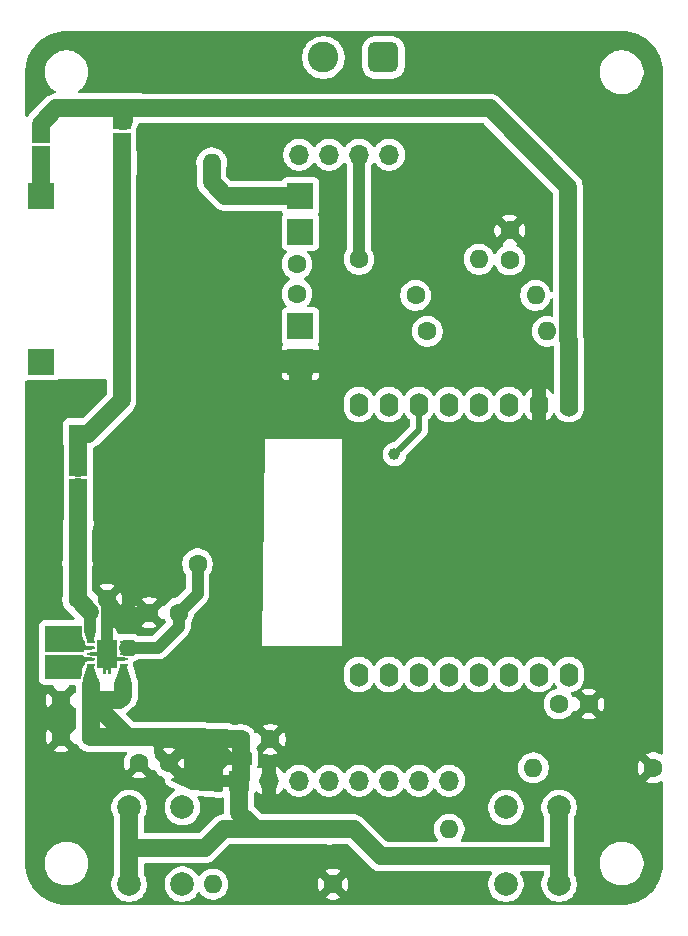
<source format=gbl>
G04 #@! TF.GenerationSoftware,KiCad,Pcbnew,8.99.0-3309-gecdc7ee08f-dirty*
G04 #@! TF.CreationDate,2024-12-18T14:42:24+01:00*
G04 #@! TF.ProjectId,aniweather,616e6977-6561-4746-9865-722e6b696361,v1.12*
G04 #@! TF.SameCoordinates,Original*
G04 #@! TF.FileFunction,Copper,L2,Bot*
G04 #@! TF.FilePolarity,Positive*
%FSLAX46Y46*%
G04 Gerber Fmt 4.6, Leading zero omitted, Abs format (unit mm)*
G04 Created by KiCad (PCBNEW 8.99.0-3309-gecdc7ee08f-dirty) date 2024-12-18 14:42:24*
%MOMM*%
%LPD*%
G01*
G04 APERTURE LIST*
G04 Aperture macros list*
%AMRoundRect*
0 Rectangle with rounded corners*
0 $1 Rounding radius*
0 $2 $3 $4 $5 $6 $7 $8 $9 X,Y pos of 4 corners*
0 Add a 4 corners polygon primitive as box body*
4,1,4,$2,$3,$4,$5,$6,$7,$8,$9,$2,$3,0*
0 Add four circle primitives for the rounded corners*
1,1,$1+$1,$2,$3*
1,1,$1+$1,$4,$5*
1,1,$1+$1,$6,$7*
1,1,$1+$1,$8,$9*
0 Add four rect primitives between the rounded corners*
20,1,$1+$1,$2,$3,$4,$5,0*
20,1,$1+$1,$4,$5,$6,$7,0*
20,1,$1+$1,$6,$7,$8,$9,0*
20,1,$1+$1,$8,$9,$2,$3,0*%
%AMFreePoly0*
4,1,21,-0.125000,1.200000,0.125000,1.200000,0.125000,1.700000,0.375000,1.700000,0.375000,1.200000,0.825000,1.200000,0.825000,-1.200000,0.375000,-1.200000,0.375000,-1.700000,0.125000,-1.700000,0.125000,-1.200000,-0.125000,-1.200000,-0.125000,-1.700000,-0.375000,-1.700000,-0.375000,-1.200000,-0.825000,-1.200000,-0.825000,1.200000,-0.375000,1.200000,-0.375000,1.700000,-0.125000,1.700000,
-0.125000,1.200000,-0.125000,1.200000,$1*%
G04 Aperture macros list end*
G04 #@! TA.AperFunction,ComponentPad*
%ADD10R,1.600000X1.600000*%
G04 #@! TD*
G04 #@! TA.AperFunction,ComponentPad*
%ADD11O,1.600000X1.600000*%
G04 #@! TD*
G04 #@! TA.AperFunction,ComponentPad*
%ADD12C,1.600000*%
G04 #@! TD*
G04 #@! TA.AperFunction,ComponentPad*
%ADD13R,1.700000X1.700000*%
G04 #@! TD*
G04 #@! TA.AperFunction,ComponentPad*
%ADD14O,1.700000X1.700000*%
G04 #@! TD*
G04 #@! TA.AperFunction,ComponentPad*
%ADD15R,2.200000X2.200000*%
G04 #@! TD*
G04 #@! TA.AperFunction,ComponentPad*
%ADD16O,1.600000X2.000000*%
G04 #@! TD*
G04 #@! TA.AperFunction,ComponentPad*
%ADD17C,2.000000*%
G04 #@! TD*
G04 #@! TA.AperFunction,SMDPad,CuDef*
%ADD18RoundRect,0.250000X1.075000X-0.375000X1.075000X0.375000X-1.075000X0.375000X-1.075000X-0.375000X0*%
G04 #@! TD*
G04 #@! TA.AperFunction,ComponentPad*
%ADD19RoundRect,0.650000X0.650000X0.650000X-0.650000X0.650000X-0.650000X-0.650000X0.650000X-0.650000X0*%
G04 #@! TD*
G04 #@! TA.AperFunction,ComponentPad*
%ADD20C,2.600000*%
G04 #@! TD*
G04 #@! TA.AperFunction,SMDPad,CuDef*
%ADD21RoundRect,0.060000X-0.240000X-0.060000X0.240000X-0.060000X0.240000X0.060000X-0.240000X0.060000X0*%
G04 #@! TD*
G04 #@! TA.AperFunction,ComponentPad*
%ADD22C,0.600000*%
G04 #@! TD*
G04 #@! TA.AperFunction,ComponentPad*
%ADD23C,0.700000*%
G04 #@! TD*
G04 #@! TA.AperFunction,SMDPad,CuDef*
%ADD24FreePoly0,0.000000*%
G04 #@! TD*
G04 #@! TA.AperFunction,SMDPad,CuDef*
%ADD25R,1.500000X1.000000*%
G04 #@! TD*
G04 #@! TA.AperFunction,ViaPad*
%ADD26C,1.000000*%
G04 #@! TD*
G04 #@! TA.AperFunction,Conductor*
%ADD27C,0.500000*%
G04 #@! TD*
G04 #@! TA.AperFunction,Conductor*
%ADD28C,1.500000*%
G04 #@! TD*
G04 #@! TA.AperFunction,Conductor*
%ADD29C,1.000000*%
G04 #@! TD*
G04 #@! TA.AperFunction,Conductor*
%ADD30C,0.300000*%
G04 #@! TD*
G04 #@! TA.AperFunction,Conductor*
%ADD31C,0.750000*%
G04 #@! TD*
G04 APERTURE END LIST*
D10*
X117700000Y-98032500D03*
D11*
X117700000Y-105652500D03*
D12*
X136200000Y-83675000D03*
X136200000Y-86175000D03*
X147250000Y-89375000D03*
D11*
X157410000Y-89375000D03*
D12*
X166380000Y-126325000D03*
D11*
X156220000Y-126325000D03*
D13*
X131315000Y-127425000D03*
D14*
X133855000Y-127425000D03*
X136395000Y-127425000D03*
X138935000Y-127425000D03*
X141475000Y-127425000D03*
X144015000Y-127425000D03*
X146555000Y-127425000D03*
X149095000Y-127425000D03*
X136395000Y-74425000D03*
X138935000Y-74425000D03*
X141475000Y-74425000D03*
X144015000Y-74425000D03*
D12*
X146250000Y-86325000D03*
D11*
X156410000Y-86325000D03*
D12*
X138940000Y-131525000D03*
D11*
X149100000Y-131525000D03*
D15*
X136500000Y-80925000D03*
X136500000Y-88925000D03*
X136500000Y-77925000D03*
X136500000Y-91925000D03*
X114500000Y-77925000D03*
X114500000Y-91925000D03*
D10*
X121365000Y-75100000D03*
D11*
X128985000Y-75100000D03*
D16*
X151620000Y-118425000D03*
X149080000Y-118425000D03*
X146540000Y-118425000D03*
X144000000Y-118425000D03*
X154160000Y-118425000D03*
X156700000Y-118425000D03*
X154160000Y-95565000D03*
X151620000Y-95565000D03*
X149080000Y-95565000D03*
X146540000Y-95565000D03*
X141460000Y-118425000D03*
X159240000Y-118425000D03*
X156700000Y-95565000D03*
X159240000Y-95565000D03*
X144000000Y-95565000D03*
X141460000Y-95565000D03*
D12*
X154225000Y-80825000D03*
X154225000Y-83325000D03*
X141450000Y-83275000D03*
D11*
X151610000Y-83275000D03*
D17*
X158400000Y-129675000D03*
X158400000Y-136175000D03*
X153900000Y-129675000D03*
X153900000Y-136175000D03*
D12*
X122850000Y-125925000D03*
X125350000Y-125925000D03*
X139260000Y-136175000D03*
D11*
X129100000Y-136175000D03*
D12*
X131450000Y-123925000D03*
X133950000Y-123925000D03*
D17*
X122000000Y-136175000D03*
X122000000Y-129675000D03*
X126500000Y-136175000D03*
X126500000Y-129675000D03*
D12*
X117625000Y-112050000D03*
X120125000Y-112050000D03*
X158400000Y-120925000D03*
X160900000Y-120925000D03*
X118750000Y-120600000D03*
X116250000Y-120600000D03*
D18*
X116425000Y-117950000D03*
X116425000Y-115150000D03*
D19*
X143530000Y-66175000D03*
D20*
X138450000Y-66175000D03*
D12*
X127785000Y-109050000D03*
D11*
X117625000Y-109050000D03*
D21*
X118725000Y-117650000D03*
X118725000Y-117150000D03*
X118725000Y-116650000D03*
X118725000Y-116150000D03*
X118725000Y-115650000D03*
X121525000Y-115650000D03*
X121525000Y-116150000D03*
X121525000Y-116650000D03*
X121525000Y-117150000D03*
X121525000Y-117650000D03*
D22*
X119550000Y-116650000D03*
D23*
X120125000Y-115700000D03*
D24*
X120125000Y-116650000D03*
D23*
X120125000Y-117600000D03*
D22*
X120700000Y-116650000D03*
D25*
X117700000Y-102375000D03*
X117700000Y-101075000D03*
X121350000Y-71750000D03*
X121350000Y-73050000D03*
X114500000Y-74200000D03*
X114500000Y-72900000D03*
D12*
X126200000Y-113175000D03*
X123700000Y-113175000D03*
X118750000Y-123700000D03*
X116250000Y-123700000D03*
D26*
X144450000Y-99775000D03*
X126000000Y-121200000D03*
X119325000Y-94300000D03*
X130200000Y-102400000D03*
X125900000Y-117500000D03*
X127075000Y-78975000D03*
X120725000Y-113700000D03*
X114000000Y-122000000D03*
X156550000Y-103700000D03*
X166325000Y-86725000D03*
X156150000Y-115925000D03*
X161725000Y-118625000D03*
X162500000Y-112900000D03*
X156150000Y-91425000D03*
X166400000Y-93825000D03*
X133850000Y-91925000D03*
X163050000Y-121175000D03*
X114275000Y-108350000D03*
X139500000Y-90275000D03*
X130225000Y-119400000D03*
X156775000Y-110150000D03*
X113975000Y-102675000D03*
X156725000Y-93200000D03*
X146225000Y-76150000D03*
X133850000Y-125725000D03*
X156700000Y-98000000D03*
X119700000Y-131625000D03*
X141975000Y-129700000D03*
X156600000Y-71100000D03*
X163000000Y-78925000D03*
X123950000Y-90950000D03*
X160775000Y-123025000D03*
X162000000Y-101925000D03*
X115800000Y-126200000D03*
X113775000Y-105325000D03*
X150150000Y-68700000D03*
X131400000Y-133925000D03*
X135800000Y-123675000D03*
X122200000Y-106200000D03*
X136000000Y-129600000D03*
X151600000Y-79025000D03*
X162100000Y-129375000D03*
X134550000Y-129600000D03*
X133750000Y-121950000D03*
X127100000Y-96125000D03*
X139100000Y-81625000D03*
X133250000Y-129375000D03*
X145000000Y-136625000D03*
X145500000Y-131525000D03*
D27*
X144900000Y-99325000D02*
X144450000Y-99775000D01*
D28*
X128400000Y-133125000D02*
X122000000Y-133125000D01*
X121900000Y-123700000D02*
X128225000Y-123700000D01*
D29*
X131450000Y-127290000D02*
X131315000Y-127425000D01*
X131315000Y-127425000D02*
X131315000Y-127365000D01*
X127925000Y-124300000D02*
X128375000Y-123850000D01*
D28*
X120225000Y-120600000D02*
X121125000Y-120600000D01*
X118750000Y-120600000D02*
X118750000Y-119250000D01*
X158400000Y-133825000D02*
X158400000Y-129675000D01*
X138940000Y-131525000D02*
X132725000Y-131525000D01*
X131315000Y-130115000D02*
X131315000Y-127425000D01*
X118750000Y-123700000D02*
X121900000Y-123700000D01*
X118750000Y-123700000D02*
X118750000Y-120600000D01*
X130000000Y-131525000D02*
X128400000Y-133125000D01*
X121500000Y-120225000D02*
X121500000Y-119225000D01*
X122000000Y-129825000D02*
X122000000Y-133125000D01*
X118750000Y-120600000D02*
X118800000Y-120600000D01*
X122000000Y-133125000D02*
X122000000Y-136325000D01*
X118750000Y-119250000D02*
X118800000Y-119200000D01*
X132725000Y-131525000D02*
X131315000Y-130115000D01*
X132725000Y-131525000D02*
X130000000Y-131525000D01*
X158400000Y-133825000D02*
X158400000Y-136175000D01*
X131450000Y-123925000D02*
X131450000Y-127290000D01*
X121350000Y-120375000D02*
X121500000Y-120225000D01*
X128225000Y-123700000D02*
X128375000Y-123850000D01*
X141000000Y-131525000D02*
X143300000Y-133825000D01*
X121125000Y-120600000D02*
X121350000Y-120375000D01*
X131450000Y-123925000D02*
X128450000Y-123925000D01*
X118800000Y-120600000D02*
X121900000Y-123700000D01*
X143300000Y-133825000D02*
X158400000Y-133825000D01*
X118750000Y-120600000D02*
X120225000Y-120600000D01*
X128450000Y-123925000D02*
X128375000Y-123850000D01*
X138940000Y-131525000D02*
X141000000Y-131525000D01*
X117625000Y-109050000D02*
X117625000Y-105727500D01*
X117625000Y-105727500D02*
X117700000Y-105652500D01*
D29*
X118675000Y-113100000D02*
X118675000Y-114725000D01*
D28*
X117700000Y-105652500D02*
X117700000Y-102552000D01*
X117625000Y-112050000D02*
X118675000Y-113100000D01*
X117625000Y-109050000D02*
X117625000Y-112050000D01*
D27*
X144900000Y-99325000D02*
X146540000Y-97685000D01*
X146540000Y-97685000D02*
X146540000Y-95565000D01*
D29*
X141475000Y-83250000D02*
X141450000Y-83275000D01*
X141475000Y-74425000D02*
X141475000Y-83250000D01*
D28*
X114500000Y-77925000D02*
X114500000Y-74475000D01*
D29*
X120125000Y-113175000D02*
X120125000Y-112050000D01*
D28*
X116250000Y-120600000D02*
X116250000Y-123700000D01*
D29*
X121250000Y-113175000D02*
X120125000Y-113175000D01*
X120125000Y-114750000D02*
X120125000Y-114300000D01*
X120125000Y-112050000D02*
X121250000Y-113175000D01*
X120125000Y-114300000D02*
X120125000Y-113175000D01*
D30*
X121525000Y-117150000D02*
X120625000Y-117150000D01*
X118725000Y-116650000D02*
X119550000Y-116650000D01*
D29*
X123700000Y-113175000D02*
X121250000Y-113175000D01*
X120125000Y-116000000D02*
X120125000Y-114750000D01*
D31*
X120150000Y-117625000D02*
X120125000Y-117600000D01*
D29*
X121250000Y-113175000D02*
X120725000Y-113700000D01*
D30*
X120625000Y-117150000D02*
X120125000Y-116650000D01*
D29*
X120125000Y-116650000D02*
X120125000Y-116000000D01*
X120725000Y-113700000D02*
X120125000Y-114300000D01*
D28*
X128985000Y-75100000D02*
X128985000Y-76760000D01*
X128985000Y-76760000D02*
X130150000Y-77925000D01*
X130150000Y-77925000D02*
X136500000Y-77925000D01*
X159161000Y-90061000D02*
X159161000Y-77136000D01*
X152525000Y-70500000D02*
X122925000Y-70500000D01*
X121501000Y-71599000D02*
X121350000Y-71599000D01*
X159240000Y-90140000D02*
X159161000Y-90061000D01*
X121525000Y-71575000D02*
X121501000Y-71599000D01*
X121525000Y-70475000D02*
X121525000Y-71575000D01*
X122925000Y-70500000D02*
X122900000Y-70475000D01*
X159161000Y-77136000D02*
X152525000Y-70500000D01*
X159240000Y-95565000D02*
X159240000Y-90140000D01*
X122900000Y-70475000D02*
X121525000Y-70475000D01*
X115825000Y-70475000D02*
X114500000Y-71800000D01*
X121525000Y-70475000D02*
X115825000Y-70475000D01*
X114500000Y-71800000D02*
X114500000Y-72500000D01*
D30*
X118725000Y-116150000D02*
X118225000Y-116150000D01*
X118225000Y-116150000D02*
X118100000Y-116025000D01*
X118175000Y-117150000D02*
X118100000Y-117225000D01*
X118725000Y-117150000D02*
X118175000Y-117150000D01*
X121525000Y-116650000D02*
X121525000Y-116150000D01*
D29*
X127785000Y-111590000D02*
X126200000Y-113175000D01*
D30*
X121525000Y-115650000D02*
X122325000Y-115650000D01*
X122325000Y-116650000D02*
X121525000Y-116650000D01*
D29*
X124425000Y-116150000D02*
X121656000Y-116150000D01*
D30*
X122325000Y-116150000D02*
X122325000Y-116650000D01*
X121525000Y-116150000D02*
X122325000Y-116150000D01*
X121525000Y-115650000D02*
X121525000Y-116150000D01*
X122325000Y-115650000D02*
X122325000Y-116150000D01*
D29*
X127785000Y-109050000D02*
X127785000Y-111590000D01*
X124425000Y-116150000D02*
X122325000Y-116150000D01*
X126200000Y-113175000D02*
X126200000Y-114375000D01*
X126200000Y-114375000D02*
X124425000Y-116150000D01*
D28*
X121365000Y-75450000D02*
X121365000Y-74125000D01*
X121365000Y-75100000D02*
X121365000Y-74125000D01*
X121365000Y-74125000D02*
X121365000Y-73400000D01*
X121365000Y-76225000D02*
X121365000Y-75100000D01*
X121365000Y-95210000D02*
X121365000Y-76225000D01*
X121365000Y-76225000D02*
X121365000Y-75450000D01*
X117700000Y-98032500D02*
X118542500Y-98032500D01*
X118542500Y-98032500D02*
X121365000Y-95210000D01*
X117700000Y-98032500D02*
X117700000Y-100924000D01*
G04 #@! TA.AperFunction,Conductor*
G36*
X163703032Y-63925648D02*
G01*
X164036929Y-63942052D01*
X164049037Y-63943245D01*
X164152146Y-63958539D01*
X164376699Y-63991849D01*
X164388617Y-63994219D01*
X164709951Y-64074709D01*
X164721588Y-64078240D01*
X164792806Y-64103722D01*
X165033467Y-64189832D01*
X165044688Y-64194479D01*
X165344163Y-64336120D01*
X165354871Y-64341844D01*
X165562670Y-64466394D01*
X165638988Y-64512137D01*
X165649106Y-64518897D01*
X165915170Y-64716224D01*
X165924576Y-64723944D01*
X166170013Y-64946395D01*
X166178604Y-64954986D01*
X166362437Y-65157815D01*
X166401055Y-65200423D01*
X166408775Y-65209829D01*
X166606102Y-65475893D01*
X166612862Y-65486011D01*
X166778149Y-65761777D01*
X166783148Y-65770116D01*
X166788883Y-65780844D01*
X166837229Y-65883064D01*
X166930514Y-66080297D01*
X166935170Y-66091540D01*
X167046759Y-66403411D01*
X167050292Y-66415055D01*
X167130777Y-66736369D01*
X167133151Y-66748305D01*
X167181754Y-67075962D01*
X167182947Y-67088071D01*
X167199351Y-67421966D01*
X167199500Y-67428051D01*
X167199500Y-125081182D01*
X167179815Y-125148221D01*
X167127011Y-125193976D01*
X167057853Y-125203920D01*
X167019205Y-125191667D01*
X166879031Y-125120244D01*
X166684417Y-125057009D01*
X166482317Y-125025000D01*
X166277683Y-125025000D01*
X166075581Y-125057010D01*
X166075578Y-125057010D01*
X165880974Y-125120242D01*
X165880973Y-125120242D01*
X165741354Y-125191379D01*
X166490462Y-125940487D01*
X166432661Y-125925000D01*
X166327339Y-125925000D01*
X166225606Y-125952259D01*
X166134394Y-126004920D01*
X166059920Y-126079394D01*
X166007259Y-126170606D01*
X165980000Y-126272339D01*
X165980000Y-126377661D01*
X166007259Y-126479394D01*
X166059920Y-126570606D01*
X166134394Y-126645080D01*
X166225606Y-126697741D01*
X166327339Y-126725000D01*
X166432661Y-126725000D01*
X166490461Y-126709512D01*
X165741354Y-127458619D01*
X165880965Y-127529753D01*
X165880972Y-127529756D01*
X166075582Y-127592990D01*
X166277683Y-127625000D01*
X166482317Y-127625000D01*
X166684417Y-127592990D01*
X166879031Y-127529755D01*
X167019205Y-127458333D01*
X167087874Y-127445437D01*
X167152615Y-127471713D01*
X167192872Y-127528820D01*
X167199500Y-127568818D01*
X167199500Y-134421948D01*
X167199351Y-134428033D01*
X167182947Y-134761928D01*
X167181754Y-134774037D01*
X167133151Y-135101694D01*
X167130777Y-135113630D01*
X167050292Y-135434944D01*
X167046759Y-135446588D01*
X166935170Y-135758459D01*
X166930514Y-135769702D01*
X166788885Y-136069151D01*
X166783148Y-136079883D01*
X166612862Y-136363988D01*
X166606102Y-136374106D01*
X166408775Y-136640170D01*
X166401055Y-136649576D01*
X166178611Y-136895006D01*
X166170006Y-136903611D01*
X165924576Y-137126055D01*
X165915170Y-137133775D01*
X165649106Y-137331102D01*
X165638988Y-137337862D01*
X165354883Y-137508148D01*
X165344151Y-137513885D01*
X165044702Y-137655514D01*
X165033459Y-137660170D01*
X164721588Y-137771759D01*
X164709944Y-137775292D01*
X164388630Y-137855777D01*
X164376694Y-137858151D01*
X164049037Y-137906754D01*
X164036928Y-137907947D01*
X163721989Y-137923419D01*
X163703031Y-137924351D01*
X163696949Y-137924500D01*
X116703051Y-137924500D01*
X116696968Y-137924351D01*
X116676900Y-137923365D01*
X116363071Y-137907947D01*
X116350962Y-137906754D01*
X116023305Y-137858151D01*
X116011369Y-137855777D01*
X115690055Y-137775292D01*
X115678411Y-137771759D01*
X115366540Y-137660170D01*
X115355301Y-137655515D01*
X115055844Y-137513883D01*
X115045121Y-137508150D01*
X114761011Y-137337862D01*
X114750893Y-137331102D01*
X114484829Y-137133775D01*
X114475423Y-137126055D01*
X114293786Y-136961429D01*
X114229986Y-136903604D01*
X114221395Y-136895013D01*
X113998944Y-136649576D01*
X113991224Y-136640170D01*
X113922674Y-136547741D01*
X113793895Y-136374103D01*
X113787137Y-136363988D01*
X113744644Y-136293092D01*
X113616844Y-136079871D01*
X113611120Y-136069163D01*
X113469479Y-135769688D01*
X113464829Y-135758459D01*
X113435315Y-135675974D01*
X113372515Y-135500458D01*
X113353240Y-135446588D01*
X113349707Y-135434944D01*
X113340958Y-135400015D01*
X113269219Y-135113617D01*
X113266848Y-135101694D01*
X113265882Y-135095185D01*
X113233147Y-134874500D01*
X113218245Y-134774037D01*
X113217052Y-134761927D01*
X113200649Y-134428032D01*
X113200500Y-134421948D01*
X113200500Y-134303711D01*
X114849500Y-134303711D01*
X114849500Y-134546288D01*
X114880851Y-134784433D01*
X114881162Y-134786789D01*
X114910030Y-134894524D01*
X114943946Y-135021100D01*
X115017841Y-135199500D01*
X115036776Y-135245212D01*
X115158064Y-135455289D01*
X115158066Y-135455292D01*
X115158067Y-135455293D01*
X115305733Y-135647736D01*
X115305739Y-135647743D01*
X115477256Y-135819260D01*
X115477263Y-135819266D01*
X115544138Y-135870581D01*
X115669711Y-135966936D01*
X115879788Y-136088224D01*
X116103900Y-136181054D01*
X116338211Y-136243838D01*
X116518586Y-136267584D01*
X116578711Y-136275500D01*
X116578712Y-136275500D01*
X116821289Y-136275500D01*
X116869388Y-136269167D01*
X117061789Y-136243838D01*
X117296100Y-136181054D01*
X117520212Y-136088224D01*
X117730289Y-135966936D01*
X117922738Y-135819265D01*
X118094265Y-135647738D01*
X118241936Y-135455289D01*
X118363224Y-135245212D01*
X118456054Y-135021100D01*
X118518838Y-134786789D01*
X118550500Y-134546288D01*
X118550500Y-134303712D01*
X118518838Y-134063211D01*
X118456054Y-133828900D01*
X118363224Y-133604788D01*
X118241936Y-133394711D01*
X118094265Y-133202262D01*
X118094260Y-133202256D01*
X117922743Y-133030739D01*
X117922736Y-133030733D01*
X117730293Y-132883067D01*
X117730292Y-132883066D01*
X117730289Y-132883064D01*
X117558661Y-132783974D01*
X117520214Y-132761777D01*
X117520205Y-132761773D01*
X117296104Y-132668947D01*
X117061785Y-132606161D01*
X116821289Y-132574500D01*
X116821288Y-132574500D01*
X116578712Y-132574500D01*
X116578711Y-132574500D01*
X116338214Y-132606161D01*
X116103895Y-132668947D01*
X115879794Y-132761773D01*
X115879785Y-132761777D01*
X115669706Y-132883067D01*
X115477263Y-133030733D01*
X115477256Y-133030739D01*
X115305739Y-133202256D01*
X115305733Y-133202263D01*
X115158067Y-133394706D01*
X115036777Y-133604785D01*
X115036773Y-133604794D01*
X114943947Y-133828895D01*
X114881161Y-134063214D01*
X114849500Y-134303711D01*
X113200500Y-134303711D01*
X113200500Y-127058619D01*
X122211354Y-127058619D01*
X122350965Y-127129753D01*
X122350972Y-127129756D01*
X122545582Y-127192990D01*
X122747683Y-127225000D01*
X122952317Y-127225000D01*
X123154417Y-127192990D01*
X123349031Y-127129755D01*
X123488643Y-127058618D01*
X122850001Y-126419974D01*
X122850000Y-126419974D01*
X122211354Y-127058619D01*
X113200500Y-127058619D01*
X113200500Y-124833619D01*
X115611354Y-124833619D01*
X115750965Y-124904753D01*
X115750972Y-124904756D01*
X115945582Y-124967990D01*
X116147683Y-125000000D01*
X116352317Y-125000000D01*
X116554417Y-124967990D01*
X116749031Y-124904755D01*
X116888643Y-124833618D01*
X116250001Y-124194974D01*
X116250000Y-124194974D01*
X115611354Y-124833619D01*
X113200500Y-124833619D01*
X113200500Y-123597682D01*
X114950000Y-123597682D01*
X114950000Y-123802317D01*
X114982010Y-124004418D01*
X114982010Y-124004421D01*
X115045241Y-124199023D01*
X115045241Y-124199024D01*
X115116379Y-124338644D01*
X115116380Y-124338644D01*
X115755025Y-123700000D01*
X115702364Y-123647339D01*
X115850000Y-123647339D01*
X115850000Y-123752661D01*
X115877259Y-123854394D01*
X115929920Y-123945606D01*
X116004394Y-124020080D01*
X116095606Y-124072741D01*
X116197339Y-124100000D01*
X116302661Y-124100000D01*
X116404394Y-124072741D01*
X116495606Y-124020080D01*
X116570080Y-123945606D01*
X116622741Y-123854394D01*
X116650000Y-123752661D01*
X116650000Y-123647339D01*
X116622741Y-123545606D01*
X116570080Y-123454394D01*
X116495606Y-123379920D01*
X116404394Y-123327259D01*
X116302661Y-123300000D01*
X116197339Y-123300000D01*
X116095606Y-123327259D01*
X116004394Y-123379920D01*
X115929920Y-123454394D01*
X115877259Y-123545606D01*
X115850000Y-123647339D01*
X115702364Y-123647339D01*
X115116379Y-123061354D01*
X115045242Y-123200973D01*
X115045242Y-123200974D01*
X114982010Y-123395578D01*
X114982010Y-123395581D01*
X114950000Y-123597682D01*
X113200500Y-123597682D01*
X113200500Y-122566379D01*
X115611354Y-122566379D01*
X116250000Y-123205025D01*
X116250001Y-123205025D01*
X116888644Y-122566380D01*
X116888644Y-122566379D01*
X116749024Y-122495241D01*
X116554419Y-122432010D01*
X116352317Y-122400000D01*
X116147683Y-122400000D01*
X115945581Y-122432010D01*
X115945578Y-122432010D01*
X115750974Y-122495242D01*
X115750973Y-122495242D01*
X115611354Y-122566379D01*
X113200500Y-122566379D01*
X113200500Y-121733619D01*
X115611354Y-121733619D01*
X115750965Y-121804753D01*
X115750972Y-121804756D01*
X115945582Y-121867990D01*
X116147683Y-121900000D01*
X116352317Y-121900000D01*
X116554417Y-121867990D01*
X116749031Y-121804755D01*
X116888643Y-121733618D01*
X116250001Y-121094974D01*
X116250000Y-121094974D01*
X115611354Y-121733619D01*
X113200500Y-121733619D01*
X113200500Y-120497682D01*
X114950000Y-120497682D01*
X114950000Y-120702317D01*
X114982010Y-120904418D01*
X114982010Y-120904421D01*
X115045241Y-121099023D01*
X115045241Y-121099024D01*
X115116379Y-121238644D01*
X115116380Y-121238644D01*
X115755025Y-120600000D01*
X115702364Y-120547339D01*
X115850000Y-120547339D01*
X115850000Y-120652661D01*
X115877259Y-120754394D01*
X115929920Y-120845606D01*
X116004394Y-120920080D01*
X116095606Y-120972741D01*
X116197339Y-121000000D01*
X116302661Y-121000000D01*
X116404394Y-120972741D01*
X116495606Y-120920080D01*
X116570080Y-120845606D01*
X116622741Y-120754394D01*
X116650000Y-120652661D01*
X116650000Y-120547339D01*
X116622741Y-120445606D01*
X116570080Y-120354394D01*
X116495606Y-120279920D01*
X116404394Y-120227259D01*
X116302661Y-120200000D01*
X116197339Y-120200000D01*
X116095606Y-120227259D01*
X116004394Y-120279920D01*
X115929920Y-120354394D01*
X115877259Y-120445606D01*
X115850000Y-120547339D01*
X115702364Y-120547339D01*
X115116379Y-119961354D01*
X115045242Y-120100973D01*
X115045242Y-120100974D01*
X114982010Y-120295578D01*
X114982010Y-120295581D01*
X114950000Y-120497682D01*
X113200500Y-120497682D01*
X113200500Y-93647243D01*
X113220185Y-93580204D01*
X113272989Y-93534449D01*
X113337756Y-93523954D01*
X113352127Y-93525500D01*
X115647872Y-93525499D01*
X115707483Y-93519091D01*
X115842331Y-93468796D01*
X115867796Y-93449733D01*
X115933261Y-93425316D01*
X115942107Y-93425000D01*
X119990500Y-93425000D01*
X120057539Y-93444685D01*
X120103294Y-93497489D01*
X120114500Y-93549000D01*
X120114500Y-94640663D01*
X120094815Y-94707702D01*
X120078181Y-94728344D01*
X118110843Y-96695681D01*
X118049520Y-96729166D01*
X118023162Y-96732000D01*
X116852129Y-96732000D01*
X116852123Y-96732001D01*
X116792516Y-96738408D01*
X116657671Y-96788702D01*
X116657664Y-96788706D01*
X116542455Y-96874952D01*
X116542452Y-96874955D01*
X116456206Y-96990164D01*
X116456202Y-96990171D01*
X116405908Y-97125017D01*
X116399501Y-97184616D01*
X116399500Y-97184635D01*
X116399500Y-98880370D01*
X116399501Y-98880376D01*
X116405908Y-98939983D01*
X116441682Y-99035895D01*
X116449500Y-99079228D01*
X116449500Y-101622870D01*
X116449501Y-101622876D01*
X116455908Y-101682479D01*
X116457692Y-101690026D01*
X116456229Y-101690371D01*
X116460585Y-101751371D01*
X116456173Y-101766396D01*
X116455908Y-101767517D01*
X116449501Y-101827116D01*
X116449501Y-101827123D01*
X116449500Y-101827135D01*
X116449500Y-105272998D01*
X116444554Y-105307669D01*
X116444016Y-105309514D01*
X116431523Y-105347966D01*
X116429976Y-105357724D01*
X116427784Y-105365254D01*
X116427387Y-105365873D01*
X116426661Y-105368900D01*
X116405292Y-105434666D01*
X116405291Y-105434673D01*
X116374500Y-105629077D01*
X116374500Y-108670498D01*
X116368431Y-108708816D01*
X116356523Y-108745464D01*
X116324500Y-108947648D01*
X116324500Y-109152351D01*
X116356522Y-109354530D01*
X116356522Y-109354531D01*
X116368431Y-109391182D01*
X116374500Y-109429500D01*
X116374500Y-111670498D01*
X116368431Y-111708816D01*
X116356523Y-111745464D01*
X116324500Y-111947648D01*
X116324500Y-112152351D01*
X116356522Y-112354534D01*
X116419781Y-112549223D01*
X116512715Y-112731613D01*
X116633028Y-112897213D01*
X116633034Y-112897219D01*
X116777781Y-113041966D01*
X116943390Y-113162287D01*
X116977724Y-113179781D01*
X117009110Y-113202584D01*
X117364345Y-113557819D01*
X117397830Y-113619142D01*
X117392846Y-113688834D01*
X117350974Y-113744767D01*
X117285510Y-113769184D01*
X117276664Y-113769500D01*
X114974000Y-113769500D01*
X114973991Y-113769500D01*
X114973990Y-113769501D01*
X114866549Y-113781052D01*
X114866537Y-113781054D01*
X114815027Y-113792260D01*
X114712502Y-113826383D01*
X114712496Y-113826386D01*
X114591462Y-113904171D01*
X114591451Y-113904179D01*
X114538659Y-113949923D01*
X114444433Y-114058664D01*
X114444430Y-114058668D01*
X114384664Y-114189534D01*
X114364976Y-114256582D01*
X114351325Y-114351528D01*
X114344500Y-114399000D01*
X114344500Y-116420500D01*
X114344501Y-116420509D01*
X114356052Y-116527950D01*
X114356054Y-116527962D01*
X114367259Y-116579466D01*
X114377515Y-116610282D01*
X114380008Y-116680107D01*
X114378837Y-116684375D01*
X114364976Y-116731578D01*
X114356896Y-116787782D01*
X114344500Y-116874000D01*
X114344500Y-118701000D01*
X114344501Y-118701009D01*
X114356052Y-118808450D01*
X114356054Y-118808462D01*
X114367260Y-118859972D01*
X114401383Y-118962497D01*
X114401386Y-118962503D01*
X114479171Y-119083537D01*
X114479179Y-119083548D01*
X114524923Y-119136340D01*
X114524926Y-119136343D01*
X114524930Y-119136347D01*
X114633664Y-119230567D01*
X114764541Y-119290338D01*
X114831580Y-119310023D01*
X114831584Y-119310024D01*
X114974000Y-119330500D01*
X115487691Y-119330500D01*
X115554730Y-119350185D01*
X115600485Y-119402989D01*
X115609305Y-119464330D01*
X116250000Y-120105025D01*
X116250001Y-120105025D01*
X116891127Y-119463896D01*
X116898790Y-119404605D01*
X116943786Y-119351153D01*
X117010537Y-119330513D01*
X117012308Y-119330500D01*
X117375500Y-119330500D01*
X117442539Y-119350185D01*
X117488294Y-119402989D01*
X117499500Y-119454500D01*
X117499500Y-119834523D01*
X117479815Y-119901562D01*
X117427011Y-119947317D01*
X117392727Y-119952246D01*
X116744974Y-120600000D01*
X117392707Y-121247732D01*
X117425394Y-121251956D01*
X117478846Y-121296951D01*
X117499487Y-121363702D01*
X117499500Y-121365475D01*
X117499500Y-122934523D01*
X117479815Y-123001562D01*
X117427011Y-123047317D01*
X117392727Y-123052246D01*
X116744974Y-123700000D01*
X117383618Y-124338643D01*
X117389233Y-124327623D01*
X117437207Y-124276826D01*
X117505028Y-124260030D01*
X117571163Y-124282566D01*
X117610204Y-124327621D01*
X117637715Y-124381613D01*
X117758028Y-124547213D01*
X117902786Y-124691971D01*
X118057749Y-124804556D01*
X118068390Y-124812287D01*
X118184607Y-124871503D01*
X118250776Y-124905218D01*
X118250778Y-124905218D01*
X118250781Y-124905220D01*
X118355137Y-124939127D01*
X118445465Y-124968477D01*
X118546557Y-124984488D01*
X118647648Y-125000500D01*
X118647649Y-125000500D01*
X118852351Y-125000500D01*
X118852352Y-125000500D01*
X119054534Y-124968477D01*
X119082714Y-124959320D01*
X119091184Y-124956569D01*
X119129502Y-124950500D01*
X121707763Y-124950500D01*
X121774802Y-124970185D01*
X121820557Y-125022989D01*
X121830501Y-125092147D01*
X121808081Y-125147386D01*
X121738140Y-125243650D01*
X121645244Y-125425968D01*
X121582009Y-125620582D01*
X121550000Y-125822682D01*
X121550000Y-126027317D01*
X121582010Y-126229418D01*
X121582010Y-126229421D01*
X121645241Y-126424023D01*
X121645241Y-126424024D01*
X121716379Y-126563644D01*
X122465488Y-125814535D01*
X122450000Y-125872339D01*
X122450000Y-125977661D01*
X122477259Y-126079394D01*
X122529920Y-126170606D01*
X122604394Y-126245080D01*
X122695606Y-126297741D01*
X122797339Y-126325000D01*
X122902661Y-126325000D01*
X123004394Y-126297741D01*
X123095606Y-126245080D01*
X123170080Y-126170606D01*
X123222741Y-126079394D01*
X123250000Y-125977661D01*
X123250000Y-125872339D01*
X123234512Y-125814537D01*
X123983618Y-126563643D01*
X123989233Y-126552623D01*
X124037207Y-126501826D01*
X124105028Y-126485030D01*
X124171163Y-126507566D01*
X124210204Y-126552621D01*
X124237715Y-126606613D01*
X124358028Y-126772213D01*
X124502786Y-126916971D01*
X124651342Y-127024901D01*
X124668390Y-127037287D01*
X124850781Y-127130220D01*
X124931310Y-127156385D01*
X124988983Y-127195820D01*
X125016183Y-127260178D01*
X125015875Y-127290915D01*
X125011124Y-127326081D01*
X125011124Y-127326087D01*
X125020629Y-127388417D01*
X125032813Y-127468321D01*
X125053068Y-127535191D01*
X125053069Y-127535194D01*
X125075315Y-127582826D01*
X125113952Y-127665557D01*
X125113953Y-127665558D01*
X125209098Y-127773490D01*
X125209099Y-127773491D01*
X125260571Y-127817328D01*
X125262290Y-127818792D01*
X125262296Y-127818795D01*
X125262307Y-127818804D01*
X125369884Y-127886650D01*
X125383985Y-127895543D01*
X125491216Y-127943414D01*
X125841540Y-128099809D01*
X125894732Y-128145112D01*
X125914987Y-128211982D01*
X125895874Y-128279186D01*
X125847286Y-128323523D01*
X125713566Y-128391657D01*
X125626764Y-128454723D01*
X125522490Y-128530483D01*
X125522488Y-128530485D01*
X125522487Y-128530485D01*
X125355485Y-128697487D01*
X125355485Y-128697488D01*
X125355483Y-128697490D01*
X125298805Y-128775500D01*
X125216657Y-128888566D01*
X125109433Y-129099003D01*
X125036446Y-129323631D01*
X124999500Y-129556902D01*
X124999500Y-129793097D01*
X125036446Y-130026368D01*
X125109433Y-130250996D01*
X125168091Y-130366117D01*
X125216657Y-130461433D01*
X125355483Y-130652510D01*
X125522490Y-130819517D01*
X125713567Y-130958343D01*
X125812991Y-131009002D01*
X125924003Y-131065566D01*
X125924005Y-131065566D01*
X125924008Y-131065568D01*
X126044412Y-131104689D01*
X126148631Y-131138553D01*
X126381903Y-131175500D01*
X126381908Y-131175500D01*
X126618097Y-131175500D01*
X126851368Y-131138553D01*
X127075992Y-131065568D01*
X127286433Y-130958343D01*
X127477510Y-130819517D01*
X127644517Y-130652510D01*
X127783343Y-130461433D01*
X127890568Y-130250992D01*
X127963553Y-130026368D01*
X127965103Y-130016583D01*
X128000500Y-129793097D01*
X128000500Y-129556902D01*
X127963553Y-129323631D01*
X127890566Y-129099003D01*
X127790770Y-128903144D01*
X127777874Y-128834475D01*
X127804150Y-128769734D01*
X127861257Y-128729477D01*
X127909061Y-128723095D01*
X129801353Y-128842512D01*
X129925031Y-128835103D01*
X129925057Y-128835098D01*
X129925473Y-128835048D01*
X129925598Y-128835068D01*
X129928834Y-128834875D01*
X129928878Y-128835611D01*
X129994403Y-128846463D01*
X130046220Y-128893333D01*
X130064500Y-128958134D01*
X130064500Y-130150500D01*
X130044815Y-130217539D01*
X129992011Y-130263294D01*
X129940500Y-130274500D01*
X129901578Y-130274500D01*
X129707173Y-130305290D01*
X129519969Y-130366117D01*
X129344594Y-130455476D01*
X129274178Y-130506637D01*
X129185355Y-130571171D01*
X129185353Y-130571173D01*
X129185352Y-130571173D01*
X127918345Y-131838181D01*
X127857022Y-131871666D01*
X127830664Y-131874500D01*
X123374500Y-131874500D01*
X123307461Y-131854815D01*
X123261706Y-131802011D01*
X123250500Y-131750500D01*
X123250500Y-130546927D01*
X123270185Y-130479888D01*
X123274184Y-130474039D01*
X123283343Y-130461433D01*
X123390568Y-130250992D01*
X123463553Y-130026368D01*
X123465103Y-130016583D01*
X123500500Y-129793097D01*
X123500500Y-129556902D01*
X123463553Y-129323631D01*
X123390566Y-129099003D01*
X123283342Y-128888566D01*
X123144517Y-128697490D01*
X122977510Y-128530483D01*
X122786433Y-128391657D01*
X122768428Y-128382483D01*
X122575996Y-128284433D01*
X122351368Y-128211446D01*
X122118097Y-128174500D01*
X122118092Y-128174500D01*
X121881908Y-128174500D01*
X121881903Y-128174500D01*
X121648631Y-128211446D01*
X121424003Y-128284433D01*
X121213566Y-128391657D01*
X121126764Y-128454723D01*
X121022490Y-128530483D01*
X121022488Y-128530485D01*
X121022487Y-128530485D01*
X120855485Y-128697487D01*
X120855485Y-128697488D01*
X120855483Y-128697490D01*
X120798805Y-128775500D01*
X120716657Y-128888566D01*
X120609433Y-129099003D01*
X120536446Y-129323631D01*
X120499500Y-129556902D01*
X120499500Y-129793097D01*
X120536446Y-130026368D01*
X120609433Y-130250996D01*
X120716658Y-130461435D01*
X120725816Y-130474039D01*
X120749298Y-130539844D01*
X120749500Y-130546927D01*
X120749500Y-135303072D01*
X120729815Y-135370111D01*
X120725820Y-135375954D01*
X120716660Y-135388561D01*
X120716656Y-135388568D01*
X120609433Y-135599003D01*
X120536446Y-135823631D01*
X120499500Y-136056902D01*
X120499500Y-136293097D01*
X120536446Y-136526368D01*
X120609433Y-136750996D01*
X120687195Y-136903611D01*
X120716657Y-136961433D01*
X120855483Y-137152510D01*
X121022490Y-137319517D01*
X121213567Y-137458343D01*
X121247240Y-137475500D01*
X121424003Y-137565566D01*
X121424005Y-137565566D01*
X121424008Y-137565568D01*
X121544412Y-137604689D01*
X121648631Y-137638553D01*
X121881903Y-137675500D01*
X121881908Y-137675500D01*
X122118097Y-137675500D01*
X122351368Y-137638553D01*
X122575992Y-137565568D01*
X122786433Y-137458343D01*
X122977510Y-137319517D01*
X123144517Y-137152510D01*
X123283343Y-136961433D01*
X123390568Y-136750992D01*
X123463553Y-136526368D01*
X123466925Y-136505080D01*
X123500500Y-136293097D01*
X123500500Y-136056902D01*
X124999500Y-136056902D01*
X124999500Y-136293097D01*
X125036446Y-136526368D01*
X125109433Y-136750996D01*
X125187195Y-136903611D01*
X125216657Y-136961433D01*
X125355483Y-137152510D01*
X125522490Y-137319517D01*
X125713567Y-137458343D01*
X125747240Y-137475500D01*
X125924003Y-137565566D01*
X125924005Y-137565566D01*
X125924008Y-137565568D01*
X126044412Y-137604689D01*
X126148631Y-137638553D01*
X126381903Y-137675500D01*
X126381908Y-137675500D01*
X126618097Y-137675500D01*
X126851368Y-137638553D01*
X127075992Y-137565568D01*
X127286433Y-137458343D01*
X127477510Y-137319517D01*
X127644517Y-137152510D01*
X127783343Y-136961433D01*
X127807115Y-136914778D01*
X127855088Y-136863981D01*
X127922909Y-136847185D01*
X127989044Y-136869721D01*
X128017918Y-136898186D01*
X128108028Y-137022212D01*
X128108032Y-137022217D01*
X128252786Y-137166971D01*
X128407749Y-137279556D01*
X128418390Y-137287287D01*
X128504382Y-137331102D01*
X128600776Y-137380218D01*
X128600778Y-137380218D01*
X128600781Y-137380220D01*
X128705137Y-137414127D01*
X128795465Y-137443477D01*
X128889318Y-137458342D01*
X128997648Y-137475500D01*
X128997649Y-137475500D01*
X129202351Y-137475500D01*
X129202352Y-137475500D01*
X129404534Y-137443477D01*
X129599219Y-137380220D01*
X129739744Y-137308619D01*
X138621354Y-137308619D01*
X138760965Y-137379753D01*
X138760972Y-137379756D01*
X138955582Y-137442990D01*
X139157683Y-137475000D01*
X139362317Y-137475000D01*
X139564417Y-137442990D01*
X139759031Y-137379755D01*
X139898643Y-137308618D01*
X139260001Y-136669974D01*
X139260000Y-136669974D01*
X138621354Y-137308619D01*
X129739744Y-137308619D01*
X129781610Y-137287287D01*
X129947219Y-137166966D01*
X130091966Y-137022219D01*
X130091968Y-137022215D01*
X130091971Y-137022213D01*
X130181111Y-136899520D01*
X130212287Y-136856610D01*
X130305220Y-136674219D01*
X130368477Y-136479534D01*
X130400500Y-136277352D01*
X130400500Y-136072682D01*
X137960000Y-136072682D01*
X137960000Y-136277317D01*
X137992010Y-136479418D01*
X137992010Y-136479421D01*
X138055241Y-136674023D01*
X138055241Y-136674024D01*
X138126379Y-136813644D01*
X138126380Y-136813644D01*
X138765025Y-136175000D01*
X138712364Y-136122339D01*
X138860000Y-136122339D01*
X138860000Y-136227661D01*
X138887259Y-136329394D01*
X138939920Y-136420606D01*
X139014394Y-136495080D01*
X139105606Y-136547741D01*
X139207339Y-136575000D01*
X139312661Y-136575000D01*
X139414394Y-136547741D01*
X139505606Y-136495080D01*
X139580080Y-136420606D01*
X139632741Y-136329394D01*
X139660000Y-136227661D01*
X139660000Y-136175000D01*
X139754974Y-136175000D01*
X140393618Y-136813643D01*
X140464755Y-136674031D01*
X140527990Y-136479417D01*
X140560000Y-136277317D01*
X140560000Y-136072682D01*
X140527990Y-135870582D01*
X140464756Y-135675972D01*
X140464753Y-135675965D01*
X140393619Y-135536354D01*
X139754974Y-136175000D01*
X139660000Y-136175000D01*
X139660000Y-136122339D01*
X139632741Y-136020606D01*
X139580080Y-135929394D01*
X139505606Y-135854920D01*
X139414394Y-135802259D01*
X139312661Y-135775000D01*
X139207339Y-135775000D01*
X139105606Y-135802259D01*
X139014394Y-135854920D01*
X138939920Y-135929394D01*
X138887259Y-136020606D01*
X138860000Y-136122339D01*
X138712364Y-136122339D01*
X138126379Y-135536354D01*
X138055242Y-135675973D01*
X138055242Y-135675974D01*
X137992010Y-135870578D01*
X137992010Y-135870581D01*
X137960000Y-136072682D01*
X130400500Y-136072682D01*
X130400500Y-136072648D01*
X130383756Y-135966932D01*
X130368477Y-135870465D01*
X130306599Y-135680025D01*
X130305220Y-135675781D01*
X130305218Y-135675778D01*
X130305218Y-135675776D01*
X130234178Y-135536354D01*
X130212287Y-135493390D01*
X130178284Y-135446588D01*
X130091971Y-135327786D01*
X129947217Y-135183032D01*
X129781609Y-135062712D01*
X129739741Y-135041379D01*
X138621354Y-135041379D01*
X139260000Y-135680025D01*
X139260001Y-135680025D01*
X139898644Y-135041380D01*
X139898644Y-135041379D01*
X139759024Y-134970241D01*
X139564419Y-134907010D01*
X139362317Y-134875000D01*
X139157683Y-134875000D01*
X138955581Y-134907010D01*
X138955578Y-134907010D01*
X138760974Y-134970242D01*
X138760973Y-134970242D01*
X138621354Y-135041379D01*
X129739741Y-135041379D01*
X129599223Y-134969781D01*
X129404534Y-134906522D01*
X129229995Y-134878878D01*
X129202352Y-134874500D01*
X128997648Y-134874500D01*
X128973329Y-134878351D01*
X128795465Y-134906522D01*
X128600776Y-134969781D01*
X128418386Y-135062715D01*
X128252786Y-135183028D01*
X128108032Y-135327782D01*
X128017918Y-135451814D01*
X127962588Y-135494479D01*
X127892975Y-135500458D01*
X127831180Y-135467852D01*
X127807115Y-135435222D01*
X127783344Y-135388568D01*
X127762488Y-135359863D01*
X127644517Y-135197490D01*
X127477510Y-135030483D01*
X127286433Y-134891657D01*
X127253742Y-134875000D01*
X127075996Y-134784433D01*
X126851368Y-134711446D01*
X126618097Y-134674500D01*
X126618092Y-134674500D01*
X126381908Y-134674500D01*
X126381903Y-134674500D01*
X126148631Y-134711446D01*
X125924003Y-134784433D01*
X125713566Y-134891657D01*
X125692435Y-134907010D01*
X125522490Y-135030483D01*
X125522488Y-135030485D01*
X125522487Y-135030485D01*
X125355485Y-135197487D01*
X125355485Y-135197488D01*
X125355483Y-135197490D01*
X125301068Y-135272386D01*
X125216657Y-135388566D01*
X125109433Y-135599003D01*
X125036446Y-135823631D01*
X124999500Y-136056902D01*
X123500500Y-136056902D01*
X123463553Y-135823631D01*
X123415576Y-135675974D01*
X123390568Y-135599008D01*
X123390566Y-135599005D01*
X123390566Y-135599003D01*
X123323741Y-135467852D01*
X123283343Y-135388567D01*
X123283339Y-135388561D01*
X123274180Y-135375954D01*
X123250702Y-135310147D01*
X123250500Y-135303072D01*
X123250500Y-134499500D01*
X123270185Y-134432461D01*
X123322989Y-134386706D01*
X123374500Y-134375500D01*
X128498422Y-134375500D01*
X128692826Y-134344709D01*
X128880026Y-134283884D01*
X129055405Y-134194524D01*
X129214646Y-134078828D01*
X130481655Y-132811819D01*
X130542978Y-132778334D01*
X130569336Y-132775500D01*
X132626583Y-132775500D01*
X132823416Y-132775500D01*
X138560498Y-132775500D01*
X138598816Y-132781569D01*
X138612260Y-132785937D01*
X138635466Y-132793477D01*
X138837648Y-132825500D01*
X138837649Y-132825500D01*
X139042351Y-132825500D01*
X139042352Y-132825500D01*
X139244534Y-132793477D01*
X139272714Y-132784320D01*
X139281184Y-132781569D01*
X139319502Y-132775500D01*
X140430664Y-132775500D01*
X140497703Y-132795185D01*
X140518345Y-132811819D01*
X142485354Y-134778828D01*
X142644595Y-134894524D01*
X142819974Y-134983884D01*
X142934513Y-135021100D01*
X142963391Y-135030483D01*
X143007173Y-135044709D01*
X143201578Y-135075500D01*
X143201583Y-135075500D01*
X152600750Y-135075500D01*
X152667789Y-135095185D01*
X152713544Y-135147989D01*
X152723488Y-135217147D01*
X152701068Y-135272386D01*
X152616657Y-135388566D01*
X152509433Y-135599003D01*
X152436446Y-135823631D01*
X152399500Y-136056902D01*
X152399500Y-136293097D01*
X152436446Y-136526368D01*
X152509433Y-136750996D01*
X152587195Y-136903611D01*
X152616657Y-136961433D01*
X152755483Y-137152510D01*
X152922490Y-137319517D01*
X153113567Y-137458343D01*
X153147240Y-137475500D01*
X153324003Y-137565566D01*
X153324005Y-137565566D01*
X153324008Y-137565568D01*
X153444412Y-137604689D01*
X153548631Y-137638553D01*
X153781903Y-137675500D01*
X153781908Y-137675500D01*
X154018097Y-137675500D01*
X154251368Y-137638553D01*
X154475992Y-137565568D01*
X154686433Y-137458343D01*
X154877510Y-137319517D01*
X155044517Y-137152510D01*
X155183343Y-136961433D01*
X155290568Y-136750992D01*
X155363553Y-136526368D01*
X155366925Y-136505080D01*
X155400500Y-136293097D01*
X155400500Y-136056902D01*
X155363553Y-135823631D01*
X155315576Y-135675974D01*
X155290568Y-135599008D01*
X155290566Y-135599005D01*
X155290566Y-135599003D01*
X155223741Y-135467852D01*
X155183343Y-135388567D01*
X155098931Y-135272385D01*
X155075452Y-135206579D01*
X155091277Y-135138525D01*
X155141383Y-135089830D01*
X155199250Y-135075500D01*
X157025500Y-135075500D01*
X157034185Y-135078050D01*
X157043147Y-135076762D01*
X157067187Y-135087740D01*
X157092539Y-135095185D01*
X157098466Y-135102025D01*
X157106703Y-135105787D01*
X157120992Y-135128021D01*
X157138294Y-135147989D01*
X157140581Y-135158503D01*
X157144477Y-135164565D01*
X157149500Y-135199500D01*
X157149500Y-135303072D01*
X157129815Y-135370111D01*
X157125820Y-135375954D01*
X157116660Y-135388561D01*
X157116656Y-135388568D01*
X157009433Y-135599003D01*
X156936446Y-135823631D01*
X156899500Y-136056902D01*
X156899500Y-136293097D01*
X156936446Y-136526368D01*
X157009433Y-136750996D01*
X157087195Y-136903611D01*
X157116657Y-136961433D01*
X157255483Y-137152510D01*
X157422490Y-137319517D01*
X157613567Y-137458343D01*
X157647240Y-137475500D01*
X157824003Y-137565566D01*
X157824005Y-137565566D01*
X157824008Y-137565568D01*
X157944412Y-137604689D01*
X158048631Y-137638553D01*
X158281903Y-137675500D01*
X158281908Y-137675500D01*
X158518097Y-137675500D01*
X158751368Y-137638553D01*
X158975992Y-137565568D01*
X159186433Y-137458343D01*
X159377510Y-137319517D01*
X159544517Y-137152510D01*
X159683343Y-136961433D01*
X159790568Y-136750992D01*
X159863553Y-136526368D01*
X159866925Y-136505080D01*
X159900500Y-136293097D01*
X159900500Y-136056902D01*
X159863553Y-135823631D01*
X159815576Y-135675974D01*
X159790568Y-135599008D01*
X159790566Y-135599005D01*
X159790566Y-135599003D01*
X159723741Y-135467852D01*
X159683343Y-135388567D01*
X159683339Y-135388561D01*
X159674180Y-135375954D01*
X159650702Y-135310147D01*
X159650500Y-135303072D01*
X159650500Y-134303711D01*
X161849500Y-134303711D01*
X161849500Y-134546288D01*
X161880851Y-134784433D01*
X161881162Y-134786789D01*
X161910030Y-134894524D01*
X161943946Y-135021100D01*
X162017841Y-135199500D01*
X162036776Y-135245212D01*
X162158064Y-135455289D01*
X162158066Y-135455292D01*
X162158067Y-135455293D01*
X162305733Y-135647736D01*
X162305739Y-135647743D01*
X162477256Y-135819260D01*
X162477263Y-135819266D01*
X162544138Y-135870581D01*
X162669711Y-135966936D01*
X162879788Y-136088224D01*
X163103900Y-136181054D01*
X163338211Y-136243838D01*
X163518586Y-136267584D01*
X163578711Y-136275500D01*
X163578712Y-136275500D01*
X163821289Y-136275500D01*
X163869388Y-136269167D01*
X164061789Y-136243838D01*
X164296100Y-136181054D01*
X164520212Y-136088224D01*
X164730289Y-135966936D01*
X164922738Y-135819265D01*
X165094265Y-135647738D01*
X165241936Y-135455289D01*
X165363224Y-135245212D01*
X165456054Y-135021100D01*
X165518838Y-134786789D01*
X165550500Y-134546288D01*
X165550500Y-134303712D01*
X165518838Y-134063211D01*
X165456054Y-133828900D01*
X165363224Y-133604788D01*
X165241936Y-133394711D01*
X165094265Y-133202262D01*
X165094260Y-133202256D01*
X164922743Y-133030739D01*
X164922736Y-133030733D01*
X164730293Y-132883067D01*
X164730292Y-132883066D01*
X164730289Y-132883064D01*
X164558661Y-132783974D01*
X164520214Y-132761777D01*
X164520205Y-132761773D01*
X164296104Y-132668947D01*
X164061785Y-132606161D01*
X163821289Y-132574500D01*
X163821288Y-132574500D01*
X163578712Y-132574500D01*
X163578711Y-132574500D01*
X163338214Y-132606161D01*
X163103895Y-132668947D01*
X162879794Y-132761773D01*
X162879785Y-132761777D01*
X162669706Y-132883067D01*
X162477263Y-133030733D01*
X162477256Y-133030739D01*
X162305739Y-133202256D01*
X162305733Y-133202263D01*
X162158067Y-133394706D01*
X162036777Y-133604785D01*
X162036773Y-133604794D01*
X161943947Y-133828895D01*
X161881161Y-134063214D01*
X161849500Y-134303711D01*
X159650500Y-134303711D01*
X159650500Y-130546927D01*
X159670185Y-130479888D01*
X159674184Y-130474039D01*
X159683343Y-130461433D01*
X159790568Y-130250992D01*
X159863553Y-130026368D01*
X159865103Y-130016583D01*
X159900500Y-129793097D01*
X159900500Y-129556902D01*
X159863553Y-129323631D01*
X159790566Y-129099003D01*
X159683342Y-128888566D01*
X159544517Y-128697490D01*
X159377510Y-128530483D01*
X159186433Y-128391657D01*
X159168428Y-128382483D01*
X158975996Y-128284433D01*
X158751368Y-128211446D01*
X158518097Y-128174500D01*
X158518092Y-128174500D01*
X158281908Y-128174500D01*
X158281903Y-128174500D01*
X158048631Y-128211446D01*
X157824003Y-128284433D01*
X157613566Y-128391657D01*
X157526764Y-128454723D01*
X157422490Y-128530483D01*
X157422488Y-128530485D01*
X157422487Y-128530485D01*
X157255485Y-128697487D01*
X157255485Y-128697488D01*
X157255483Y-128697490D01*
X157198805Y-128775500D01*
X157116657Y-128888566D01*
X157009433Y-129099003D01*
X156936446Y-129323631D01*
X156899500Y-129556902D01*
X156899500Y-129793097D01*
X156936446Y-130026368D01*
X157009433Y-130250996D01*
X157116658Y-130461435D01*
X157125816Y-130474039D01*
X157149298Y-130539844D01*
X157149500Y-130546927D01*
X157149500Y-132450500D01*
X157129815Y-132517539D01*
X157077011Y-132563294D01*
X157025500Y-132574500D01*
X150188179Y-132574500D01*
X150121140Y-132554815D01*
X150075385Y-132502011D01*
X150065441Y-132432853D01*
X150090598Y-132377247D01*
X150089103Y-132376161D01*
X150156991Y-132282718D01*
X150212287Y-132206610D01*
X150305220Y-132024219D01*
X150368477Y-131829534D01*
X150400500Y-131627352D01*
X150400500Y-131422648D01*
X150368477Y-131220466D01*
X150305220Y-131025781D01*
X150305218Y-131025778D01*
X150305218Y-131025776D01*
X150270858Y-130958342D01*
X150212287Y-130843390D01*
X150204556Y-130832749D01*
X150091971Y-130677786D01*
X149947213Y-130533028D01*
X149781613Y-130412715D01*
X149781612Y-130412714D01*
X149781610Y-130412713D01*
X149724653Y-130383691D01*
X149599223Y-130319781D01*
X149404534Y-130256522D01*
X149229995Y-130228878D01*
X149202352Y-130224500D01*
X148997648Y-130224500D01*
X148973329Y-130228351D01*
X148795465Y-130256522D01*
X148600776Y-130319781D01*
X148418386Y-130412715D01*
X148252786Y-130533028D01*
X148108028Y-130677786D01*
X147987715Y-130843386D01*
X147894781Y-131025776D01*
X147831522Y-131220465D01*
X147799500Y-131422648D01*
X147799500Y-131627351D01*
X147831522Y-131829534D01*
X147894781Y-132024223D01*
X147987715Y-132206613D01*
X148110897Y-132376161D01*
X148109378Y-132377264D01*
X148134681Y-132433722D01*
X148124248Y-132502808D01*
X148078121Y-132555287D01*
X148011821Y-132574500D01*
X143869336Y-132574500D01*
X143802297Y-132554815D01*
X143781655Y-132538181D01*
X141814648Y-130571174D01*
X141814647Y-130571173D01*
X141814646Y-130571172D01*
X141655405Y-130455476D01*
X141480030Y-130366117D01*
X141292826Y-130305290D01*
X141098422Y-130274500D01*
X141098417Y-130274500D01*
X139319502Y-130274500D01*
X139281184Y-130268431D01*
X139244535Y-130256523D01*
X139128729Y-130238181D01*
X139042352Y-130224500D01*
X138837648Y-130224500D01*
X138770254Y-130235174D01*
X138635464Y-130256523D01*
X138598816Y-130268431D01*
X138560498Y-130274500D01*
X133294336Y-130274500D01*
X133227297Y-130254815D01*
X133206655Y-130238181D01*
X132601819Y-129633345D01*
X132568334Y-129572022D01*
X132566708Y-129556902D01*
X152399500Y-129556902D01*
X152399500Y-129793097D01*
X152436446Y-130026368D01*
X152509433Y-130250996D01*
X152568091Y-130366117D01*
X152616657Y-130461433D01*
X152755483Y-130652510D01*
X152922490Y-130819517D01*
X153113567Y-130958343D01*
X153212991Y-131009002D01*
X153324003Y-131065566D01*
X153324005Y-131065566D01*
X153324008Y-131065568D01*
X153444412Y-131104689D01*
X153548631Y-131138553D01*
X153781903Y-131175500D01*
X153781908Y-131175500D01*
X154018097Y-131175500D01*
X154251368Y-131138553D01*
X154475992Y-131065568D01*
X154686433Y-130958343D01*
X154877510Y-130819517D01*
X155044517Y-130652510D01*
X155183343Y-130461433D01*
X155290568Y-130250992D01*
X155363553Y-130026368D01*
X155365103Y-130016583D01*
X155400500Y-129793097D01*
X155400500Y-129556902D01*
X155363553Y-129323631D01*
X155290566Y-129099003D01*
X155183342Y-128888566D01*
X155044517Y-128697490D01*
X154877510Y-128530483D01*
X154686433Y-128391657D01*
X154668428Y-128382483D01*
X154475996Y-128284433D01*
X154251368Y-128211446D01*
X154018097Y-128174500D01*
X154018092Y-128174500D01*
X153781908Y-128174500D01*
X153781903Y-128174500D01*
X153548631Y-128211446D01*
X153324003Y-128284433D01*
X153113566Y-128391657D01*
X153026764Y-128454723D01*
X152922490Y-128530483D01*
X152922488Y-128530485D01*
X152922487Y-128530485D01*
X152755485Y-128697487D01*
X152755485Y-128697488D01*
X152755483Y-128697490D01*
X152698805Y-128775500D01*
X152616657Y-128888566D01*
X152509433Y-129099003D01*
X152436446Y-129323631D01*
X152399500Y-129556902D01*
X132566708Y-129556902D01*
X132565500Y-129545664D01*
X132565500Y-128616438D01*
X132585185Y-128549399D01*
X132590234Y-128542126D01*
X132608796Y-128517331D01*
X132608797Y-128517327D01*
X132608798Y-128517327D01*
X132658002Y-128385402D01*
X132699872Y-128329468D01*
X132765337Y-128305050D01*
X132833610Y-128319901D01*
X132861865Y-128341053D01*
X132975535Y-128454723D01*
X132975540Y-128454727D01*
X133147435Y-128579615D01*
X133147449Y-128579624D01*
X133255000Y-128634423D01*
X133255000Y-127359174D01*
X133355000Y-127359174D01*
X133355000Y-127490826D01*
X133389075Y-127617993D01*
X133454901Y-127732007D01*
X133547993Y-127825099D01*
X133662007Y-127890925D01*
X133789174Y-127925000D01*
X133920826Y-127925000D01*
X134047993Y-127890925D01*
X134162007Y-127825099D01*
X134255099Y-127732007D01*
X134320925Y-127617993D01*
X134355000Y-127490826D01*
X134355000Y-127359174D01*
X134320925Y-127232007D01*
X134255099Y-127117993D01*
X134162007Y-127024901D01*
X134047993Y-126959075D01*
X133920826Y-126925000D01*
X133789174Y-126925000D01*
X133662007Y-126959075D01*
X133547993Y-127024901D01*
X133454901Y-127117993D01*
X133389075Y-127232007D01*
X133355000Y-127359174D01*
X133255000Y-127359174D01*
X133255000Y-126215574D01*
X134455000Y-126215574D01*
X134455000Y-128634423D01*
X134562550Y-128579624D01*
X134562564Y-128579615D01*
X134734459Y-128454727D01*
X134734464Y-128454723D01*
X134884723Y-128304464D01*
X134884727Y-128304459D01*
X135009620Y-128132558D01*
X135014232Y-128123507D01*
X135062205Y-128072709D01*
X135130025Y-128055912D01*
X135196161Y-128078447D01*
X135235204Y-128123504D01*
X135239949Y-128132817D01*
X135364890Y-128304786D01*
X135515213Y-128455109D01*
X135687179Y-128580048D01*
X135687181Y-128580049D01*
X135687184Y-128580051D01*
X135876588Y-128676557D01*
X136078757Y-128742246D01*
X136288713Y-128775500D01*
X136288714Y-128775500D01*
X136501286Y-128775500D01*
X136501287Y-128775500D01*
X136711243Y-128742246D01*
X136913412Y-128676557D01*
X137102816Y-128580051D01*
X137171041Y-128530483D01*
X137274786Y-128455109D01*
X137274788Y-128455106D01*
X137274792Y-128455104D01*
X137425104Y-128304792D01*
X137425106Y-128304788D01*
X137425109Y-128304786D01*
X137550048Y-128132820D01*
X137550050Y-128132817D01*
X137550051Y-128132816D01*
X137554514Y-128124054D01*
X137602488Y-128073259D01*
X137670308Y-128056463D01*
X137736444Y-128078999D01*
X137775486Y-128124056D01*
X137779951Y-128132820D01*
X137904890Y-128304786D01*
X138055213Y-128455109D01*
X138227179Y-128580048D01*
X138227181Y-128580049D01*
X138227184Y-128580051D01*
X138416588Y-128676557D01*
X138618757Y-128742246D01*
X138828713Y-128775500D01*
X138828714Y-128775500D01*
X139041286Y-128775500D01*
X139041287Y-128775500D01*
X139251243Y-128742246D01*
X139453412Y-128676557D01*
X139642816Y-128580051D01*
X139711041Y-128530483D01*
X139814786Y-128455109D01*
X139814788Y-128455106D01*
X139814792Y-128455104D01*
X139965104Y-128304792D01*
X139965106Y-128304788D01*
X139965109Y-128304786D01*
X140090048Y-128132820D01*
X140090050Y-128132817D01*
X140090051Y-128132816D01*
X140094514Y-128124054D01*
X140142488Y-128073259D01*
X140210308Y-128056463D01*
X140276444Y-128078999D01*
X140315486Y-128124056D01*
X140319951Y-128132820D01*
X140444890Y-128304786D01*
X140595213Y-128455109D01*
X140767179Y-128580048D01*
X140767181Y-128580049D01*
X140767184Y-128580051D01*
X140956588Y-128676557D01*
X141158757Y-128742246D01*
X141368713Y-128775500D01*
X141368714Y-128775500D01*
X141581286Y-128775500D01*
X141581287Y-128775500D01*
X141791243Y-128742246D01*
X141993412Y-128676557D01*
X142182816Y-128580051D01*
X142251041Y-128530483D01*
X142354786Y-128455109D01*
X142354788Y-128455106D01*
X142354792Y-128455104D01*
X142505104Y-128304792D01*
X142505106Y-128304788D01*
X142505109Y-128304786D01*
X142630048Y-128132820D01*
X142630050Y-128132817D01*
X142630051Y-128132816D01*
X142634514Y-128124054D01*
X142682488Y-128073259D01*
X142750308Y-128056463D01*
X142816444Y-128078999D01*
X142855486Y-128124056D01*
X142859951Y-128132820D01*
X142984890Y-128304786D01*
X143135213Y-128455109D01*
X143307179Y-128580048D01*
X143307181Y-128580049D01*
X143307184Y-128580051D01*
X143496588Y-128676557D01*
X143698757Y-128742246D01*
X143908713Y-128775500D01*
X143908714Y-128775500D01*
X144121286Y-128775500D01*
X144121287Y-128775500D01*
X144331243Y-128742246D01*
X144533412Y-128676557D01*
X144722816Y-128580051D01*
X144791041Y-128530483D01*
X144894786Y-128455109D01*
X144894788Y-128455106D01*
X144894792Y-128455104D01*
X145045104Y-128304792D01*
X145045106Y-128304788D01*
X145045109Y-128304786D01*
X145170048Y-128132820D01*
X145170050Y-128132817D01*
X145170051Y-128132816D01*
X145174514Y-128124054D01*
X145222488Y-128073259D01*
X145290308Y-128056463D01*
X145356444Y-128078999D01*
X145395486Y-128124056D01*
X145399951Y-128132820D01*
X145524890Y-128304786D01*
X145675213Y-128455109D01*
X145847179Y-128580048D01*
X145847181Y-128580049D01*
X145847184Y-128580051D01*
X146036588Y-128676557D01*
X146238757Y-128742246D01*
X146448713Y-128775500D01*
X146448714Y-128775500D01*
X146661286Y-128775500D01*
X146661287Y-128775500D01*
X146871243Y-128742246D01*
X147073412Y-128676557D01*
X147262816Y-128580051D01*
X147331041Y-128530483D01*
X147434786Y-128455109D01*
X147434788Y-128455106D01*
X147434792Y-128455104D01*
X147585104Y-128304792D01*
X147585106Y-128304788D01*
X147585109Y-128304786D01*
X147710048Y-128132820D01*
X147710050Y-128132817D01*
X147710051Y-128132816D01*
X147714514Y-128124054D01*
X147762488Y-128073259D01*
X147830308Y-128056463D01*
X147896444Y-128078999D01*
X147935486Y-128124056D01*
X147939951Y-128132820D01*
X148064890Y-128304786D01*
X148215213Y-128455109D01*
X148387179Y-128580048D01*
X148387181Y-128580049D01*
X148387184Y-128580051D01*
X148576588Y-128676557D01*
X148778757Y-128742246D01*
X148988713Y-128775500D01*
X148988714Y-128775500D01*
X149201286Y-128775500D01*
X149201287Y-128775500D01*
X149411243Y-128742246D01*
X149613412Y-128676557D01*
X149802816Y-128580051D01*
X149871041Y-128530483D01*
X149974786Y-128455109D01*
X149974788Y-128455106D01*
X149974792Y-128455104D01*
X150125104Y-128304792D01*
X150125106Y-128304788D01*
X150125109Y-128304786D01*
X150250048Y-128132820D01*
X150250050Y-128132817D01*
X150250051Y-128132816D01*
X150346557Y-127943412D01*
X150412246Y-127741243D01*
X150445500Y-127531287D01*
X150445500Y-127318713D01*
X150412246Y-127108757D01*
X150346557Y-126906588D01*
X150250051Y-126717184D01*
X150250049Y-126717181D01*
X150250048Y-126717179D01*
X150125109Y-126545213D01*
X149974790Y-126394894D01*
X149974785Y-126394890D01*
X149869107Y-126318110D01*
X149869084Y-126318095D01*
X149802815Y-126269948D01*
X149709983Y-126222648D01*
X154919500Y-126222648D01*
X154919500Y-126427351D01*
X154951522Y-126629534D01*
X155014781Y-126824223D01*
X155107715Y-127006613D01*
X155228028Y-127172213D01*
X155372786Y-127316971D01*
X155527749Y-127429556D01*
X155538390Y-127437287D01*
X155643466Y-127490826D01*
X155720776Y-127530218D01*
X155720778Y-127530218D01*
X155720781Y-127530220D01*
X155825137Y-127564127D01*
X155915465Y-127593477D01*
X156016557Y-127609488D01*
X156117648Y-127625500D01*
X156117649Y-127625500D01*
X156322351Y-127625500D01*
X156322352Y-127625500D01*
X156524534Y-127593477D01*
X156719219Y-127530220D01*
X156901610Y-127437287D01*
X157009124Y-127359174D01*
X157067213Y-127316971D01*
X157067215Y-127316968D01*
X157067219Y-127316966D01*
X157211966Y-127172219D01*
X157211968Y-127172215D01*
X157211971Y-127172213D01*
X157264732Y-127099590D01*
X157332287Y-127006610D01*
X157425220Y-126824219D01*
X157488477Y-126629534D01*
X157520500Y-126427352D01*
X157520500Y-126222682D01*
X165080000Y-126222682D01*
X165080000Y-126427317D01*
X165112010Y-126629418D01*
X165112010Y-126629421D01*
X165175241Y-126824023D01*
X165175241Y-126824024D01*
X165246379Y-126963644D01*
X165246380Y-126963644D01*
X165885025Y-126325000D01*
X165885025Y-126324999D01*
X165246379Y-125686354D01*
X165175242Y-125825973D01*
X165175242Y-125825974D01*
X165112010Y-126020578D01*
X165112010Y-126020581D01*
X165080000Y-126222682D01*
X157520500Y-126222682D01*
X157520500Y-126222648D01*
X157502302Y-126107753D01*
X157488477Y-126020465D01*
X157457458Y-125924999D01*
X157425220Y-125825781D01*
X157425218Y-125825778D01*
X157425218Y-125825776D01*
X157354178Y-125686354D01*
X157332287Y-125643390D01*
X157304337Y-125604920D01*
X157211971Y-125477786D01*
X157067213Y-125333028D01*
X156901613Y-125212715D01*
X156901612Y-125212714D01*
X156901610Y-125212713D01*
X156844653Y-125183691D01*
X156719223Y-125119781D01*
X156524534Y-125056522D01*
X156349995Y-125028878D01*
X156322352Y-125024500D01*
X156117648Y-125024500D01*
X156093329Y-125028351D01*
X155915465Y-125056522D01*
X155720776Y-125119781D01*
X155538386Y-125212715D01*
X155372786Y-125333028D01*
X155228028Y-125477786D01*
X155107715Y-125643386D01*
X155014781Y-125825776D01*
X154951522Y-126020465D01*
X154919500Y-126222648D01*
X149709983Y-126222648D01*
X149613414Y-126173444D01*
X149613413Y-126173443D01*
X149613412Y-126173443D01*
X149411243Y-126107754D01*
X149411241Y-126107753D01*
X149411240Y-126107753D01*
X149232186Y-126079394D01*
X149201287Y-126074500D01*
X148988713Y-126074500D01*
X148957814Y-126079394D01*
X148778760Y-126107753D01*
X148778757Y-126107754D01*
X148597846Y-126166536D01*
X148576585Y-126173444D01*
X148387179Y-126269951D01*
X148215213Y-126394890D01*
X148064890Y-126545213D01*
X147939949Y-126717182D01*
X147935484Y-126725946D01*
X147887509Y-126776742D01*
X147819688Y-126793536D01*
X147753553Y-126770998D01*
X147714516Y-126725946D01*
X147710050Y-126717182D01*
X147585109Y-126545213D01*
X147434786Y-126394890D01*
X147262820Y-126269951D01*
X147073414Y-126173444D01*
X147073413Y-126173443D01*
X147073412Y-126173443D01*
X146871243Y-126107754D01*
X146871241Y-126107753D01*
X146871240Y-126107753D01*
X146692186Y-126079394D01*
X146661287Y-126074500D01*
X146448713Y-126074500D01*
X146417814Y-126079394D01*
X146238760Y-126107753D01*
X146238757Y-126107754D01*
X146057846Y-126166536D01*
X146036585Y-126173444D01*
X145847179Y-126269951D01*
X145675213Y-126394890D01*
X145524890Y-126545213D01*
X145399949Y-126717182D01*
X145395484Y-126725946D01*
X145347509Y-126776742D01*
X145279688Y-126793536D01*
X145213553Y-126770998D01*
X145174516Y-126725946D01*
X145170050Y-126717182D01*
X145045109Y-126545213D01*
X144894786Y-126394890D01*
X144722820Y-126269951D01*
X144533414Y-126173444D01*
X144533413Y-126173443D01*
X144533412Y-126173443D01*
X144331243Y-126107754D01*
X144331241Y-126107753D01*
X144331240Y-126107753D01*
X144152186Y-126079394D01*
X144121287Y-126074500D01*
X143908713Y-126074500D01*
X143877814Y-126079394D01*
X143698760Y-126107753D01*
X143698757Y-126107754D01*
X143517846Y-126166536D01*
X143496585Y-126173444D01*
X143307179Y-126269951D01*
X143135213Y-126394890D01*
X142984890Y-126545213D01*
X142859949Y-126717182D01*
X142855484Y-126725946D01*
X142807509Y-126776742D01*
X142739688Y-126793536D01*
X142673553Y-126770998D01*
X142634516Y-126725946D01*
X142630050Y-126717182D01*
X142505109Y-126545213D01*
X142354786Y-126394890D01*
X142182820Y-126269951D01*
X141993414Y-126173444D01*
X141993413Y-126173443D01*
X141993412Y-126173443D01*
X141791243Y-126107754D01*
X141791241Y-126107753D01*
X141791240Y-126107753D01*
X141612186Y-126079394D01*
X141581287Y-126074500D01*
X141368713Y-126074500D01*
X141337814Y-126079394D01*
X141158760Y-126107753D01*
X141158757Y-126107754D01*
X140977846Y-126166536D01*
X140956585Y-126173444D01*
X140767179Y-126269951D01*
X140595213Y-126394890D01*
X140444890Y-126545213D01*
X140319949Y-126717182D01*
X140315484Y-126725946D01*
X140267509Y-126776742D01*
X140199688Y-126793536D01*
X140133553Y-126770998D01*
X140094516Y-126725946D01*
X140090050Y-126717182D01*
X139965109Y-126545213D01*
X139814786Y-126394890D01*
X139642820Y-126269951D01*
X139453414Y-126173444D01*
X139453413Y-126173443D01*
X139453412Y-126173443D01*
X139251243Y-126107754D01*
X139251241Y-126107753D01*
X139251240Y-126107753D01*
X139072186Y-126079394D01*
X139041287Y-126074500D01*
X138828713Y-126074500D01*
X138797814Y-126079394D01*
X138618760Y-126107753D01*
X138618757Y-126107754D01*
X138437846Y-126166536D01*
X138416585Y-126173444D01*
X138227179Y-126269951D01*
X138055213Y-126394890D01*
X137904890Y-126545213D01*
X137779949Y-126717182D01*
X137775484Y-126725946D01*
X137727509Y-126776742D01*
X137659688Y-126793536D01*
X137593553Y-126770998D01*
X137554516Y-126725946D01*
X137550050Y-126717182D01*
X137425109Y-126545213D01*
X137274786Y-126394890D01*
X137102820Y-126269951D01*
X136913414Y-126173444D01*
X136913413Y-126173443D01*
X136913412Y-126173443D01*
X136711243Y-126107754D01*
X136711241Y-126107753D01*
X136711240Y-126107753D01*
X136532186Y-126079394D01*
X136501287Y-126074500D01*
X136288713Y-126074500D01*
X136257814Y-126079394D01*
X136078760Y-126107753D01*
X136078757Y-126107754D01*
X135897846Y-126166536D01*
X135876585Y-126173444D01*
X135687179Y-126269951D01*
X135515213Y-126394890D01*
X135364890Y-126545213D01*
X135239949Y-126717182D01*
X135235202Y-126726499D01*
X135187227Y-126777293D01*
X135119405Y-126794087D01*
X135053271Y-126771548D01*
X135014234Y-126726495D01*
X135009622Y-126717444D01*
X134884727Y-126545540D01*
X134884723Y-126545535D01*
X134734464Y-126395276D01*
X134734459Y-126395272D01*
X134562553Y-126270376D01*
X134562552Y-126270375D01*
X134455000Y-126215574D01*
X133255000Y-126215574D01*
X133254999Y-126215574D01*
X133147451Y-126270373D01*
X133035933Y-126351395D01*
X132970126Y-126374874D01*
X132902072Y-126359048D01*
X132853378Y-126308942D01*
X132839503Y-126240464D01*
X132850255Y-126199562D01*
X132862183Y-126173444D01*
X132865338Y-126166536D01*
X132885023Y-126099497D01*
X132885024Y-126099493D01*
X132905500Y-125957077D01*
X132905500Y-125085037D01*
X132902277Y-125058619D01*
X133311354Y-125058619D01*
X133450965Y-125129753D01*
X133450972Y-125129756D01*
X133645582Y-125192990D01*
X133847683Y-125225000D01*
X134052317Y-125225000D01*
X134254417Y-125192990D01*
X134449031Y-125129755D01*
X134588643Y-125058618D01*
X133950001Y-124419974D01*
X133950000Y-124419974D01*
X133311354Y-125058619D01*
X132902277Y-125058619D01*
X132890677Y-124963519D01*
X132876346Y-124905652D01*
X132876004Y-124904756D01*
X132848891Y-124833619D01*
X132832750Y-124791270D01*
X132832748Y-124791267D01*
X132832747Y-124791265D01*
X132792324Y-124735628D01*
X132768844Y-124669822D01*
X132784669Y-124601768D01*
X132804961Y-124575062D01*
X133455025Y-123925000D01*
X133402364Y-123872339D01*
X133550000Y-123872339D01*
X133550000Y-123977661D01*
X133577259Y-124079394D01*
X133629920Y-124170606D01*
X133704394Y-124245080D01*
X133795606Y-124297741D01*
X133897339Y-124325000D01*
X134002661Y-124325000D01*
X134104394Y-124297741D01*
X134195606Y-124245080D01*
X134270080Y-124170606D01*
X134322741Y-124079394D01*
X134350000Y-123977661D01*
X134350000Y-123925000D01*
X134444974Y-123925000D01*
X135083618Y-124563643D01*
X135154755Y-124424031D01*
X135217990Y-124229417D01*
X135250000Y-124027317D01*
X135250000Y-123822682D01*
X135217990Y-123620582D01*
X135154756Y-123425972D01*
X135154753Y-123425965D01*
X135083619Y-123286354D01*
X134444974Y-123925000D01*
X134350000Y-123925000D01*
X134350000Y-123872339D01*
X134322741Y-123770606D01*
X134270080Y-123679394D01*
X134195606Y-123604920D01*
X134104394Y-123552259D01*
X134002661Y-123525000D01*
X133897339Y-123525000D01*
X133795606Y-123552259D01*
X133704394Y-123604920D01*
X133629920Y-123679394D01*
X133577259Y-123770606D01*
X133550000Y-123872339D01*
X133402364Y-123872339D01*
X132816379Y-123286354D01*
X132810764Y-123297376D01*
X132762789Y-123348172D01*
X132694968Y-123364967D01*
X132628833Y-123342429D01*
X132589794Y-123297376D01*
X132562284Y-123243385D01*
X132441971Y-123077786D01*
X132297217Y-122933032D01*
X132131609Y-122812712D01*
X132089741Y-122791379D01*
X133311354Y-122791379D01*
X133950000Y-123430025D01*
X133950001Y-123430025D01*
X134588644Y-122791380D01*
X134588644Y-122791379D01*
X134449024Y-122720241D01*
X134254419Y-122657010D01*
X134052317Y-122625000D01*
X133847683Y-122625000D01*
X133645581Y-122657010D01*
X133645578Y-122657010D01*
X133450974Y-122720242D01*
X133450973Y-122720242D01*
X133311354Y-122791379D01*
X132089741Y-122791379D01*
X131949223Y-122719781D01*
X131754534Y-122656522D01*
X131579995Y-122628878D01*
X131552352Y-122624500D01*
X131347648Y-122624500D01*
X131280254Y-122635174D01*
X131145464Y-122656523D01*
X131108816Y-122668431D01*
X131070498Y-122674500D01*
X130750786Y-122674500D01*
X130683747Y-122654815D01*
X130669583Y-122644212D01*
X130612138Y-122594435D01*
X130612130Y-122594430D01*
X130481264Y-122534664D01*
X130481259Y-122534662D01*
X130481258Y-122534662D01*
X130414219Y-122514977D01*
X130414221Y-122514977D01*
X130414216Y-122514976D01*
X130366743Y-122508150D01*
X130271799Y-122494500D01*
X130271797Y-122494500D01*
X128581197Y-122494500D01*
X128542879Y-122488431D01*
X128517826Y-122480290D01*
X128323422Y-122449500D01*
X128323417Y-122449500D01*
X122469336Y-122449500D01*
X122402297Y-122429815D01*
X122381655Y-122413181D01*
X121800585Y-121832111D01*
X121767100Y-121770788D01*
X121772084Y-121701096D01*
X121813956Y-121645163D01*
X121815381Y-121644112D01*
X121939646Y-121553828D01*
X122303828Y-121189646D01*
X122453828Y-121039646D01*
X122569524Y-120880405D01*
X122658884Y-120705026D01*
X122719709Y-120517826D01*
X122750500Y-120323422D01*
X122750500Y-119126577D01*
X122719709Y-118932173D01*
X122658882Y-118744970D01*
X122592665Y-118615014D01*
X122583742Y-118592153D01*
X122460279Y-118151210D01*
X122452282Y-118122648D01*
X140159500Y-118122648D01*
X140159500Y-118727352D01*
X140162291Y-118744975D01*
X140191522Y-118929534D01*
X140254781Y-119124223D01*
X140308967Y-119230567D01*
X140347712Y-119306609D01*
X140347715Y-119306613D01*
X140468028Y-119472213D01*
X140612786Y-119616971D01*
X140754293Y-119719780D01*
X140778390Y-119737287D01*
X140884553Y-119791380D01*
X140960776Y-119830218D01*
X140960778Y-119830218D01*
X140960781Y-119830220D01*
X141065137Y-119864127D01*
X141155465Y-119893477D01*
X141212516Y-119902513D01*
X141357648Y-119925500D01*
X141357649Y-119925500D01*
X141562351Y-119925500D01*
X141562352Y-119925500D01*
X141764534Y-119893477D01*
X141959219Y-119830220D01*
X142141610Y-119737287D01*
X142252773Y-119656523D01*
X142307213Y-119616971D01*
X142307215Y-119616968D01*
X142307219Y-119616966D01*
X142451966Y-119472219D01*
X142451968Y-119472215D01*
X142451971Y-119472213D01*
X142572284Y-119306614D01*
X142572285Y-119306613D01*
X142572287Y-119306610D01*
X142619516Y-119213917D01*
X142667489Y-119163123D01*
X142735310Y-119146328D01*
X142801445Y-119168865D01*
X142840483Y-119213917D01*
X142879422Y-119290338D01*
X142887715Y-119306614D01*
X143008028Y-119472213D01*
X143152786Y-119616971D01*
X143294293Y-119719780D01*
X143318390Y-119737287D01*
X143424553Y-119791380D01*
X143500776Y-119830218D01*
X143500778Y-119830218D01*
X143500781Y-119830220D01*
X143605137Y-119864127D01*
X143695465Y-119893477D01*
X143752516Y-119902513D01*
X143897648Y-119925500D01*
X143897649Y-119925500D01*
X144102351Y-119925500D01*
X144102352Y-119925500D01*
X144304534Y-119893477D01*
X144499219Y-119830220D01*
X144681610Y-119737287D01*
X144792773Y-119656523D01*
X144847213Y-119616971D01*
X144847215Y-119616968D01*
X144847219Y-119616966D01*
X144991966Y-119472219D01*
X144991968Y-119472215D01*
X144991971Y-119472213D01*
X145112284Y-119306614D01*
X145112285Y-119306613D01*
X145112287Y-119306610D01*
X145159516Y-119213917D01*
X145207489Y-119163123D01*
X145275310Y-119146328D01*
X145341445Y-119168865D01*
X145380483Y-119213917D01*
X145419422Y-119290338D01*
X145427715Y-119306614D01*
X145548028Y-119472213D01*
X145692786Y-119616971D01*
X145834293Y-119719780D01*
X145858390Y-119737287D01*
X145964553Y-119791380D01*
X146040776Y-119830218D01*
X146040778Y-119830218D01*
X146040781Y-119830220D01*
X146145137Y-119864127D01*
X146235465Y-119893477D01*
X146292516Y-119902513D01*
X146437648Y-119925500D01*
X146437649Y-119925500D01*
X146642351Y-119925500D01*
X146642352Y-119925500D01*
X146844534Y-119893477D01*
X147039219Y-119830220D01*
X147221610Y-119737287D01*
X147332773Y-119656523D01*
X147387213Y-119616971D01*
X147387215Y-119616968D01*
X147387219Y-119616966D01*
X147531966Y-119472219D01*
X147531968Y-119472215D01*
X147531971Y-119472213D01*
X147652284Y-119306614D01*
X147652285Y-119306613D01*
X147652287Y-119306610D01*
X147699516Y-119213917D01*
X147747489Y-119163123D01*
X147815310Y-119146328D01*
X147881445Y-119168865D01*
X147920483Y-119213917D01*
X147959422Y-119290338D01*
X147967715Y-119306614D01*
X148088028Y-119472213D01*
X148232786Y-119616971D01*
X148374293Y-119719780D01*
X148398390Y-119737287D01*
X148504553Y-119791380D01*
X148580776Y-119830218D01*
X148580778Y-119830218D01*
X148580781Y-119830220D01*
X148685137Y-119864127D01*
X148775465Y-119893477D01*
X148832516Y-119902513D01*
X148977648Y-119925500D01*
X148977649Y-119925500D01*
X149182351Y-119925500D01*
X149182352Y-119925500D01*
X149384534Y-119893477D01*
X149579219Y-119830220D01*
X149761610Y-119737287D01*
X149872773Y-119656523D01*
X149927213Y-119616971D01*
X149927215Y-119616968D01*
X149927219Y-119616966D01*
X150071966Y-119472219D01*
X150071968Y-119472215D01*
X150071971Y-119472213D01*
X150192284Y-119306614D01*
X150192285Y-119306613D01*
X150192287Y-119306610D01*
X150239516Y-119213917D01*
X150287489Y-119163123D01*
X150355310Y-119146328D01*
X150421445Y-119168865D01*
X150460483Y-119213917D01*
X150499422Y-119290338D01*
X150507715Y-119306614D01*
X150628028Y-119472213D01*
X150772786Y-119616971D01*
X150914293Y-119719780D01*
X150938390Y-119737287D01*
X151044553Y-119791380D01*
X151120776Y-119830218D01*
X151120778Y-119830218D01*
X151120781Y-119830220D01*
X151225137Y-119864127D01*
X151315465Y-119893477D01*
X151372516Y-119902513D01*
X151517648Y-119925500D01*
X151517649Y-119925500D01*
X151722351Y-119925500D01*
X151722352Y-119925500D01*
X151924534Y-119893477D01*
X152119219Y-119830220D01*
X152301610Y-119737287D01*
X152412773Y-119656523D01*
X152467213Y-119616971D01*
X152467215Y-119616968D01*
X152467219Y-119616966D01*
X152611966Y-119472219D01*
X152611968Y-119472215D01*
X152611971Y-119472213D01*
X152732284Y-119306614D01*
X152732285Y-119306613D01*
X152732287Y-119306610D01*
X152779516Y-119213917D01*
X152827489Y-119163123D01*
X152895310Y-119146328D01*
X152961445Y-119168865D01*
X153000483Y-119213917D01*
X153039422Y-119290338D01*
X153047715Y-119306614D01*
X153168028Y-119472213D01*
X153312786Y-119616971D01*
X153454293Y-119719780D01*
X153478390Y-119737287D01*
X153584553Y-119791380D01*
X153660776Y-119830218D01*
X153660778Y-119830218D01*
X153660781Y-119830220D01*
X153765137Y-119864127D01*
X153855465Y-119893477D01*
X153912516Y-119902513D01*
X154057648Y-119925500D01*
X154057649Y-119925500D01*
X154262351Y-119925500D01*
X154262352Y-119925500D01*
X154464534Y-119893477D01*
X154659219Y-119830220D01*
X154841610Y-119737287D01*
X154952773Y-119656523D01*
X155007213Y-119616971D01*
X155007215Y-119616968D01*
X155007219Y-119616966D01*
X155151966Y-119472219D01*
X155151968Y-119472215D01*
X155151971Y-119472213D01*
X155272284Y-119306614D01*
X155272285Y-119306613D01*
X155272287Y-119306610D01*
X155319516Y-119213917D01*
X155367489Y-119163123D01*
X155435310Y-119146328D01*
X155501445Y-119168865D01*
X155540483Y-119213917D01*
X155579422Y-119290338D01*
X155587715Y-119306614D01*
X155708028Y-119472213D01*
X155852786Y-119616971D01*
X155994293Y-119719780D01*
X156018390Y-119737287D01*
X156124553Y-119791380D01*
X156200776Y-119830218D01*
X156200778Y-119830218D01*
X156200781Y-119830220D01*
X156305137Y-119864127D01*
X156395465Y-119893477D01*
X156452516Y-119902513D01*
X156597648Y-119925500D01*
X156597649Y-119925500D01*
X156802351Y-119925500D01*
X156802352Y-119925500D01*
X157004534Y-119893477D01*
X157199219Y-119830220D01*
X157381610Y-119737287D01*
X157492773Y-119656523D01*
X157547213Y-119616971D01*
X157547215Y-119616968D01*
X157547219Y-119616966D01*
X157691966Y-119472219D01*
X157691968Y-119472215D01*
X157691971Y-119472213D01*
X157812284Y-119306614D01*
X157812285Y-119306613D01*
X157812287Y-119306610D01*
X157859516Y-119213917D01*
X157907489Y-119163123D01*
X157975310Y-119146328D01*
X158041445Y-119168865D01*
X158080485Y-119213919D01*
X158127712Y-119306609D01*
X158233437Y-119452128D01*
X158256916Y-119517935D01*
X158241090Y-119585989D01*
X158190984Y-119634683D01*
X158152518Y-119647486D01*
X158095463Y-119656523D01*
X157900776Y-119719781D01*
X157718386Y-119812715D01*
X157552786Y-119933028D01*
X157408028Y-120077786D01*
X157287715Y-120243386D01*
X157194781Y-120425776D01*
X157131522Y-120620465D01*
X157099500Y-120822648D01*
X157099500Y-121027351D01*
X157131522Y-121229534D01*
X157194781Y-121424223D01*
X157287715Y-121606613D01*
X157408028Y-121772213D01*
X157552786Y-121916971D01*
X157707749Y-122029556D01*
X157718390Y-122037287D01*
X157834607Y-122096503D01*
X157900776Y-122130218D01*
X157900778Y-122130218D01*
X157900781Y-122130220D01*
X158005137Y-122164127D01*
X158095465Y-122193477D01*
X158196557Y-122209488D01*
X158297648Y-122225500D01*
X158297649Y-122225500D01*
X158502351Y-122225500D01*
X158502352Y-122225500D01*
X158704534Y-122193477D01*
X158899219Y-122130220D01*
X159039744Y-122058619D01*
X160261354Y-122058619D01*
X160400965Y-122129753D01*
X160400972Y-122129756D01*
X160595582Y-122192990D01*
X160797683Y-122225000D01*
X161002317Y-122225000D01*
X161204417Y-122192990D01*
X161399031Y-122129755D01*
X161538643Y-122058618D01*
X160900001Y-121419974D01*
X160900000Y-121419974D01*
X160261354Y-122058619D01*
X159039744Y-122058619D01*
X159081610Y-122037287D01*
X159247219Y-121916966D01*
X159391966Y-121772219D01*
X159391968Y-121772215D01*
X159391971Y-121772213D01*
X159512284Y-121606614D01*
X159512285Y-121606613D01*
X159512287Y-121606610D01*
X159539795Y-121552621D01*
X159587767Y-121501827D01*
X159655588Y-121485031D01*
X159721723Y-121507567D01*
X159760764Y-121552622D01*
X159766380Y-121563644D01*
X160405025Y-120925000D01*
X160352364Y-120872339D01*
X160500000Y-120872339D01*
X160500000Y-120977661D01*
X160527259Y-121079394D01*
X160579920Y-121170606D01*
X160654394Y-121245080D01*
X160745606Y-121297741D01*
X160847339Y-121325000D01*
X160952661Y-121325000D01*
X161054394Y-121297741D01*
X161145606Y-121245080D01*
X161220080Y-121170606D01*
X161272741Y-121079394D01*
X161300000Y-120977661D01*
X161300000Y-120925000D01*
X161394974Y-120925000D01*
X162033618Y-121563643D01*
X162104755Y-121424031D01*
X162167990Y-121229417D01*
X162200000Y-121027317D01*
X162200000Y-120822682D01*
X162167990Y-120620582D01*
X162104756Y-120425972D01*
X162104753Y-120425965D01*
X162033619Y-120286354D01*
X161394974Y-120925000D01*
X161300000Y-120925000D01*
X161300000Y-120872339D01*
X161272741Y-120770606D01*
X161220080Y-120679394D01*
X161145606Y-120604920D01*
X161054394Y-120552259D01*
X160952661Y-120525000D01*
X160847339Y-120525000D01*
X160745606Y-120552259D01*
X160654394Y-120604920D01*
X160579920Y-120679394D01*
X160527259Y-120770606D01*
X160500000Y-120872339D01*
X160352364Y-120872339D01*
X159766379Y-120286354D01*
X159760764Y-120297376D01*
X159712789Y-120348172D01*
X159644968Y-120364967D01*
X159578833Y-120342429D01*
X159539794Y-120297376D01*
X159512287Y-120243390D01*
X159512285Y-120243387D01*
X159512284Y-120243385D01*
X159406563Y-120097871D01*
X159383083Y-120032064D01*
X159398909Y-119964011D01*
X159449015Y-119915316D01*
X159487482Y-119902513D01*
X159544534Y-119893477D01*
X159739219Y-119830220D01*
X159815264Y-119791473D01*
X160261448Y-119791473D01*
X160900000Y-120430025D01*
X160900001Y-120430025D01*
X161538644Y-119791380D01*
X161538644Y-119791379D01*
X161399024Y-119720241D01*
X161204419Y-119657010D01*
X161002317Y-119625000D01*
X160797683Y-119625000D01*
X160595581Y-119657010D01*
X160595578Y-119657010D01*
X160400976Y-119720241D01*
X160261842Y-119791131D01*
X160261448Y-119791473D01*
X159815264Y-119791473D01*
X159921610Y-119737287D01*
X160087219Y-119616966D01*
X160231966Y-119472219D01*
X160352287Y-119306610D01*
X160445220Y-119124219D01*
X160508477Y-118929534D01*
X160540500Y-118727352D01*
X160540500Y-118122648D01*
X160508477Y-117920466D01*
X160445220Y-117725781D01*
X160445218Y-117725778D01*
X160445218Y-117725776D01*
X160405437Y-117647702D01*
X160352287Y-117543390D01*
X160344556Y-117532749D01*
X160231971Y-117377786D01*
X160087213Y-117233028D01*
X159921613Y-117112715D01*
X159921612Y-117112714D01*
X159921610Y-117112713D01*
X159864653Y-117083691D01*
X159739223Y-117019781D01*
X159544534Y-116956522D01*
X159369995Y-116928878D01*
X159342352Y-116924500D01*
X159137648Y-116924500D01*
X159113329Y-116928351D01*
X158935465Y-116956522D01*
X158740776Y-117019781D01*
X158558386Y-117112715D01*
X158392786Y-117233028D01*
X158248028Y-117377786D01*
X158127715Y-117543386D01*
X158080485Y-117636080D01*
X158032510Y-117686876D01*
X157964689Y-117703671D01*
X157898554Y-117681134D01*
X157859515Y-117636080D01*
X157842398Y-117602487D01*
X157812287Y-117543390D01*
X157804556Y-117532749D01*
X157691971Y-117377786D01*
X157547213Y-117233028D01*
X157381613Y-117112715D01*
X157381612Y-117112714D01*
X157381610Y-117112713D01*
X157324653Y-117083691D01*
X157199223Y-117019781D01*
X157004534Y-116956522D01*
X156829995Y-116928878D01*
X156802352Y-116924500D01*
X156597648Y-116924500D01*
X156573329Y-116928351D01*
X156395465Y-116956522D01*
X156200776Y-117019781D01*
X156018386Y-117112715D01*
X155852786Y-117233028D01*
X155708028Y-117377786D01*
X155587715Y-117543386D01*
X155540485Y-117636080D01*
X155492510Y-117686876D01*
X155424689Y-117703671D01*
X155358554Y-117681134D01*
X155319515Y-117636080D01*
X155302398Y-117602487D01*
X155272287Y-117543390D01*
X155264556Y-117532749D01*
X155151971Y-117377786D01*
X155007213Y-117233028D01*
X154841613Y-117112715D01*
X154841612Y-117112714D01*
X154841610Y-117112713D01*
X154784653Y-117083691D01*
X154659223Y-117019781D01*
X154464534Y-116956522D01*
X154289995Y-116928878D01*
X154262352Y-116924500D01*
X154057648Y-116924500D01*
X154033329Y-116928351D01*
X153855465Y-116956522D01*
X153660776Y-117019781D01*
X153478386Y-117112715D01*
X153312786Y-117233028D01*
X153168028Y-117377786D01*
X153047715Y-117543386D01*
X153000485Y-117636080D01*
X152952510Y-117686876D01*
X152884689Y-117703671D01*
X152818554Y-117681134D01*
X152779515Y-117636080D01*
X152762398Y-117602487D01*
X152732287Y-117543390D01*
X152724556Y-117532749D01*
X152611971Y-117377786D01*
X152467213Y-117233028D01*
X152301613Y-117112715D01*
X152301612Y-117112714D01*
X152301610Y-117112713D01*
X152244653Y-117083691D01*
X152119223Y-117019781D01*
X151924534Y-116956522D01*
X151749995Y-116928878D01*
X151722352Y-116924500D01*
X151517648Y-116924500D01*
X151493329Y-116928351D01*
X151315465Y-116956522D01*
X151120776Y-117019781D01*
X150938386Y-117112715D01*
X150772786Y-117233028D01*
X150628028Y-117377786D01*
X150507715Y-117543386D01*
X150460485Y-117636080D01*
X150412510Y-117686876D01*
X150344689Y-117703671D01*
X150278554Y-117681134D01*
X150239515Y-117636080D01*
X150222398Y-117602487D01*
X150192287Y-117543390D01*
X150184556Y-117532749D01*
X150071971Y-117377786D01*
X149927213Y-117233028D01*
X149761613Y-117112715D01*
X149761612Y-117112714D01*
X149761610Y-117112713D01*
X149704653Y-117083691D01*
X149579223Y-117019781D01*
X149384534Y-116956522D01*
X149209995Y-116928878D01*
X149182352Y-116924500D01*
X148977648Y-116924500D01*
X148953329Y-116928351D01*
X148775465Y-116956522D01*
X148580776Y-117019781D01*
X148398386Y-117112715D01*
X148232786Y-117233028D01*
X148088028Y-117377786D01*
X147967715Y-117543386D01*
X147920485Y-117636080D01*
X147872510Y-117686876D01*
X147804689Y-117703671D01*
X147738554Y-117681134D01*
X147699515Y-117636080D01*
X147682398Y-117602487D01*
X147652287Y-117543390D01*
X147644556Y-117532749D01*
X147531971Y-117377786D01*
X147387213Y-117233028D01*
X147221613Y-117112715D01*
X147221612Y-117112714D01*
X147221610Y-117112713D01*
X147164653Y-117083691D01*
X147039223Y-117019781D01*
X146844534Y-116956522D01*
X146669995Y-116928878D01*
X146642352Y-116924500D01*
X146437648Y-116924500D01*
X146413329Y-116928351D01*
X146235465Y-116956522D01*
X146040776Y-117019781D01*
X145858386Y-117112715D01*
X145692786Y-117233028D01*
X145548028Y-117377786D01*
X145427715Y-117543386D01*
X145380485Y-117636080D01*
X145332510Y-117686876D01*
X145264689Y-117703671D01*
X145198554Y-117681134D01*
X145159515Y-117636080D01*
X145142398Y-117602487D01*
X145112287Y-117543390D01*
X145104556Y-117532749D01*
X144991971Y-117377786D01*
X144847213Y-117233028D01*
X144681613Y-117112715D01*
X144681612Y-117112714D01*
X144681610Y-117112713D01*
X144624653Y-117083691D01*
X144499223Y-117019781D01*
X144304534Y-116956522D01*
X144129995Y-116928878D01*
X144102352Y-116924500D01*
X143897648Y-116924500D01*
X143873329Y-116928351D01*
X143695465Y-116956522D01*
X143500776Y-117019781D01*
X143318386Y-117112715D01*
X143152786Y-117233028D01*
X143008028Y-117377786D01*
X142887715Y-117543386D01*
X142840485Y-117636080D01*
X142792510Y-117686876D01*
X142724689Y-117703671D01*
X142658554Y-117681134D01*
X142619515Y-117636080D01*
X142602398Y-117602487D01*
X142572287Y-117543390D01*
X142564556Y-117532749D01*
X142451971Y-117377786D01*
X142307213Y-117233028D01*
X142141613Y-117112715D01*
X142141612Y-117112714D01*
X142141610Y-117112713D01*
X142084653Y-117083691D01*
X141959223Y-117019781D01*
X141764534Y-116956522D01*
X141589995Y-116928878D01*
X141562352Y-116924500D01*
X141357648Y-116924500D01*
X141333329Y-116928351D01*
X141155465Y-116956522D01*
X140960776Y-117019781D01*
X140778386Y-117112715D01*
X140612786Y-117233028D01*
X140468028Y-117377786D01*
X140347715Y-117543386D01*
X140254781Y-117725776D01*
X140191522Y-117920465D01*
X140159500Y-118122648D01*
X122452282Y-118122648D01*
X122339728Y-117720668D01*
X122335447Y-117696011D01*
X122335136Y-117691628D01*
X122335136Y-117647702D01*
X122325968Y-117562430D01*
X122325810Y-117560202D01*
X122325938Y-117559613D01*
X122325814Y-117557308D01*
X122325765Y-117557312D01*
X122325499Y-117553260D01*
X122310014Y-117435621D01*
X122313221Y-117435198D01*
X122314529Y-117380496D01*
X122353697Y-117322636D01*
X122408445Y-117296645D01*
X122514744Y-117275501D01*
X122633127Y-117226465D01*
X122687333Y-117190246D01*
X122715541Y-117171398D01*
X122782218Y-117150520D01*
X122784432Y-117150500D01*
X124523542Y-117150500D01*
X124543827Y-117146464D01*
X124620188Y-117131275D01*
X124716836Y-117112051D01*
X124802936Y-117076387D01*
X124898914Y-117036632D01*
X125062782Y-116927139D01*
X125202139Y-116787782D01*
X125202140Y-116787779D01*
X125209206Y-116780714D01*
X125209209Y-116780710D01*
X125994919Y-115995000D01*
X133260000Y-115995000D01*
X140060000Y-115995000D01*
X140060000Y-98495000D01*
X133460000Y-98495000D01*
X133260000Y-115995000D01*
X125994919Y-115995000D01*
X126837778Y-115152141D01*
X126837782Y-115152139D01*
X126977139Y-115012782D01*
X127086632Y-114848914D01*
X127162051Y-114666835D01*
X127200500Y-114473541D01*
X127200500Y-114050761D01*
X127220185Y-113983722D01*
X127224165Y-113977899D01*
X127312287Y-113856610D01*
X127405220Y-113674219D01*
X127468477Y-113479534D01*
X127491925Y-113331483D01*
X127521854Y-113268350D01*
X127526699Y-113263219D01*
X128562139Y-112227782D01*
X128612540Y-112152352D01*
X128615169Y-112148418D01*
X128615169Y-112148417D01*
X128656661Y-112086319D01*
X128671632Y-112063914D01*
X128747051Y-111881835D01*
X128781467Y-111708816D01*
X128785500Y-111688543D01*
X128785500Y-109925761D01*
X128805185Y-109858722D01*
X128809165Y-109852899D01*
X128897287Y-109731610D01*
X128990220Y-109549219D01*
X129053477Y-109354534D01*
X129085500Y-109152352D01*
X129085500Y-108947648D01*
X129053477Y-108745466D01*
X129053476Y-108745464D01*
X128990218Y-108550776D01*
X128956503Y-108484607D01*
X128897287Y-108368390D01*
X128889556Y-108357749D01*
X128776971Y-108202786D01*
X128632213Y-108058028D01*
X128466613Y-107937715D01*
X128466612Y-107937714D01*
X128466610Y-107937713D01*
X128409653Y-107908691D01*
X128284223Y-107844781D01*
X128089534Y-107781522D01*
X127914995Y-107753878D01*
X127887352Y-107749500D01*
X127682648Y-107749500D01*
X127658329Y-107753351D01*
X127480465Y-107781522D01*
X127285776Y-107844781D01*
X127103386Y-107937715D01*
X126937786Y-108058028D01*
X126793028Y-108202786D01*
X126672715Y-108368386D01*
X126579781Y-108550776D01*
X126516522Y-108745465D01*
X126484500Y-108947648D01*
X126484500Y-109152351D01*
X126516522Y-109354534D01*
X126579781Y-109549223D01*
X126672713Y-109731610D01*
X126760819Y-109852877D01*
X126784298Y-109918681D01*
X126784500Y-109925761D01*
X126784500Y-111124217D01*
X126764815Y-111191256D01*
X126748181Y-111211898D01*
X126111797Y-111848281D01*
X126050474Y-111881766D01*
X126043515Y-111883073D01*
X125895468Y-111906522D01*
X125700778Y-111969781D01*
X125518386Y-112062715D01*
X125352786Y-112183028D01*
X125208028Y-112327786D01*
X125087714Y-112493386D01*
X125060203Y-112547379D01*
X125012227Y-112598174D01*
X124944406Y-112614968D01*
X124878272Y-112592429D01*
X124839233Y-112547375D01*
X124833618Y-112536355D01*
X124194974Y-113175000D01*
X124833618Y-113813643D01*
X124839233Y-113802623D01*
X124844847Y-113796678D01*
X124847376Y-113788902D01*
X124868486Y-113771647D01*
X124887207Y-113751826D01*
X124895144Y-113749860D01*
X124901475Y-113744686D01*
X124928563Y-113741584D01*
X124955028Y-113735030D01*
X124962767Y-113737667D01*
X124970891Y-113736737D01*
X124995353Y-113748771D01*
X125021163Y-113757566D01*
X125027863Y-113764764D01*
X125033585Y-113767579D01*
X125047344Y-113785692D01*
X125055921Y-113794906D01*
X125058198Y-113798685D01*
X125087713Y-113856610D01*
X125119388Y-113900208D01*
X125122138Y-113904770D01*
X125129714Y-113933621D01*
X125139734Y-113961703D01*
X125138491Y-113967044D01*
X125139885Y-113972349D01*
X125130661Y-114000715D01*
X125123907Y-114029757D01*
X125119205Y-114035944D01*
X125118279Y-114038794D01*
X125115011Y-114041464D01*
X125103617Y-114056461D01*
X124046899Y-115113181D01*
X123985576Y-115146666D01*
X123959218Y-115149500D01*
X122784432Y-115149500D01*
X122717393Y-115129815D01*
X122715541Y-115128602D01*
X122633133Y-115073538D01*
X122633124Y-115073533D01*
X122514744Y-115024499D01*
X122514738Y-115024497D01*
X122389071Y-114999500D01*
X122389069Y-114999500D01*
X121589069Y-114999500D01*
X121460931Y-114999500D01*
X121460929Y-114999500D01*
X121329284Y-115025687D01*
X121329217Y-115025353D01*
X121300376Y-115029500D01*
X121259487Y-115029500D01*
X121207976Y-115018295D01*
X121092269Y-114965454D01*
X121084155Y-114963071D01*
X121025381Y-114925290D01*
X121000125Y-114879032D01*
X120959365Y-114740218D01*
X120881654Y-114619296D01*
X120773023Y-114525167D01*
X120773022Y-114525166D01*
X120642278Y-114465456D01*
X120642274Y-114465455D01*
X120499998Y-114445000D01*
X120249997Y-114445000D01*
X120178131Y-114450139D01*
X120157209Y-114456283D01*
X120104630Y-114460043D01*
X120000000Y-114445000D01*
X119799500Y-114445000D01*
X119790814Y-114442449D01*
X119781853Y-114443738D01*
X119757812Y-114432759D01*
X119732461Y-114425315D01*
X119726533Y-114418474D01*
X119718297Y-114414713D01*
X119704007Y-114392478D01*
X119686706Y-114372511D01*
X119684418Y-114361996D01*
X119680523Y-114355935D01*
X119675500Y-114321000D01*
X119675500Y-114308619D01*
X123061354Y-114308619D01*
X123200965Y-114379753D01*
X123200972Y-114379756D01*
X123395582Y-114442990D01*
X123597683Y-114475000D01*
X123802317Y-114475000D01*
X124004417Y-114442990D01*
X124199031Y-114379755D01*
X124338643Y-114308618D01*
X123700001Y-113669974D01*
X123700000Y-113669974D01*
X123061354Y-114308619D01*
X119675500Y-114308619D01*
X119675500Y-113890697D01*
X119695185Y-113823658D01*
X119699183Y-113817810D01*
X119702211Y-113813643D01*
X119744524Y-113755405D01*
X119833883Y-113580026D01*
X119881480Y-113433538D01*
X119920918Y-113375864D01*
X119985277Y-113348666D01*
X120018815Y-113349386D01*
X120022690Y-113350000D01*
X120227317Y-113350000D01*
X120429417Y-113317990D01*
X120624031Y-113254755D01*
X120763643Y-113183618D01*
X120735522Y-113155497D01*
X120652707Y-113072682D01*
X122400000Y-113072682D01*
X122400000Y-113277317D01*
X122432010Y-113479418D01*
X122432010Y-113479421D01*
X122495241Y-113674023D01*
X122495241Y-113674024D01*
X122566379Y-113813644D01*
X122566380Y-113813644D01*
X123205025Y-113175000D01*
X123152364Y-113122339D01*
X123300000Y-113122339D01*
X123300000Y-113227661D01*
X123327259Y-113329394D01*
X123379920Y-113420606D01*
X123454394Y-113495080D01*
X123545606Y-113547741D01*
X123647339Y-113575000D01*
X123752661Y-113575000D01*
X123854394Y-113547741D01*
X123945606Y-113495080D01*
X124020080Y-113420606D01*
X124072741Y-113329394D01*
X124100000Y-113227661D01*
X124100000Y-113122339D01*
X124072741Y-113020606D01*
X124020080Y-112929394D01*
X123945606Y-112854920D01*
X123854394Y-112802259D01*
X123752661Y-112775000D01*
X123647339Y-112775000D01*
X123545606Y-112802259D01*
X123454394Y-112854920D01*
X123379920Y-112929394D01*
X123327259Y-113020606D01*
X123300000Y-113122339D01*
X123152364Y-113122339D01*
X122566379Y-112536354D01*
X122495242Y-112675973D01*
X122495242Y-112675974D01*
X122432010Y-112870578D01*
X122432010Y-112870581D01*
X122400000Y-113072682D01*
X120652707Y-113072682D01*
X120014538Y-112434512D01*
X120072339Y-112450000D01*
X120177661Y-112450000D01*
X120279394Y-112422741D01*
X120370606Y-112370080D01*
X120445080Y-112295606D01*
X120497741Y-112204394D01*
X120525000Y-112102661D01*
X120525000Y-112050000D01*
X120619974Y-112050000D01*
X121258618Y-112688643D01*
X121329755Y-112549031D01*
X121392990Y-112354417D01*
X121425000Y-112152317D01*
X121425000Y-112041379D01*
X123061354Y-112041379D01*
X123700000Y-112680025D01*
X123700001Y-112680025D01*
X124338644Y-112041380D01*
X124338644Y-112041379D01*
X124199024Y-111970241D01*
X124004419Y-111907010D01*
X123802317Y-111875000D01*
X123597683Y-111875000D01*
X123395581Y-111907010D01*
X123395578Y-111907010D01*
X123200974Y-111970242D01*
X123200973Y-111970242D01*
X123061354Y-112041379D01*
X121425000Y-112041379D01*
X121425000Y-111947682D01*
X121392990Y-111745582D01*
X121329756Y-111550972D01*
X121329753Y-111550965D01*
X121258619Y-111411354D01*
X120619974Y-112050000D01*
X120525000Y-112050000D01*
X120525000Y-111997339D01*
X120497741Y-111895606D01*
X120445080Y-111804394D01*
X120370606Y-111729920D01*
X120279394Y-111677259D01*
X120177661Y-111650000D01*
X120072339Y-111650000D01*
X119970606Y-111677259D01*
X119879394Y-111729920D01*
X119804920Y-111804394D01*
X119752259Y-111895606D01*
X119725000Y-111997339D01*
X119725000Y-112102661D01*
X119740487Y-112160461D01*
X119666345Y-112086319D01*
X118982290Y-111402265D01*
X118949604Y-111398041D01*
X118896152Y-111353044D01*
X118875513Y-111286293D01*
X118875500Y-111284523D01*
X118875500Y-110916379D01*
X119486354Y-110916379D01*
X120125000Y-111555025D01*
X120125001Y-111555025D01*
X120763644Y-110916380D01*
X120763644Y-110916379D01*
X120624024Y-110845241D01*
X120429419Y-110782010D01*
X120227317Y-110750000D01*
X120022683Y-110750000D01*
X119820581Y-110782010D01*
X119820578Y-110782010D01*
X119625974Y-110845242D01*
X119625973Y-110845242D01*
X119486354Y-110916379D01*
X118875500Y-110916379D01*
X118875500Y-109429500D01*
X118881569Y-109391182D01*
X118893477Y-109354534D01*
X118925500Y-109152352D01*
X118925500Y-108947648D01*
X118893477Y-108745466D01*
X118881569Y-108708816D01*
X118875500Y-108670498D01*
X118875500Y-106239816D01*
X118889014Y-106183524D01*
X118905220Y-106151719D01*
X118968477Y-105957034D01*
X119000500Y-105754852D01*
X119000500Y-105550148D01*
X118968477Y-105347966D01*
X118956569Y-105311316D01*
X118950500Y-105272998D01*
X118950500Y-102443594D01*
X118950499Y-102443580D01*
X118950499Y-101827129D01*
X118950498Y-101827123D01*
X118950498Y-101827116D01*
X118944091Y-101767517D01*
X118944090Y-101767515D01*
X118944090Y-101767512D01*
X118942308Y-101759969D01*
X118943773Y-101759622D01*
X118939409Y-101698651D01*
X118943819Y-101683633D01*
X118944089Y-101682488D01*
X118944088Y-101682488D01*
X118944091Y-101682483D01*
X118950500Y-101622873D01*
X118950499Y-101032418D01*
X118950500Y-101032406D01*
X118950500Y-99304070D01*
X118970185Y-99237031D01*
X119018205Y-99193585D01*
X119022522Y-99191385D01*
X119022526Y-99191384D01*
X119197905Y-99102024D01*
X119357146Y-98986328D01*
X122318829Y-96024646D01*
X122434524Y-95865405D01*
X122523884Y-95690026D01*
X122584709Y-95502826D01*
X122602372Y-95391306D01*
X122615500Y-95308421D01*
X122615500Y-95262648D01*
X140159500Y-95262648D01*
X140159500Y-95867351D01*
X140191522Y-96069534D01*
X140254781Y-96264223D01*
X140347715Y-96446613D01*
X140468028Y-96612213D01*
X140612786Y-96756971D01*
X140734535Y-96845425D01*
X140778390Y-96877287D01*
X140894607Y-96936503D01*
X140960776Y-96970218D01*
X140960778Y-96970218D01*
X140960781Y-96970220D01*
X141022178Y-96990169D01*
X141155465Y-97033477D01*
X141256557Y-97049488D01*
X141357648Y-97065500D01*
X141357649Y-97065500D01*
X141562351Y-97065500D01*
X141562352Y-97065500D01*
X141764534Y-97033477D01*
X141959219Y-96970220D01*
X142141610Y-96877287D01*
X142261619Y-96790096D01*
X142307213Y-96756971D01*
X142307215Y-96756968D01*
X142307219Y-96756966D01*
X142451966Y-96612219D01*
X142451968Y-96612215D01*
X142451971Y-96612213D01*
X142572284Y-96446614D01*
X142572286Y-96446611D01*
X142572287Y-96446610D01*
X142619516Y-96353917D01*
X142667489Y-96303123D01*
X142735310Y-96286328D01*
X142801445Y-96308865D01*
X142840485Y-96353919D01*
X142887715Y-96446614D01*
X143008028Y-96612213D01*
X143152786Y-96756971D01*
X143274535Y-96845425D01*
X143318390Y-96877287D01*
X143434607Y-96936503D01*
X143500776Y-96970218D01*
X143500778Y-96970218D01*
X143500781Y-96970220D01*
X143562178Y-96990169D01*
X143695465Y-97033477D01*
X143796557Y-97049488D01*
X143897648Y-97065500D01*
X143897649Y-97065500D01*
X144102351Y-97065500D01*
X144102352Y-97065500D01*
X144304534Y-97033477D01*
X144499219Y-96970220D01*
X144681610Y-96877287D01*
X144801619Y-96790096D01*
X144847213Y-96756971D01*
X144847215Y-96756968D01*
X144847219Y-96756966D01*
X144991966Y-96612219D01*
X144991968Y-96612215D01*
X144991971Y-96612213D01*
X145112284Y-96446614D01*
X145112286Y-96446611D01*
X145112287Y-96446610D01*
X145159516Y-96353917D01*
X145207489Y-96303123D01*
X145275310Y-96286328D01*
X145341445Y-96308865D01*
X145380485Y-96353919D01*
X145427715Y-96446614D01*
X145548028Y-96612213D01*
X145548034Y-96612219D01*
X145692781Y-96756966D01*
X145738384Y-96790098D01*
X145781050Y-96845425D01*
X145789500Y-96890416D01*
X145789500Y-97322770D01*
X145769815Y-97389809D01*
X145753181Y-97410451D01*
X144424621Y-98739010D01*
X144363298Y-98772495D01*
X144354822Y-98773830D01*
X144158170Y-98812947D01*
X144158160Y-98812950D01*
X143976092Y-98888364D01*
X143976079Y-98888371D01*
X143812218Y-98997860D01*
X143812214Y-98997863D01*
X143672863Y-99137214D01*
X143672860Y-99137218D01*
X143563371Y-99301079D01*
X143563364Y-99301092D01*
X143487950Y-99483160D01*
X143487947Y-99483170D01*
X143449500Y-99676456D01*
X143449500Y-99676459D01*
X143449500Y-99873541D01*
X143449500Y-99873543D01*
X143449499Y-99873543D01*
X143487947Y-100066829D01*
X143487950Y-100066839D01*
X143563364Y-100248907D01*
X143563371Y-100248920D01*
X143672860Y-100412781D01*
X143672863Y-100412785D01*
X143812214Y-100552136D01*
X143812218Y-100552139D01*
X143976079Y-100661628D01*
X143976092Y-100661635D01*
X144158160Y-100737049D01*
X144158165Y-100737051D01*
X144158169Y-100737051D01*
X144158170Y-100737052D01*
X144351456Y-100775500D01*
X144351459Y-100775500D01*
X144548543Y-100775500D01*
X144678582Y-100749632D01*
X144741835Y-100737051D01*
X144923914Y-100661632D01*
X145087782Y-100552139D01*
X145227139Y-100412782D01*
X145336632Y-100248914D01*
X145412051Y-100066835D01*
X145450500Y-99873541D01*
X145451689Y-99867566D01*
X145453492Y-99867924D01*
X145476419Y-99811128D01*
X145485980Y-99800386D01*
X147122951Y-98163416D01*
X147205084Y-98040495D01*
X147261658Y-97903913D01*
X147290500Y-97758918D01*
X147290500Y-97611083D01*
X147290500Y-96890416D01*
X147310185Y-96823377D01*
X147341613Y-96790099D01*
X147387219Y-96756966D01*
X147531966Y-96612219D01*
X147531968Y-96612215D01*
X147531971Y-96612213D01*
X147652284Y-96446614D01*
X147652286Y-96446611D01*
X147652287Y-96446610D01*
X147699516Y-96353917D01*
X147747489Y-96303123D01*
X147815310Y-96286328D01*
X147881445Y-96308865D01*
X147920485Y-96353919D01*
X147967715Y-96446614D01*
X148088028Y-96612213D01*
X148232786Y-96756971D01*
X148354535Y-96845425D01*
X148398390Y-96877287D01*
X148514607Y-96936503D01*
X148580776Y-96970218D01*
X148580778Y-96970218D01*
X148580781Y-96970220D01*
X148642178Y-96990169D01*
X148775465Y-97033477D01*
X148876557Y-97049488D01*
X148977648Y-97065500D01*
X148977649Y-97065500D01*
X149182351Y-97065500D01*
X149182352Y-97065500D01*
X149384534Y-97033477D01*
X149579219Y-96970220D01*
X149761610Y-96877287D01*
X149881619Y-96790096D01*
X149927213Y-96756971D01*
X149927215Y-96756968D01*
X149927219Y-96756966D01*
X150071966Y-96612219D01*
X150071968Y-96612215D01*
X150071971Y-96612213D01*
X150192284Y-96446614D01*
X150192286Y-96446611D01*
X150192287Y-96446610D01*
X150239516Y-96353917D01*
X150287489Y-96303123D01*
X150355310Y-96286328D01*
X150421445Y-96308865D01*
X150460485Y-96353919D01*
X150507715Y-96446614D01*
X150628028Y-96612213D01*
X150772786Y-96756971D01*
X150894535Y-96845425D01*
X150938390Y-96877287D01*
X151054607Y-96936503D01*
X151120776Y-96970218D01*
X151120778Y-96970218D01*
X151120781Y-96970220D01*
X151182178Y-96990169D01*
X151315465Y-97033477D01*
X151416557Y-97049488D01*
X151517648Y-97065500D01*
X151517649Y-97065500D01*
X151722351Y-97065500D01*
X151722352Y-97065500D01*
X151924534Y-97033477D01*
X152119219Y-96970220D01*
X152301610Y-96877287D01*
X152421619Y-96790096D01*
X152467213Y-96756971D01*
X152467215Y-96756968D01*
X152467219Y-96756966D01*
X152611966Y-96612219D01*
X152611968Y-96612215D01*
X152611971Y-96612213D01*
X152732284Y-96446614D01*
X152732286Y-96446611D01*
X152732287Y-96446610D01*
X152779516Y-96353917D01*
X152827489Y-96303123D01*
X152895310Y-96286328D01*
X152961445Y-96308865D01*
X153000485Y-96353919D01*
X153047715Y-96446614D01*
X153168028Y-96612213D01*
X153312786Y-96756971D01*
X153434535Y-96845425D01*
X153478390Y-96877287D01*
X153594607Y-96936503D01*
X153660776Y-96970218D01*
X153660778Y-96970218D01*
X153660781Y-96970220D01*
X153722178Y-96990169D01*
X153855465Y-97033477D01*
X153956557Y-97049488D01*
X154057648Y-97065500D01*
X154057649Y-97065500D01*
X154262351Y-97065500D01*
X154262352Y-97065500D01*
X154464534Y-97033477D01*
X154659219Y-96970220D01*
X154841610Y-96877287D01*
X154961619Y-96790096D01*
X155007213Y-96756971D01*
X155007215Y-96756968D01*
X155007219Y-96756966D01*
X155151966Y-96612219D01*
X155151968Y-96612215D01*
X155151971Y-96612213D01*
X155272284Y-96446614D01*
X155272286Y-96446611D01*
X155272287Y-96446610D01*
X155319795Y-96353369D01*
X155367770Y-96302574D01*
X155435591Y-96285779D01*
X155501725Y-96308316D01*
X155540765Y-96353370D01*
X155588140Y-96446349D01*
X155708417Y-96611894D01*
X155708417Y-96611895D01*
X155853104Y-96756582D01*
X156018652Y-96876861D01*
X156099999Y-96918309D01*
X156100000Y-96918309D01*
X156100000Y-95505756D01*
X156250000Y-95505756D01*
X156250000Y-95624244D01*
X156280667Y-95738694D01*
X156339910Y-95841306D01*
X156423694Y-95925090D01*
X156526306Y-95984333D01*
X156640756Y-96015000D01*
X156759244Y-96015000D01*
X156873694Y-95984333D01*
X156976306Y-95925090D01*
X157060090Y-95841306D01*
X157119333Y-95738694D01*
X157150000Y-95624244D01*
X157150000Y-95505756D01*
X157119333Y-95391306D01*
X157060090Y-95288694D01*
X156976306Y-95204910D01*
X156873694Y-95145667D01*
X156759244Y-95115000D01*
X156640756Y-95115000D01*
X156526306Y-95145667D01*
X156423694Y-95204910D01*
X156339910Y-95288694D01*
X156280667Y-95391306D01*
X156250000Y-95505756D01*
X156100000Y-95505756D01*
X156100000Y-94211690D01*
X156099999Y-94211689D01*
X156018652Y-94253138D01*
X155853105Y-94373417D01*
X155853104Y-94373417D01*
X155708417Y-94518104D01*
X155708417Y-94518105D01*
X155588140Y-94683650D01*
X155540765Y-94776629D01*
X155492790Y-94827425D01*
X155424969Y-94844220D01*
X155358834Y-94821682D01*
X155319795Y-94776629D01*
X155295192Y-94728344D01*
X155272287Y-94683390D01*
X155262018Y-94669256D01*
X155151971Y-94517786D01*
X155007213Y-94373028D01*
X154841613Y-94252715D01*
X154841612Y-94252714D01*
X154841610Y-94252713D01*
X154761096Y-94211689D01*
X154659223Y-94159781D01*
X154464534Y-94096522D01*
X154289995Y-94068878D01*
X154262352Y-94064500D01*
X154057648Y-94064500D01*
X154033329Y-94068351D01*
X153855465Y-94096522D01*
X153660776Y-94159781D01*
X153478386Y-94252715D01*
X153312786Y-94373028D01*
X153168028Y-94517786D01*
X153047715Y-94683386D01*
X153000485Y-94776080D01*
X152952510Y-94826876D01*
X152884689Y-94843671D01*
X152818554Y-94821134D01*
X152779515Y-94776080D01*
X152755192Y-94728344D01*
X152732287Y-94683390D01*
X152722018Y-94669256D01*
X152611971Y-94517786D01*
X152467213Y-94373028D01*
X152301613Y-94252715D01*
X152301612Y-94252714D01*
X152301610Y-94252713D01*
X152221096Y-94211689D01*
X152119223Y-94159781D01*
X151924534Y-94096522D01*
X151749995Y-94068878D01*
X151722352Y-94064500D01*
X151517648Y-94064500D01*
X151493329Y-94068351D01*
X151315465Y-94096522D01*
X151120776Y-94159781D01*
X150938386Y-94252715D01*
X150772786Y-94373028D01*
X150628028Y-94517786D01*
X150507715Y-94683386D01*
X150460485Y-94776080D01*
X150412510Y-94826876D01*
X150344689Y-94843671D01*
X150278554Y-94821134D01*
X150239515Y-94776080D01*
X150215192Y-94728344D01*
X150192287Y-94683390D01*
X150182018Y-94669256D01*
X150071971Y-94517786D01*
X149927213Y-94373028D01*
X149761613Y-94252715D01*
X149761612Y-94252714D01*
X149761610Y-94252713D01*
X149681096Y-94211689D01*
X149579223Y-94159781D01*
X149384534Y-94096522D01*
X149209995Y-94068878D01*
X149182352Y-94064500D01*
X148977648Y-94064500D01*
X148953329Y-94068351D01*
X148775465Y-94096522D01*
X148580776Y-94159781D01*
X148398386Y-94252715D01*
X148232786Y-94373028D01*
X148088028Y-94517786D01*
X147967715Y-94683386D01*
X147920485Y-94776080D01*
X147872510Y-94826876D01*
X147804689Y-94843671D01*
X147738554Y-94821134D01*
X147699515Y-94776080D01*
X147675192Y-94728344D01*
X147652287Y-94683390D01*
X147642018Y-94669256D01*
X147531971Y-94517786D01*
X147387213Y-94373028D01*
X147221613Y-94252715D01*
X147221612Y-94252714D01*
X147221610Y-94252713D01*
X147141096Y-94211689D01*
X147039223Y-94159781D01*
X146844534Y-94096522D01*
X146669995Y-94068878D01*
X146642352Y-94064500D01*
X146437648Y-94064500D01*
X146413329Y-94068351D01*
X146235465Y-94096522D01*
X146040776Y-94159781D01*
X145858386Y-94252715D01*
X145692786Y-94373028D01*
X145548028Y-94517786D01*
X145427715Y-94683386D01*
X145380485Y-94776080D01*
X145332510Y-94826876D01*
X145264689Y-94843671D01*
X145198554Y-94821134D01*
X145159515Y-94776080D01*
X145135192Y-94728344D01*
X145112287Y-94683390D01*
X145102018Y-94669256D01*
X144991971Y-94517786D01*
X144847213Y-94373028D01*
X144681613Y-94252715D01*
X144681612Y-94252714D01*
X144681610Y-94252713D01*
X144601096Y-94211689D01*
X144499223Y-94159781D01*
X144304534Y-94096522D01*
X144129995Y-94068878D01*
X144102352Y-94064500D01*
X143897648Y-94064500D01*
X143873329Y-94068351D01*
X143695465Y-94096522D01*
X143500776Y-94159781D01*
X143318386Y-94252715D01*
X143152786Y-94373028D01*
X143008028Y-94517786D01*
X142887715Y-94683386D01*
X142840485Y-94776080D01*
X142792510Y-94826876D01*
X142724689Y-94843671D01*
X142658554Y-94821134D01*
X142619515Y-94776080D01*
X142595192Y-94728344D01*
X142572287Y-94683390D01*
X142562018Y-94669256D01*
X142451971Y-94517786D01*
X142307213Y-94373028D01*
X142141613Y-94252715D01*
X142141612Y-94252714D01*
X142141610Y-94252713D01*
X142061096Y-94211689D01*
X141959223Y-94159781D01*
X141764534Y-94096522D01*
X141589995Y-94068878D01*
X141562352Y-94064500D01*
X141357648Y-94064500D01*
X141333329Y-94068351D01*
X141155465Y-94096522D01*
X140960776Y-94159781D01*
X140778386Y-94252715D01*
X140612786Y-94373028D01*
X140468028Y-94517786D01*
X140347715Y-94683386D01*
X140254781Y-94865776D01*
X140191522Y-95060465D01*
X140159500Y-95262648D01*
X122615500Y-95262648D01*
X122615500Y-93072844D01*
X134900000Y-93072844D01*
X134906401Y-93132372D01*
X134906403Y-93132379D01*
X134956645Y-93267086D01*
X134956649Y-93267093D01*
X135042809Y-93382187D01*
X135042812Y-93382190D01*
X135157906Y-93468350D01*
X135157913Y-93468354D01*
X135292620Y-93518596D01*
X135292627Y-93518598D01*
X135352155Y-93524999D01*
X135352172Y-93525000D01*
X135500000Y-93525000D01*
X137500000Y-93525000D01*
X137647828Y-93525000D01*
X137647844Y-93524999D01*
X137707372Y-93518598D01*
X137707379Y-93518596D01*
X137842086Y-93468354D01*
X137842093Y-93468350D01*
X137957187Y-93382190D01*
X137957190Y-93382187D01*
X138043350Y-93267093D01*
X138043354Y-93267086D01*
X138093596Y-93132379D01*
X138093598Y-93132372D01*
X138099999Y-93072844D01*
X138100000Y-93072827D01*
X138100000Y-92925000D01*
X137500000Y-92925000D01*
X137500000Y-93525000D01*
X135500000Y-93525000D01*
X135500000Y-92925000D01*
X134900000Y-92925000D01*
X134900000Y-93072844D01*
X122615500Y-93072844D01*
X122615500Y-91851131D01*
X135750000Y-91851131D01*
X135750000Y-91998869D01*
X135778822Y-92143767D01*
X135835359Y-92280258D01*
X135917437Y-92403097D01*
X136021903Y-92507563D01*
X136144742Y-92589641D01*
X136281233Y-92646178D01*
X136426131Y-92675000D01*
X136573869Y-92675000D01*
X136718767Y-92646178D01*
X136855258Y-92589641D01*
X136978097Y-92507563D01*
X137082563Y-92403097D01*
X137164641Y-92280258D01*
X137221178Y-92143767D01*
X137250000Y-91998869D01*
X137250000Y-91851131D01*
X137221178Y-91706233D01*
X137164641Y-91569742D01*
X137082563Y-91446903D01*
X136978097Y-91342437D01*
X136855258Y-91260359D01*
X136718767Y-91203822D01*
X136573869Y-91175000D01*
X136426131Y-91175000D01*
X136281233Y-91203822D01*
X136144742Y-91260359D01*
X136021903Y-91342437D01*
X135917437Y-91446903D01*
X135835359Y-91569742D01*
X135778822Y-91706233D01*
X135750000Y-91851131D01*
X122615500Y-91851131D01*
X122615500Y-76146728D01*
X122623318Y-76103394D01*
X122659091Y-76007483D01*
X122665500Y-75947873D01*
X122665499Y-74997648D01*
X127684500Y-74997648D01*
X127684500Y-75202351D01*
X127716522Y-75404530D01*
X127716522Y-75404531D01*
X127728431Y-75441182D01*
X127734500Y-75479500D01*
X127734500Y-76858422D01*
X127765290Y-77052826D01*
X127826117Y-77240030D01*
X127915476Y-77415405D01*
X128031172Y-77574646D01*
X129335354Y-78878828D01*
X129494595Y-78994524D01*
X129669974Y-79083884D01*
X129819546Y-79132483D01*
X129857174Y-79144709D01*
X129889575Y-79149840D01*
X130051578Y-79175500D01*
X130051583Y-79175500D01*
X130051584Y-79175500D01*
X130248417Y-79175500D01*
X134835859Y-79175500D01*
X134902898Y-79195185D01*
X134939104Y-79230824D01*
X134947034Y-79242746D01*
X134956204Y-79267331D01*
X135020668Y-79353444D01*
X135022584Y-79356324D01*
X135031970Y-79386521D01*
X135043023Y-79416153D01*
X135042265Y-79419637D01*
X135043324Y-79423044D01*
X135034893Y-79453526D01*
X135028172Y-79484426D01*
X135024968Y-79489410D01*
X135024699Y-79490386D01*
X135023858Y-79491137D01*
X135018606Y-79499311D01*
X134956203Y-79582669D01*
X134956202Y-79582671D01*
X134905908Y-79717517D01*
X134899501Y-79777116D01*
X134899501Y-79777123D01*
X134899500Y-79777135D01*
X134899500Y-82072870D01*
X134899501Y-82072876D01*
X134905908Y-82132483D01*
X134956202Y-82267328D01*
X134956206Y-82267335D01*
X135042452Y-82382544D01*
X135042455Y-82382547D01*
X135157664Y-82468793D01*
X135157671Y-82468797D01*
X135275033Y-82512570D01*
X135330967Y-82554441D01*
X135355384Y-82619905D01*
X135340533Y-82688178D01*
X135319382Y-82716433D01*
X135208027Y-82827788D01*
X135087715Y-82993386D01*
X134994781Y-83175776D01*
X134931522Y-83370465D01*
X134899500Y-83572648D01*
X134899500Y-83777351D01*
X134931522Y-83979534D01*
X134994781Y-84174223D01*
X135087715Y-84356613D01*
X135208028Y-84522213D01*
X135352786Y-84666971D01*
X135518388Y-84787286D01*
X135571828Y-84814516D01*
X135622623Y-84862490D01*
X135639418Y-84930312D01*
X135616880Y-84996446D01*
X135571828Y-85035484D01*
X135518388Y-85062713D01*
X135352786Y-85183028D01*
X135208028Y-85327786D01*
X135087715Y-85493386D01*
X134994781Y-85675776D01*
X134931522Y-85870465D01*
X134899500Y-86072648D01*
X134899500Y-86277351D01*
X134931522Y-86479534D01*
X134994781Y-86674223D01*
X135087715Y-86856613D01*
X135208028Y-87022213D01*
X135319381Y-87133566D01*
X135352866Y-87194889D01*
X135347882Y-87264581D01*
X135306010Y-87320514D01*
X135275034Y-87337429D01*
X135157669Y-87381203D01*
X135157664Y-87381206D01*
X135042455Y-87467452D01*
X135042452Y-87467455D01*
X134956206Y-87582664D01*
X134956202Y-87582671D01*
X134905908Y-87717517D01*
X134899501Y-87777116D01*
X134899501Y-87777123D01*
X134899500Y-87777135D01*
X134899500Y-90072870D01*
X134899501Y-90072876D01*
X134905908Y-90132483D01*
X134956202Y-90267328D01*
X134956204Y-90267331D01*
X135018917Y-90351104D01*
X135043335Y-90416569D01*
X135028484Y-90484842D01*
X135018918Y-90499727D01*
X134956647Y-90582910D01*
X134956645Y-90582913D01*
X134906403Y-90717620D01*
X134906401Y-90717627D01*
X134900000Y-90777155D01*
X134900000Y-90925000D01*
X138100000Y-90925000D01*
X138100000Y-90777172D01*
X138099999Y-90777155D01*
X138093598Y-90717627D01*
X138093596Y-90717620D01*
X138043354Y-90582913D01*
X138043352Y-90582910D01*
X137981082Y-90499727D01*
X137956665Y-90434262D01*
X137971517Y-90365989D01*
X137981083Y-90351104D01*
X138043796Y-90267331D01*
X138094091Y-90132483D01*
X138100500Y-90072873D01*
X138100499Y-89272648D01*
X145949500Y-89272648D01*
X145949500Y-89477351D01*
X145981522Y-89679534D01*
X146044781Y-89874223D01*
X146108691Y-89999653D01*
X146130056Y-90041583D01*
X146137715Y-90056613D01*
X146258028Y-90222213D01*
X146402786Y-90366971D01*
X146542939Y-90468796D01*
X146568390Y-90487287D01*
X146670499Y-90539314D01*
X146750776Y-90580218D01*
X146750778Y-90580218D01*
X146750781Y-90580220D01*
X146826677Y-90604880D01*
X146945465Y-90643477D01*
X147046557Y-90659488D01*
X147147648Y-90675500D01*
X147147649Y-90675500D01*
X147352351Y-90675500D01*
X147352352Y-90675500D01*
X147554534Y-90643477D01*
X147749219Y-90580220D01*
X147931610Y-90487287D01*
X148075775Y-90382546D01*
X148097213Y-90366971D01*
X148097215Y-90366968D01*
X148097219Y-90366966D01*
X148241966Y-90222219D01*
X148241968Y-90222215D01*
X148241971Y-90222213D01*
X148307163Y-90132482D01*
X148362287Y-90056610D01*
X148455220Y-89874219D01*
X148518477Y-89679534D01*
X148550500Y-89477352D01*
X148550500Y-89272648D01*
X148518477Y-89070466D01*
X148455220Y-88875781D01*
X148455218Y-88875778D01*
X148455218Y-88875776D01*
X148421503Y-88809607D01*
X148362287Y-88693390D01*
X148354556Y-88682749D01*
X148241971Y-88527786D01*
X148097213Y-88383028D01*
X147931613Y-88262715D01*
X147931612Y-88262714D01*
X147931610Y-88262713D01*
X147874653Y-88233691D01*
X147749223Y-88169781D01*
X147554534Y-88106522D01*
X147379995Y-88078878D01*
X147352352Y-88074500D01*
X147147648Y-88074500D01*
X147123329Y-88078351D01*
X146945465Y-88106522D01*
X146750776Y-88169781D01*
X146568386Y-88262715D01*
X146402786Y-88383028D01*
X146258028Y-88527786D01*
X146137715Y-88693386D01*
X146044781Y-88875776D01*
X145981522Y-89070465D01*
X145949500Y-89272648D01*
X138100499Y-89272648D01*
X138100499Y-88875781D01*
X138100499Y-87777129D01*
X138100498Y-87777123D01*
X138100497Y-87777116D01*
X138094091Y-87717517D01*
X138043796Y-87582669D01*
X138043795Y-87582668D01*
X138043793Y-87582664D01*
X137957547Y-87467455D01*
X137957544Y-87467452D01*
X137842335Y-87381206D01*
X137842328Y-87381202D01*
X137707482Y-87330908D01*
X137707483Y-87330908D01*
X137647883Y-87324501D01*
X137647881Y-87324500D01*
X137647873Y-87324500D01*
X137647865Y-87324500D01*
X137189047Y-87324500D01*
X137122008Y-87304815D01*
X137076253Y-87252011D01*
X137066309Y-87182853D01*
X137095334Y-87119297D01*
X137101366Y-87112819D01*
X137191966Y-87022219D01*
X137191968Y-87022215D01*
X137191971Y-87022213D01*
X137244732Y-86949590D01*
X137312287Y-86856610D01*
X137405220Y-86674219D01*
X137468477Y-86479534D01*
X137500500Y-86277352D01*
X137500500Y-86222648D01*
X144949500Y-86222648D01*
X144949500Y-86427351D01*
X144981522Y-86629534D01*
X145044781Y-86824223D01*
X145137715Y-87006613D01*
X145258028Y-87172213D01*
X145402786Y-87316971D01*
X145491200Y-87381206D01*
X145568390Y-87437287D01*
X145684607Y-87496503D01*
X145750776Y-87530218D01*
X145750778Y-87530218D01*
X145750781Y-87530220D01*
X145855137Y-87564127D01*
X145945465Y-87593477D01*
X146046557Y-87609488D01*
X146147648Y-87625500D01*
X146147649Y-87625500D01*
X146352351Y-87625500D01*
X146352352Y-87625500D01*
X146554534Y-87593477D01*
X146749219Y-87530220D01*
X146931610Y-87437287D01*
X147069054Y-87337429D01*
X147097213Y-87316971D01*
X147097215Y-87316968D01*
X147097219Y-87316966D01*
X147241966Y-87172219D01*
X147241968Y-87172215D01*
X147241971Y-87172213D01*
X147350946Y-87022219D01*
X147362287Y-87006610D01*
X147455220Y-86824219D01*
X147518477Y-86629534D01*
X147550500Y-86427352D01*
X147550500Y-86222648D01*
X147518477Y-86020466D01*
X147517900Y-86018691D01*
X147469739Y-85870466D01*
X147455220Y-85825781D01*
X147455218Y-85825778D01*
X147455218Y-85825776D01*
X147421503Y-85759607D01*
X147362287Y-85643390D01*
X147354556Y-85632749D01*
X147241971Y-85477786D01*
X147097213Y-85333028D01*
X146931613Y-85212715D01*
X146931612Y-85212714D01*
X146931610Y-85212713D01*
X146873350Y-85183028D01*
X146749223Y-85119781D01*
X146554534Y-85056522D01*
X146379995Y-85028878D01*
X146352352Y-85024500D01*
X146147648Y-85024500D01*
X146123329Y-85028351D01*
X145945465Y-85056522D01*
X145750776Y-85119781D01*
X145568386Y-85212715D01*
X145402786Y-85333028D01*
X145258028Y-85477786D01*
X145137715Y-85643386D01*
X145044781Y-85825776D01*
X144981522Y-86020465D01*
X144949500Y-86222648D01*
X137500500Y-86222648D01*
X137500500Y-86072648D01*
X137468477Y-85870466D01*
X137453956Y-85825776D01*
X137405218Y-85675776D01*
X137371503Y-85609607D01*
X137312287Y-85493390D01*
X137300950Y-85477786D01*
X137191971Y-85327786D01*
X137047213Y-85183028D01*
X136881613Y-85062715D01*
X136881612Y-85062714D01*
X136881610Y-85062713D01*
X136828171Y-85035484D01*
X136777376Y-84987510D01*
X136760581Y-84919689D01*
X136783118Y-84853554D01*
X136828172Y-84814515D01*
X136881610Y-84787287D01*
X136974590Y-84719732D01*
X137047213Y-84666971D01*
X137047215Y-84666968D01*
X137047219Y-84666966D01*
X137191966Y-84522219D01*
X137191968Y-84522215D01*
X137191971Y-84522213D01*
X137253674Y-84437284D01*
X137312287Y-84356610D01*
X137405220Y-84174219D01*
X137468477Y-83979534D01*
X137500500Y-83777352D01*
X137500500Y-83572648D01*
X137469568Y-83377352D01*
X137468477Y-83370465D01*
X137405218Y-83175776D01*
X137371503Y-83109607D01*
X137312287Y-82993390D01*
X137295631Y-82970465D01*
X137191971Y-82827786D01*
X137101365Y-82737180D01*
X137067880Y-82675857D01*
X137072864Y-82606165D01*
X137114736Y-82550232D01*
X137180200Y-82525815D01*
X137189046Y-82525499D01*
X137647871Y-82525499D01*
X137647872Y-82525499D01*
X137707483Y-82519091D01*
X137842331Y-82468796D01*
X137957546Y-82382546D01*
X138043796Y-82267331D01*
X138094091Y-82132483D01*
X138100500Y-82072873D01*
X138100499Y-79777128D01*
X138094091Y-79717517D01*
X138084342Y-79691379D01*
X138043797Y-79582671D01*
X138043796Y-79582669D01*
X137981394Y-79499311D01*
X137956977Y-79433847D01*
X137971828Y-79365574D01*
X137981394Y-79350689D01*
X138043796Y-79267331D01*
X138094091Y-79132483D01*
X138100500Y-79072873D01*
X138100499Y-76777128D01*
X138094091Y-76717517D01*
X138043796Y-76582669D01*
X138043795Y-76582668D01*
X138043793Y-76582664D01*
X137957547Y-76467455D01*
X137957544Y-76467452D01*
X137842335Y-76381206D01*
X137842328Y-76381202D01*
X137707482Y-76330908D01*
X137707483Y-76330908D01*
X137647883Y-76324501D01*
X137647881Y-76324500D01*
X137647873Y-76324500D01*
X137647864Y-76324500D01*
X135352129Y-76324500D01*
X135352123Y-76324501D01*
X135292516Y-76330908D01*
X135157671Y-76381202D01*
X135157664Y-76381206D01*
X135042455Y-76467452D01*
X135042452Y-76467455D01*
X134956206Y-76582664D01*
X134956204Y-76582668D01*
X134956204Y-76582669D01*
X134952039Y-76593834D01*
X134910171Y-76649766D01*
X134844707Y-76674184D01*
X134835859Y-76674500D01*
X130719336Y-76674500D01*
X130652297Y-76654815D01*
X130631655Y-76638181D01*
X130271819Y-76278345D01*
X130238334Y-76217022D01*
X130235500Y-76190664D01*
X130235500Y-75479500D01*
X130241569Y-75441182D01*
X130253477Y-75404534D01*
X130285500Y-75202352D01*
X130285500Y-74997648D01*
X130253477Y-74795466D01*
X130190220Y-74600781D01*
X130190218Y-74600778D01*
X130190218Y-74600776D01*
X130097285Y-74418387D01*
X130074282Y-74386725D01*
X130074281Y-74386724D01*
X130024869Y-74318713D01*
X135044500Y-74318713D01*
X135044500Y-74531287D01*
X135077754Y-74741243D01*
X135095372Y-74795466D01*
X135143444Y-74943414D01*
X135239951Y-75132820D01*
X135364890Y-75304786D01*
X135515213Y-75455109D01*
X135687179Y-75580048D01*
X135687181Y-75580049D01*
X135687184Y-75580051D01*
X135876588Y-75676557D01*
X136078757Y-75742246D01*
X136288713Y-75775500D01*
X136288714Y-75775500D01*
X136501286Y-75775500D01*
X136501287Y-75775500D01*
X136711243Y-75742246D01*
X136913412Y-75676557D01*
X137102816Y-75580051D01*
X137268245Y-75459861D01*
X137274786Y-75455109D01*
X137274788Y-75455106D01*
X137274792Y-75455104D01*
X137425104Y-75304792D01*
X137425106Y-75304788D01*
X137425109Y-75304786D01*
X137550048Y-75132820D01*
X137550047Y-75132820D01*
X137550051Y-75132816D01*
X137554514Y-75124054D01*
X137602488Y-75073259D01*
X137670308Y-75056463D01*
X137736444Y-75078999D01*
X137775486Y-75124056D01*
X137779951Y-75132820D01*
X137904890Y-75304786D01*
X138055213Y-75455109D01*
X138227179Y-75580048D01*
X138227181Y-75580049D01*
X138227184Y-75580051D01*
X138416588Y-75676557D01*
X138618757Y-75742246D01*
X138828713Y-75775500D01*
X138828714Y-75775500D01*
X139041286Y-75775500D01*
X139041287Y-75775500D01*
X139251243Y-75742246D01*
X139453412Y-75676557D01*
X139642816Y-75580051D01*
X139808245Y-75459861D01*
X139814786Y-75455109D01*
X139814788Y-75455106D01*
X139814792Y-75455104D01*
X139965104Y-75304792D01*
X139965106Y-75304788D01*
X139965109Y-75304786D01*
X140090048Y-75132820D01*
X140090047Y-75132820D01*
X140090051Y-75132816D01*
X140094514Y-75124054D01*
X140142488Y-75073259D01*
X140210308Y-75056463D01*
X140276444Y-75078999D01*
X140315486Y-75124056D01*
X140319951Y-75132820D01*
X140447759Y-75308734D01*
X140446888Y-75309366D01*
X140473357Y-75368401D01*
X140474500Y-75385199D01*
X140474500Y-82364826D01*
X140454815Y-82431865D01*
X140450819Y-82437711D01*
X140337712Y-82593390D01*
X140244781Y-82775776D01*
X140181522Y-82970465D01*
X140149500Y-83172648D01*
X140149500Y-83377351D01*
X140181522Y-83579534D01*
X140244781Y-83774223D01*
X140337715Y-83956613D01*
X140458028Y-84122213D01*
X140602786Y-84266971D01*
X140757749Y-84379556D01*
X140768390Y-84387287D01*
X140884607Y-84446503D01*
X140950776Y-84480218D01*
X140950778Y-84480218D01*
X140950781Y-84480220D01*
X141055137Y-84514127D01*
X141145465Y-84543477D01*
X141246557Y-84559488D01*
X141347648Y-84575500D01*
X141347649Y-84575500D01*
X141552351Y-84575500D01*
X141552352Y-84575500D01*
X141754534Y-84543477D01*
X141949219Y-84480220D01*
X142131610Y-84387287D01*
X142224590Y-84319732D01*
X142297213Y-84266971D01*
X142297215Y-84266968D01*
X142297219Y-84266966D01*
X142441966Y-84122219D01*
X142441968Y-84122215D01*
X142441971Y-84122213D01*
X142525960Y-84006610D01*
X142562287Y-83956610D01*
X142655220Y-83774219D01*
X142718477Y-83579534D01*
X142750500Y-83377352D01*
X142750500Y-83172648D01*
X150309500Y-83172648D01*
X150309500Y-83377351D01*
X150341522Y-83579534D01*
X150404781Y-83774223D01*
X150497715Y-83956613D01*
X150618028Y-84122213D01*
X150762786Y-84266971D01*
X150917749Y-84379556D01*
X150928390Y-84387287D01*
X151044607Y-84446503D01*
X151110776Y-84480218D01*
X151110778Y-84480218D01*
X151110781Y-84480220D01*
X151215137Y-84514127D01*
X151305465Y-84543477D01*
X151406557Y-84559488D01*
X151507648Y-84575500D01*
X151507649Y-84575500D01*
X151712351Y-84575500D01*
X151712352Y-84575500D01*
X151914534Y-84543477D01*
X152109219Y-84480220D01*
X152291610Y-84387287D01*
X152384590Y-84319732D01*
X152457213Y-84266971D01*
X152457215Y-84266968D01*
X152457219Y-84266966D01*
X152601966Y-84122219D01*
X152601968Y-84122215D01*
X152601971Y-84122213D01*
X152722286Y-83956611D01*
X152789742Y-83824223D01*
X152794516Y-83814851D01*
X152842490Y-83764055D01*
X152910311Y-83747260D01*
X152976446Y-83769797D01*
X153016815Y-83820261D01*
X153017568Y-83819878D01*
X153019427Y-83823527D01*
X153019564Y-83823698D01*
X153019779Y-83824218D01*
X153112715Y-84006613D01*
X153233028Y-84172213D01*
X153377786Y-84316971D01*
X153474566Y-84387284D01*
X153543390Y-84437287D01*
X153627647Y-84480218D01*
X153725776Y-84530218D01*
X153725778Y-84530218D01*
X153725781Y-84530220D01*
X153830137Y-84564127D01*
X153920465Y-84593477D01*
X154021557Y-84609488D01*
X154122648Y-84625500D01*
X154122649Y-84625500D01*
X154327351Y-84625500D01*
X154327352Y-84625500D01*
X154529534Y-84593477D01*
X154724219Y-84530220D01*
X154906610Y-84437287D01*
X155017653Y-84356610D01*
X155072213Y-84316971D01*
X155072215Y-84316968D01*
X155072219Y-84316966D01*
X155216966Y-84172219D01*
X155216968Y-84172215D01*
X155216971Y-84172213D01*
X155269732Y-84099590D01*
X155337287Y-84006610D01*
X155430220Y-83824219D01*
X155493477Y-83629534D01*
X155525500Y-83427352D01*
X155525500Y-83222648D01*
X155493477Y-83020466D01*
X155484679Y-82993390D01*
X155430871Y-82827786D01*
X155430220Y-82825781D01*
X155430218Y-82825778D01*
X155430218Y-82825776D01*
X155374504Y-82716433D01*
X155337287Y-82643390D01*
X155300961Y-82593391D01*
X155216971Y-82477786D01*
X155072213Y-82333028D01*
X154906613Y-82212715D01*
X154906612Y-82212714D01*
X154906610Y-82212713D01*
X154852621Y-82185204D01*
X154801825Y-82137229D01*
X154785030Y-82069408D01*
X154807568Y-82003273D01*
X154852623Y-81964233D01*
X154863643Y-81958618D01*
X154225001Y-81319974D01*
X154225000Y-81319974D01*
X153586355Y-81958618D01*
X153597375Y-81964233D01*
X153648172Y-82012207D01*
X153664968Y-82080028D01*
X153642432Y-82146163D01*
X153597379Y-82185203D01*
X153543386Y-82212714D01*
X153377786Y-82333028D01*
X153233028Y-82477786D01*
X153112715Y-82643386D01*
X153040483Y-82785148D01*
X152992508Y-82835944D01*
X152924687Y-82852739D01*
X152858552Y-82830201D01*
X152818187Y-82779736D01*
X152817432Y-82780122D01*
X152815564Y-82776457D01*
X152815430Y-82776289D01*
X152815223Y-82775791D01*
X152815220Y-82775781D01*
X152722287Y-82593390D01*
X152690931Y-82550232D01*
X152601971Y-82427786D01*
X152457213Y-82283028D01*
X152291613Y-82162715D01*
X152291612Y-82162714D01*
X152291610Y-82162713D01*
X152232278Y-82132482D01*
X152109223Y-82069781D01*
X151914534Y-82006522D01*
X151739995Y-81978878D01*
X151712352Y-81974500D01*
X151507648Y-81974500D01*
X151483329Y-81978351D01*
X151305465Y-82006522D01*
X151110776Y-82069781D01*
X150928386Y-82162715D01*
X150762786Y-82283028D01*
X150618028Y-82427786D01*
X150497715Y-82593386D01*
X150404781Y-82775776D01*
X150341522Y-82970465D01*
X150309500Y-83172648D01*
X142750500Y-83172648D01*
X142718477Y-82970466D01*
X142655220Y-82775781D01*
X142655218Y-82775778D01*
X142655218Y-82775776D01*
X142568796Y-82606165D01*
X142562287Y-82593390D01*
X142539999Y-82562713D01*
X142499181Y-82506529D01*
X142475702Y-82440722D01*
X142475500Y-82433645D01*
X142475500Y-80722682D01*
X152925000Y-80722682D01*
X152925000Y-80927317D01*
X152957010Y-81129418D01*
X152957010Y-81129421D01*
X153020241Y-81324023D01*
X153020241Y-81324024D01*
X153091379Y-81463644D01*
X153091380Y-81463644D01*
X153730025Y-80825000D01*
X153677364Y-80772339D01*
X153825000Y-80772339D01*
X153825000Y-80877661D01*
X153852259Y-80979394D01*
X153904920Y-81070606D01*
X153979394Y-81145080D01*
X154070606Y-81197741D01*
X154172339Y-81225000D01*
X154277661Y-81225000D01*
X154379394Y-81197741D01*
X154470606Y-81145080D01*
X154545080Y-81070606D01*
X154597741Y-80979394D01*
X154625000Y-80877661D01*
X154625000Y-80825000D01*
X154719974Y-80825000D01*
X155358618Y-81463643D01*
X155429755Y-81324031D01*
X155492990Y-81129417D01*
X155525000Y-80927317D01*
X155525000Y-80722682D01*
X155492990Y-80520582D01*
X155429756Y-80325972D01*
X155429753Y-80325965D01*
X155358619Y-80186354D01*
X154719974Y-80825000D01*
X154625000Y-80825000D01*
X154625000Y-80772339D01*
X154597741Y-80670606D01*
X154545080Y-80579394D01*
X154470606Y-80504920D01*
X154379394Y-80452259D01*
X154277661Y-80425000D01*
X154172339Y-80425000D01*
X154070606Y-80452259D01*
X153979394Y-80504920D01*
X153904920Y-80579394D01*
X153852259Y-80670606D01*
X153825000Y-80772339D01*
X153677364Y-80772339D01*
X153091379Y-80186354D01*
X153020242Y-80325973D01*
X153020242Y-80325974D01*
X152957010Y-80520578D01*
X152957010Y-80520581D01*
X152925000Y-80722682D01*
X142475500Y-80722682D01*
X142475500Y-79691379D01*
X153586354Y-79691379D01*
X154225000Y-80330025D01*
X154225001Y-80330025D01*
X154863644Y-79691380D01*
X154863644Y-79691379D01*
X154724024Y-79620241D01*
X154529419Y-79557010D01*
X154327317Y-79525000D01*
X154122683Y-79525000D01*
X153920581Y-79557010D01*
X153920578Y-79557010D01*
X153725974Y-79620242D01*
X153725973Y-79620242D01*
X153586354Y-79691379D01*
X142475500Y-79691379D01*
X142475500Y-75385199D01*
X142495185Y-75318160D01*
X142504471Y-75305664D01*
X142630048Y-75132820D01*
X142630047Y-75132820D01*
X142630051Y-75132816D01*
X142634514Y-75124054D01*
X142682488Y-75073259D01*
X142750308Y-75056463D01*
X142816444Y-75078999D01*
X142855486Y-75124056D01*
X142859951Y-75132820D01*
X142984890Y-75304786D01*
X143135213Y-75455109D01*
X143307179Y-75580048D01*
X143307181Y-75580049D01*
X143307184Y-75580051D01*
X143496588Y-75676557D01*
X143698757Y-75742246D01*
X143908713Y-75775500D01*
X143908714Y-75775500D01*
X144121286Y-75775500D01*
X144121287Y-75775500D01*
X144331243Y-75742246D01*
X144533412Y-75676557D01*
X144722816Y-75580051D01*
X144888245Y-75459861D01*
X144894786Y-75455109D01*
X144894788Y-75455106D01*
X144894792Y-75455104D01*
X145045104Y-75304792D01*
X145045106Y-75304788D01*
X145045109Y-75304786D01*
X145170048Y-75132820D01*
X145170047Y-75132820D01*
X145170051Y-75132816D01*
X145266557Y-74943412D01*
X145332246Y-74741243D01*
X145365500Y-74531287D01*
X145365500Y-74318713D01*
X145332246Y-74108757D01*
X145266557Y-73906588D01*
X145170051Y-73717184D01*
X145170049Y-73717181D01*
X145170048Y-73717179D01*
X145045109Y-73545213D01*
X144894786Y-73394890D01*
X144722820Y-73269951D01*
X144533414Y-73173444D01*
X144533413Y-73173443D01*
X144533412Y-73173443D01*
X144331243Y-73107754D01*
X144331241Y-73107753D01*
X144331240Y-73107753D01*
X144169957Y-73082208D01*
X144121287Y-73074500D01*
X143908713Y-73074500D01*
X143860042Y-73082208D01*
X143698760Y-73107753D01*
X143496585Y-73173444D01*
X143307179Y-73269951D01*
X143135213Y-73394890D01*
X142984890Y-73545213D01*
X142859949Y-73717182D01*
X142855484Y-73725946D01*
X142807509Y-73776742D01*
X142739688Y-73793536D01*
X142673553Y-73770998D01*
X142634516Y-73725946D01*
X142630050Y-73717182D01*
X142505109Y-73545213D01*
X142354786Y-73394890D01*
X142182820Y-73269951D01*
X141993414Y-73173444D01*
X141993413Y-73173443D01*
X141993412Y-73173443D01*
X141791243Y-73107754D01*
X141791241Y-73107753D01*
X141791240Y-73107753D01*
X141629957Y-73082208D01*
X141581287Y-73074500D01*
X141368713Y-73074500D01*
X141320042Y-73082208D01*
X141158760Y-73107753D01*
X140956585Y-73173444D01*
X140767179Y-73269951D01*
X140595213Y-73394890D01*
X140444890Y-73545213D01*
X140319949Y-73717182D01*
X140315484Y-73725946D01*
X140267509Y-73776742D01*
X140199688Y-73793536D01*
X140133553Y-73770998D01*
X140094516Y-73725946D01*
X140090050Y-73717182D01*
X139965109Y-73545213D01*
X139814786Y-73394890D01*
X139642820Y-73269951D01*
X139453414Y-73173444D01*
X139453413Y-73173443D01*
X139453412Y-73173443D01*
X139251243Y-73107754D01*
X139251241Y-73107753D01*
X139251240Y-73107753D01*
X139089957Y-73082208D01*
X139041287Y-73074500D01*
X138828713Y-73074500D01*
X138780042Y-73082208D01*
X138618760Y-73107753D01*
X138416585Y-73173444D01*
X138227179Y-73269951D01*
X138055213Y-73394890D01*
X137904890Y-73545213D01*
X137779949Y-73717182D01*
X137775484Y-73725946D01*
X137727509Y-73776742D01*
X137659688Y-73793536D01*
X137593553Y-73770998D01*
X137554516Y-73725946D01*
X137550050Y-73717182D01*
X137425109Y-73545213D01*
X137274786Y-73394890D01*
X137102820Y-73269951D01*
X136913414Y-73173444D01*
X136913413Y-73173443D01*
X136913412Y-73173443D01*
X136711243Y-73107754D01*
X136711241Y-73107753D01*
X136711240Y-73107753D01*
X136549957Y-73082208D01*
X136501287Y-73074500D01*
X136288713Y-73074500D01*
X136240042Y-73082208D01*
X136078760Y-73107753D01*
X135876585Y-73173444D01*
X135687179Y-73269951D01*
X135515213Y-73394890D01*
X135364890Y-73545213D01*
X135239951Y-73717179D01*
X135143444Y-73906585D01*
X135077753Y-74108760D01*
X135054942Y-74252786D01*
X135044500Y-74318713D01*
X130024869Y-74318713D01*
X129976971Y-74252787D01*
X129976967Y-74252782D01*
X129832213Y-74108028D01*
X129666613Y-73987715D01*
X129666612Y-73987714D01*
X129666610Y-73987713D01*
X129609653Y-73958691D01*
X129484223Y-73894781D01*
X129289534Y-73831522D01*
X129114995Y-73803878D01*
X129087352Y-73799500D01*
X128882648Y-73799500D01*
X128858329Y-73803351D01*
X128680465Y-73831522D01*
X128485776Y-73894781D01*
X128303386Y-73987715D01*
X128137786Y-74108028D01*
X127993028Y-74252786D01*
X127872715Y-74418386D01*
X127779781Y-74600776D01*
X127716522Y-74795465D01*
X127684500Y-74997648D01*
X122665499Y-74997648D01*
X122665499Y-74252128D01*
X122659091Y-74192517D01*
X122623318Y-74096604D01*
X122615500Y-74053271D01*
X122615500Y-73301583D01*
X122602026Y-73216513D01*
X122600499Y-73197115D01*
X122600499Y-72502129D01*
X122600498Y-72502123D01*
X122600498Y-72502116D01*
X122594091Y-72442517D01*
X122594090Y-72442515D01*
X122594090Y-72442512D01*
X122592308Y-72434969D01*
X122593250Y-72434746D01*
X122587097Y-72388657D01*
X122588611Y-72372175D01*
X122594091Y-72357483D01*
X122600500Y-72297873D01*
X122600499Y-72242758D01*
X122601019Y-72237101D01*
X122606612Y-72222982D01*
X122614014Y-72192151D01*
X122683884Y-72055026D01*
X122744709Y-71867826D01*
X122746724Y-71855102D01*
X122776651Y-71791970D01*
X122835962Y-71755037D01*
X122869197Y-71750500D01*
X123023416Y-71750500D01*
X151955664Y-71750500D01*
X152022703Y-71770185D01*
X152043345Y-71786819D01*
X157874181Y-77617655D01*
X157907666Y-77678978D01*
X157910500Y-77705336D01*
X157910500Y-85951652D01*
X157890815Y-86018691D01*
X157838011Y-86064446D01*
X157768853Y-86074390D01*
X157705297Y-86045365D01*
X157668569Y-85989971D01*
X157615218Y-85825776D01*
X157581503Y-85759607D01*
X157522287Y-85643390D01*
X157514556Y-85632749D01*
X157401971Y-85477786D01*
X157257213Y-85333028D01*
X157091613Y-85212715D01*
X157091612Y-85212714D01*
X157091610Y-85212713D01*
X157033350Y-85183028D01*
X156909223Y-85119781D01*
X156714534Y-85056522D01*
X156539995Y-85028878D01*
X156512352Y-85024500D01*
X156307648Y-85024500D01*
X156283329Y-85028351D01*
X156105465Y-85056522D01*
X155910776Y-85119781D01*
X155728386Y-85212715D01*
X155562786Y-85333028D01*
X155418028Y-85477786D01*
X155297715Y-85643386D01*
X155204781Y-85825776D01*
X155141522Y-86020465D01*
X155109500Y-86222648D01*
X155109500Y-86427351D01*
X155141522Y-86629534D01*
X155204781Y-86824223D01*
X155297715Y-87006613D01*
X155418028Y-87172213D01*
X155562786Y-87316971D01*
X155651200Y-87381206D01*
X155728390Y-87437287D01*
X155844607Y-87496503D01*
X155910776Y-87530218D01*
X155910778Y-87530218D01*
X155910781Y-87530220D01*
X156015137Y-87564127D01*
X156105465Y-87593477D01*
X156206557Y-87609488D01*
X156307648Y-87625500D01*
X156307649Y-87625500D01*
X156512351Y-87625500D01*
X156512352Y-87625500D01*
X156714534Y-87593477D01*
X156909219Y-87530220D01*
X157091610Y-87437287D01*
X157229054Y-87337429D01*
X157257213Y-87316971D01*
X157257215Y-87316968D01*
X157257219Y-87316966D01*
X157401966Y-87172219D01*
X157401968Y-87172215D01*
X157401971Y-87172213D01*
X157510946Y-87022219D01*
X157522287Y-87006610D01*
X157615220Y-86824219D01*
X157668569Y-86660028D01*
X157708007Y-86602353D01*
X157772366Y-86575155D01*
X157841212Y-86587070D01*
X157892688Y-86634314D01*
X157910500Y-86698347D01*
X157910500Y-87999524D01*
X157890815Y-88066563D01*
X157838011Y-88112318D01*
X157768853Y-88122262D01*
X157748183Y-88117455D01*
X157714542Y-88106524D01*
X157714535Y-88106523D01*
X157613443Y-88090511D01*
X157512352Y-88074500D01*
X157307648Y-88074500D01*
X157283329Y-88078351D01*
X157105465Y-88106522D01*
X156910776Y-88169781D01*
X156728386Y-88262715D01*
X156562786Y-88383028D01*
X156418028Y-88527786D01*
X156297715Y-88693386D01*
X156204781Y-88875776D01*
X156141522Y-89070465D01*
X156109500Y-89272648D01*
X156109500Y-89477351D01*
X156141522Y-89679534D01*
X156204781Y-89874223D01*
X156268691Y-89999653D01*
X156290056Y-90041583D01*
X156297715Y-90056613D01*
X156418028Y-90222213D01*
X156562786Y-90366971D01*
X156702939Y-90468796D01*
X156728390Y-90487287D01*
X156830499Y-90539314D01*
X156910776Y-90580218D01*
X156910778Y-90580218D01*
X156910781Y-90580220D01*
X156986677Y-90604880D01*
X157105465Y-90643477D01*
X157206557Y-90659488D01*
X157307648Y-90675500D01*
X157307649Y-90675500D01*
X157512351Y-90675500D01*
X157512352Y-90675500D01*
X157714534Y-90643477D01*
X157827183Y-90606874D01*
X157897022Y-90604880D01*
X157956855Y-90640960D01*
X157987684Y-90703660D01*
X157989500Y-90724806D01*
X157989500Y-94546518D01*
X157969815Y-94613557D01*
X157917011Y-94659312D01*
X157847853Y-94669256D01*
X157784297Y-94640231D01*
X157765182Y-94619404D01*
X157691583Y-94518105D01*
X157546895Y-94373417D01*
X157381347Y-94253138D01*
X157300000Y-94211689D01*
X157300000Y-96918309D01*
X157381347Y-96876861D01*
X157546894Y-96756582D01*
X157546895Y-96756582D01*
X157691582Y-96611895D01*
X157691582Y-96611894D01*
X157811861Y-96446347D01*
X157859234Y-96353371D01*
X157907208Y-96302575D01*
X157975028Y-96285779D01*
X158041164Y-96308316D01*
X158080203Y-96353369D01*
X158127713Y-96446611D01*
X158248028Y-96612213D01*
X158392786Y-96756971D01*
X158514535Y-96845425D01*
X158558390Y-96877287D01*
X158674607Y-96936503D01*
X158740776Y-96970218D01*
X158740778Y-96970218D01*
X158740781Y-96970220D01*
X158802178Y-96990169D01*
X158935465Y-97033477D01*
X159036557Y-97049488D01*
X159137648Y-97065500D01*
X159137649Y-97065500D01*
X159342351Y-97065500D01*
X159342352Y-97065500D01*
X159544534Y-97033477D01*
X159739219Y-96970220D01*
X159921610Y-96877287D01*
X160041619Y-96790096D01*
X160087213Y-96756971D01*
X160087215Y-96756968D01*
X160087219Y-96756966D01*
X160231966Y-96612219D01*
X160231968Y-96612215D01*
X160231971Y-96612213D01*
X160284732Y-96539590D01*
X160352287Y-96446610D01*
X160445220Y-96264219D01*
X160508477Y-96069534D01*
X160540500Y-95867352D01*
X160540500Y-95262648D01*
X160508477Y-95060466D01*
X160496569Y-95023816D01*
X160490500Y-94985498D01*
X160490500Y-90041577D01*
X160459709Y-89847173D01*
X160417569Y-89717481D01*
X160411500Y-89679162D01*
X160411500Y-77037577D01*
X160380709Y-76843177D01*
X160380709Y-76843176D01*
X160380709Y-76843174D01*
X160364017Y-76791802D01*
X160355671Y-76766115D01*
X160319885Y-76655976D01*
X160319884Y-76655973D01*
X160230523Y-76480594D01*
X160220975Y-76467452D01*
X160114828Y-76321354D01*
X153339646Y-69546172D01*
X153180405Y-69430476D01*
X153131340Y-69405476D01*
X153005030Y-69341117D01*
X152817826Y-69280290D01*
X152623422Y-69249500D01*
X152623417Y-69249500D01*
X123166020Y-69249500D01*
X123146622Y-69247973D01*
X122998422Y-69224500D01*
X122998417Y-69224500D01*
X121623417Y-69224500D01*
X117746948Y-69224500D01*
X117679909Y-69204815D01*
X117634154Y-69152011D01*
X117624210Y-69082853D01*
X117653235Y-69019297D01*
X117684945Y-68993115D01*
X117730289Y-68966936D01*
X117922738Y-68819265D01*
X118094265Y-68647738D01*
X118241936Y-68455289D01*
X118363224Y-68245212D01*
X118456054Y-68021100D01*
X118518838Y-67786789D01*
X118550500Y-67546288D01*
X118550500Y-67303712D01*
X118518838Y-67063211D01*
X118456054Y-66828900D01*
X118363224Y-66604788D01*
X118241936Y-66394711D01*
X118094265Y-66202262D01*
X118094260Y-66202256D01*
X117948999Y-66056995D01*
X136649500Y-66056995D01*
X136649500Y-66293004D01*
X136649501Y-66293020D01*
X136680306Y-66527010D01*
X136741394Y-66754993D01*
X136831714Y-66973045D01*
X136831719Y-66973056D01*
X136898124Y-67088071D01*
X136949727Y-67177450D01*
X136949729Y-67177453D01*
X136949730Y-67177454D01*
X137093406Y-67364697D01*
X137093412Y-67364704D01*
X137260295Y-67531587D01*
X137260302Y-67531593D01*
X137301418Y-67563142D01*
X137447550Y-67675273D01*
X137578918Y-67751118D01*
X137651943Y-67793280D01*
X137651948Y-67793282D01*
X137651951Y-67793284D01*
X137870007Y-67883606D01*
X138097986Y-67944693D01*
X138331989Y-67975500D01*
X138331996Y-67975500D01*
X138568004Y-67975500D01*
X138568011Y-67975500D01*
X138802014Y-67944693D01*
X139029993Y-67883606D01*
X139248049Y-67793284D01*
X139452450Y-67675273D01*
X139639699Y-67531592D01*
X139806592Y-67364699D01*
X139950273Y-67177450D01*
X140068284Y-66973049D01*
X140158606Y-66754993D01*
X140219693Y-66527014D01*
X140250500Y-66293011D01*
X140250500Y-66056989D01*
X140219693Y-65822986D01*
X140158606Y-65595007D01*
X140143537Y-65558627D01*
X140118960Y-65499292D01*
X140100192Y-65453984D01*
X141729500Y-65453984D01*
X141729500Y-66896015D01*
X141735650Y-66984624D01*
X141735652Y-66984640D01*
X141784465Y-67192176D01*
X141784467Y-67192182D01*
X141784468Y-67192185D01*
X141870591Y-67387237D01*
X141870592Y-67387238D01*
X141991088Y-67563141D01*
X141991093Y-67563147D01*
X142141852Y-67713906D01*
X142141858Y-67713911D01*
X142317763Y-67834409D01*
X142512815Y-67920532D01*
X142512821Y-67920533D01*
X142512823Y-67920534D01*
X142720359Y-67969347D01*
X142720364Y-67969347D01*
X142720370Y-67969349D01*
X142769602Y-67972766D01*
X142808984Y-67975500D01*
X142808988Y-67975500D01*
X144251016Y-67975500D01*
X144286459Y-67973039D01*
X144339630Y-67969349D01*
X144339636Y-67969347D01*
X144339640Y-67969347D01*
X144547176Y-67920534D01*
X144547174Y-67920534D01*
X144547185Y-67920532D01*
X144742237Y-67834409D01*
X144918142Y-67713911D01*
X145068911Y-67563142D01*
X145189409Y-67387237D01*
X145226289Y-67303711D01*
X161849500Y-67303711D01*
X161849500Y-67546288D01*
X161881161Y-67786785D01*
X161943947Y-68021104D01*
X162036773Y-68245205D01*
X162036776Y-68245212D01*
X162158064Y-68455289D01*
X162158066Y-68455292D01*
X162158067Y-68455293D01*
X162305733Y-68647736D01*
X162305739Y-68647743D01*
X162477256Y-68819260D01*
X162477262Y-68819265D01*
X162669711Y-68966936D01*
X162879788Y-69088224D01*
X163103900Y-69181054D01*
X163338211Y-69243838D01*
X163518586Y-69267584D01*
X163578711Y-69275500D01*
X163578712Y-69275500D01*
X163821289Y-69275500D01*
X163869388Y-69269167D01*
X164061789Y-69243838D01*
X164296100Y-69181054D01*
X164520212Y-69088224D01*
X164730289Y-68966936D01*
X164922738Y-68819265D01*
X165094265Y-68647738D01*
X165241936Y-68455289D01*
X165363224Y-68245212D01*
X165456054Y-68021100D01*
X165518838Y-67786789D01*
X165550500Y-67546288D01*
X165550500Y-67303712D01*
X165518838Y-67063211D01*
X165456054Y-66828900D01*
X165363224Y-66604788D01*
X165241936Y-66394711D01*
X165094265Y-66202262D01*
X165094260Y-66202256D01*
X164922743Y-66030739D01*
X164922736Y-66030733D01*
X164730293Y-65883067D01*
X164730292Y-65883066D01*
X164730289Y-65883064D01*
X164520212Y-65761776D01*
X164520205Y-65761773D01*
X164296104Y-65668947D01*
X164061785Y-65606161D01*
X163821289Y-65574500D01*
X163821288Y-65574500D01*
X163578712Y-65574500D01*
X163578711Y-65574500D01*
X163338214Y-65606161D01*
X163103895Y-65668947D01*
X162879794Y-65761773D01*
X162879785Y-65761777D01*
X162669706Y-65883067D01*
X162477263Y-66030733D01*
X162477256Y-66030739D01*
X162305739Y-66202256D01*
X162305733Y-66202263D01*
X162158067Y-66394706D01*
X162036777Y-66604785D01*
X162036773Y-66604794D01*
X161943947Y-66828895D01*
X161881161Y-67063214D01*
X161849500Y-67303711D01*
X145226289Y-67303711D01*
X145275532Y-67192185D01*
X145287695Y-67140468D01*
X145324347Y-66984640D01*
X145324347Y-66984636D01*
X145324349Y-66984630D01*
X145330500Y-66896012D01*
X145330500Y-65453988D01*
X145324349Y-65365370D01*
X145324347Y-65365364D01*
X145324347Y-65365359D01*
X145275534Y-65157823D01*
X145275532Y-65157817D01*
X145275532Y-65157815D01*
X145189409Y-64962763D01*
X145068911Y-64786858D01*
X145068906Y-64786852D01*
X144918147Y-64636093D01*
X144918141Y-64636088D01*
X144742238Y-64515592D01*
X144742239Y-64515592D01*
X144742237Y-64515591D01*
X144547185Y-64429468D01*
X144547183Y-64429467D01*
X144547182Y-64429467D01*
X144547176Y-64429465D01*
X144339640Y-64380652D01*
X144339624Y-64380650D01*
X144251016Y-64374500D01*
X144251012Y-64374500D01*
X142808988Y-64374500D01*
X142808984Y-64374500D01*
X142720375Y-64380650D01*
X142720359Y-64380652D01*
X142512823Y-64429465D01*
X142512817Y-64429467D01*
X142512815Y-64429468D01*
X142318486Y-64515272D01*
X142317761Y-64515592D01*
X142141858Y-64636088D01*
X142141852Y-64636093D01*
X141991093Y-64786852D01*
X141991088Y-64786858D01*
X141870592Y-64962761D01*
X141784467Y-65157817D01*
X141784465Y-65157823D01*
X141735652Y-65365359D01*
X141735650Y-65365375D01*
X141729500Y-65453984D01*
X140100192Y-65453984D01*
X140068285Y-65376954D01*
X140068280Y-65376943D01*
X140026118Y-65303918D01*
X139950273Y-65172550D01*
X139806592Y-64985301D01*
X139806587Y-64985295D01*
X139639704Y-64818412D01*
X139639697Y-64818406D01*
X139452454Y-64674730D01*
X139452453Y-64674729D01*
X139452450Y-64674727D01*
X139370957Y-64627677D01*
X139248056Y-64556719D01*
X139248045Y-64556714D01*
X139029993Y-64466394D01*
X138892180Y-64429467D01*
X138802014Y-64405307D01*
X138802013Y-64405306D01*
X138802010Y-64405306D01*
X138568020Y-64374501D01*
X138568017Y-64374500D01*
X138568011Y-64374500D01*
X138331989Y-64374500D01*
X138331983Y-64374500D01*
X138331979Y-64374501D01*
X138097989Y-64405306D01*
X137870006Y-64466394D01*
X137651954Y-64556714D01*
X137651943Y-64556719D01*
X137447545Y-64674730D01*
X137260302Y-64818406D01*
X137260295Y-64818412D01*
X137093412Y-64985295D01*
X137093406Y-64985302D01*
X136949730Y-65172545D01*
X136831719Y-65376943D01*
X136831714Y-65376954D01*
X136741394Y-65595006D01*
X136680306Y-65822989D01*
X136649501Y-66056979D01*
X136649500Y-66056995D01*
X117948999Y-66056995D01*
X117922743Y-66030739D01*
X117922736Y-66030733D01*
X117730293Y-65883067D01*
X117730292Y-65883066D01*
X117730289Y-65883064D01*
X117520212Y-65761776D01*
X117520205Y-65761773D01*
X117296104Y-65668947D01*
X117061785Y-65606161D01*
X116821289Y-65574500D01*
X116821288Y-65574500D01*
X116578712Y-65574500D01*
X116578711Y-65574500D01*
X116338214Y-65606161D01*
X116103895Y-65668947D01*
X115879794Y-65761773D01*
X115879785Y-65761777D01*
X115669706Y-65883067D01*
X115477263Y-66030733D01*
X115477256Y-66030739D01*
X115305739Y-66202256D01*
X115305733Y-66202263D01*
X115158067Y-66394706D01*
X115036777Y-66604785D01*
X115036773Y-66604794D01*
X114943947Y-66828895D01*
X114881161Y-67063214D01*
X114849500Y-67303711D01*
X114849500Y-67546288D01*
X114881161Y-67786785D01*
X114943947Y-68021104D01*
X115036773Y-68245205D01*
X115036776Y-68245212D01*
X115158064Y-68455289D01*
X115158066Y-68455292D01*
X115158067Y-68455293D01*
X115305733Y-68647736D01*
X115305739Y-68647743D01*
X115477256Y-68819260D01*
X115477262Y-68819265D01*
X115669711Y-68966936D01*
X115728780Y-69001040D01*
X115776994Y-69051604D01*
X115790218Y-69120211D01*
X115764250Y-69185076D01*
X115707336Y-69225605D01*
X115686178Y-69230898D01*
X115532172Y-69255291D01*
X115344969Y-69316117D01*
X115169594Y-69405476D01*
X115078741Y-69471485D01*
X115010354Y-69521172D01*
X115010352Y-69521174D01*
X115010351Y-69521174D01*
X113546174Y-70985351D01*
X113546174Y-70985352D01*
X113546172Y-70985354D01*
X113499893Y-71049050D01*
X113430473Y-71144598D01*
X113430225Y-71145004D01*
X113430090Y-71145125D01*
X113427612Y-71148537D01*
X113426895Y-71148016D01*
X113378411Y-71191877D01*
X113309481Y-71203297D01*
X113245319Y-71175638D01*
X113206297Y-71117681D01*
X113200500Y-71080210D01*
X113200500Y-67428051D01*
X113200649Y-67421967D01*
X113206458Y-67303712D01*
X113217052Y-67088068D01*
X113218245Y-67075962D01*
X113233511Y-66973045D01*
X113266849Y-66748296D01*
X113269218Y-66736385D01*
X113349710Y-66415043D01*
X113353240Y-66403411D01*
X113356355Y-66394706D01*
X113464835Y-66091525D01*
X113469476Y-66080318D01*
X113611124Y-65780828D01*
X113616840Y-65770136D01*
X113787145Y-65485998D01*
X113793888Y-65475905D01*
X113991232Y-65209818D01*
X113998935Y-65200433D01*
X114221405Y-64954975D01*
X114229975Y-64946405D01*
X114475433Y-64723935D01*
X114484818Y-64716232D01*
X114750905Y-64518888D01*
X114760998Y-64512145D01*
X115045136Y-64341840D01*
X115055828Y-64336124D01*
X115355318Y-64194476D01*
X115366525Y-64189835D01*
X115678412Y-64078239D01*
X115690043Y-64074710D01*
X116011385Y-63994218D01*
X116023296Y-63991849D01*
X116350962Y-63943244D01*
X116363068Y-63942052D01*
X116696967Y-63925648D01*
X116703051Y-63925500D01*
X116765892Y-63925500D01*
X163634108Y-63925500D01*
X163696949Y-63925500D01*
X163703032Y-63925648D01*
G37*
G04 #@! TD.AperFunction*
G04 #@! TA.AperFunction,Conductor*
G36*
X119097503Y-114569685D02*
G01*
X119143258Y-114622489D01*
X119153202Y-114691647D01*
X119153022Y-114692855D01*
X119025000Y-115524998D01*
X119025000Y-115651000D01*
X119005315Y-115718039D01*
X118952511Y-115763794D01*
X118901000Y-115775000D01*
X118549000Y-115775000D01*
X118481961Y-115755315D01*
X118436206Y-115702511D01*
X118425000Y-115651000D01*
X118425000Y-115525000D01*
X118214692Y-114704798D01*
X118217108Y-114634971D01*
X118256893Y-114577534D01*
X118321415Y-114550725D01*
X118334806Y-114550000D01*
X119030464Y-114550000D01*
X119097503Y-114569685D01*
G37*
G04 #@! TD.AperFunction*
G04 #@! TA.AperFunction,Conductor*
G36*
X121772675Y-117543387D02*
G01*
X121818430Y-117596191D01*
X121829636Y-117647702D01*
X121829636Y-117773702D01*
X122131850Y-118853040D01*
X122130970Y-118922904D01*
X122092458Y-118981202D01*
X122028542Y-119009424D01*
X122002932Y-119010109D01*
X121033761Y-118935557D01*
X120968428Y-118910788D01*
X120926858Y-118854631D01*
X120922248Y-118784913D01*
X120924635Y-118775846D01*
X121229636Y-117773702D01*
X121229636Y-117647702D01*
X121249321Y-117580663D01*
X121302125Y-117534908D01*
X121353636Y-117523702D01*
X121705636Y-117523702D01*
X121772675Y-117543387D01*
G37*
G04 #@! TD.AperFunction*
G04 #@! TA.AperFunction,Conductor*
G36*
X118968039Y-117544685D02*
G01*
X119013794Y-117597489D01*
X119025000Y-117649000D01*
X119025000Y-117775000D01*
X119327214Y-118854338D01*
X119326334Y-118924202D01*
X119287822Y-118982500D01*
X119223906Y-119010722D01*
X119198296Y-119011407D01*
X118229125Y-118936855D01*
X118163792Y-118912086D01*
X118122222Y-118855929D01*
X118117612Y-118786211D01*
X118119999Y-118777144D01*
X118425000Y-117775000D01*
X118425000Y-117649000D01*
X118444685Y-117581961D01*
X118497489Y-117536206D01*
X118549000Y-117525000D01*
X118901000Y-117525000D01*
X118968039Y-117544685D01*
G37*
G04 #@! TD.AperFunction*
G04 #@! TA.AperFunction,Conductor*
G36*
X118118039Y-116769685D02*
G01*
X118163794Y-116822489D01*
X118175000Y-116874000D01*
X118175000Y-117000000D01*
X118667197Y-117000000D01*
X118677068Y-117000021D01*
X118678856Y-117000500D01*
X118901265Y-117000500D01*
X118934826Y-117010432D01*
X118968039Y-117020185D01*
X118968128Y-117020288D01*
X118968262Y-117020328D01*
X118991113Y-117046813D01*
X119013794Y-117072989D01*
X119013827Y-117073140D01*
X119013904Y-117073230D01*
X119014011Y-117073988D01*
X119025000Y-117124500D01*
X119025000Y-117151000D01*
X119005315Y-117218039D01*
X118952511Y-117263794D01*
X118901000Y-117275000D01*
X118425000Y-117275000D01*
X118424999Y-117275000D01*
X118424999Y-117275001D01*
X118393653Y-117324785D01*
X118357613Y-117361816D01*
X118297190Y-117402189D01*
X118297189Y-117402190D01*
X118239614Y-117488357D01*
X118239614Y-117488358D01*
X118224499Y-117564346D01*
X118223971Y-117569706D01*
X118205502Y-117623611D01*
X118000000Y-117949998D01*
X118000000Y-118447180D01*
X117994628Y-118483284D01*
X117923396Y-118717334D01*
X117921271Y-118724820D01*
X117919231Y-118732570D01*
X117883127Y-118792389D01*
X117820413Y-118823192D01*
X117799317Y-118825000D01*
X114974000Y-118825000D01*
X114906961Y-118805315D01*
X114861206Y-118752511D01*
X114850000Y-118701000D01*
X114850000Y-116874000D01*
X114869685Y-116806961D01*
X114922489Y-116761206D01*
X114974000Y-116750000D01*
X118051000Y-116750000D01*
X118118039Y-116769685D01*
G37*
G04 #@! TD.AperFunction*
G04 #@! TA.AperFunction,Conductor*
G36*
X117917539Y-114294685D02*
G01*
X117963294Y-114347489D01*
X117974500Y-114399000D01*
X117974500Y-114793993D01*
X117974500Y-114793995D01*
X117974499Y-114793995D01*
X117997617Y-114910208D01*
X118000000Y-114934400D01*
X118000000Y-115100000D01*
X118000000Y-115100001D01*
X118000001Y-115100003D01*
X118208385Y-115558447D01*
X118210039Y-115565213D01*
X118212463Y-115568579D01*
X118216180Y-115590333D01*
X118219326Y-115603200D01*
X118219500Y-115606484D01*
X118219500Y-115651000D01*
X118224147Y-115694226D01*
X118224326Y-115697590D01*
X118224181Y-115698200D01*
X118224500Y-115704149D01*
X118224500Y-115735658D01*
X118239614Y-115811641D01*
X118239614Y-115811642D01*
X118274128Y-115863295D01*
X118297190Y-115897810D01*
X118348843Y-115932323D01*
X118383357Y-115955385D01*
X118459341Y-115970499D01*
X118459344Y-115970500D01*
X118459346Y-115970500D01*
X118470586Y-115970500D01*
X118488235Y-115971762D01*
X118491096Y-115972173D01*
X118491102Y-115972175D01*
X118549000Y-115980500D01*
X118549004Y-115980500D01*
X118901000Y-115980500D01*
X118909685Y-115983050D01*
X118918647Y-115981762D01*
X118942687Y-115992740D01*
X118968039Y-116000185D01*
X118973966Y-116007025D01*
X118982203Y-116010787D01*
X118996492Y-116033021D01*
X119013794Y-116052989D01*
X119016081Y-116063503D01*
X119019977Y-116069565D01*
X119025000Y-116104500D01*
X119025000Y-116151000D01*
X119005315Y-116218039D01*
X118952511Y-116263794D01*
X118901000Y-116275000D01*
X118175000Y-116275000D01*
X118175000Y-116420500D01*
X118155315Y-116487539D01*
X118102511Y-116533294D01*
X118051000Y-116544500D01*
X114974000Y-116544500D01*
X114906961Y-116524815D01*
X114861206Y-116472011D01*
X114850000Y-116420500D01*
X114850000Y-114399000D01*
X114869685Y-114331961D01*
X114922489Y-114286206D01*
X114974000Y-114275000D01*
X117850500Y-114275000D01*
X117917539Y-114294685D01*
G37*
G04 #@! TD.AperFunction*
G04 #@! TA.AperFunction,Conductor*
G36*
X130338838Y-123019685D02*
G01*
X130384593Y-123072489D01*
X130394537Y-123141647D01*
X130372117Y-123196886D01*
X130338143Y-123243646D01*
X130338138Y-123243654D01*
X130245739Y-123425000D01*
X131326000Y-123425000D01*
X131393039Y-123444685D01*
X131438794Y-123497489D01*
X131444779Y-123525000D01*
X131397339Y-123525000D01*
X131295606Y-123552259D01*
X131204394Y-123604920D01*
X131129920Y-123679394D01*
X131077259Y-123770606D01*
X131050000Y-123872339D01*
X131050000Y-123977661D01*
X131077259Y-124079394D01*
X131129920Y-124170606D01*
X131204394Y-124245080D01*
X131295606Y-124297741D01*
X131397339Y-124325000D01*
X131502661Y-124325000D01*
X131604394Y-124297741D01*
X131695606Y-124245080D01*
X131770080Y-124170606D01*
X131822741Y-124079394D01*
X131850000Y-123977661D01*
X131850000Y-123932047D01*
X131893039Y-123944685D01*
X131938794Y-123997489D01*
X131950000Y-124049000D01*
X131950000Y-125129260D01*
X132131345Y-125036861D01*
X132131352Y-125036857D01*
X132203114Y-124984719D01*
X132268920Y-124961239D01*
X132336974Y-124977064D01*
X132385669Y-125027170D01*
X132400000Y-125085037D01*
X132400000Y-125957077D01*
X132380315Y-126024116D01*
X132327511Y-126069871D01*
X132262744Y-126080366D01*
X132212844Y-126075000D01*
X131815000Y-126075000D01*
X131815000Y-127301000D01*
X131806849Y-127328756D01*
X131780925Y-127232007D01*
X131715099Y-127117993D01*
X131622007Y-127024901D01*
X131507993Y-126959075D01*
X131380826Y-126925000D01*
X131249174Y-126925000D01*
X131122007Y-126959075D01*
X131007993Y-127024901D01*
X130914901Y-127117993D01*
X130849075Y-127232007D01*
X130815000Y-127359174D01*
X130815000Y-127490826D01*
X130849075Y-127617993D01*
X130914901Y-127732007D01*
X131007993Y-127825099D01*
X131122007Y-127890925D01*
X131223107Y-127918015D01*
X131191000Y-127925000D01*
X129965000Y-127925000D01*
X129965000Y-128214262D01*
X129945315Y-128281301D01*
X129892511Y-128327056D01*
X129833190Y-128338016D01*
X127272317Y-128176408D01*
X127229578Y-128165883D01*
X125590053Y-127433952D01*
X125536861Y-127388649D01*
X125516606Y-127321779D01*
X125535719Y-127254575D01*
X125588132Y-127208372D01*
X125621206Y-127198249D01*
X125654416Y-127192989D01*
X125847987Y-127130093D01*
X125245049Y-126527155D01*
X129965000Y-126527155D01*
X129965000Y-126925000D01*
X130815000Y-126925000D01*
X130815000Y-126075000D01*
X130417155Y-126075000D01*
X130357627Y-126081401D01*
X130357620Y-126081403D01*
X130222913Y-126131645D01*
X130222906Y-126131649D01*
X130107812Y-126217809D01*
X130107809Y-126217812D01*
X130021649Y-126332906D01*
X130021645Y-126332913D01*
X129971403Y-126467620D01*
X129971401Y-126467627D01*
X129965000Y-126527155D01*
X125245049Y-126527155D01*
X124679213Y-125961319D01*
X124590233Y-125872339D01*
X124950000Y-125872339D01*
X124950000Y-125977661D01*
X124977259Y-126079394D01*
X125029920Y-126170606D01*
X125104394Y-126245080D01*
X125195606Y-126297741D01*
X125297339Y-126325000D01*
X125402661Y-126325000D01*
X125504394Y-126297741D01*
X125595606Y-126245080D01*
X125670080Y-126170606D01*
X125722741Y-126079394D01*
X125750000Y-125977661D01*
X125750000Y-125924999D01*
X126057106Y-125924999D01*
X126057106Y-125925000D01*
X126555093Y-126422986D01*
X126617990Y-126229411D01*
X126650000Y-126027317D01*
X126650000Y-125822682D01*
X126617990Y-125620588D01*
X126555093Y-125427011D01*
X126057106Y-125924999D01*
X125750000Y-125924999D01*
X125750000Y-125872339D01*
X125722741Y-125770606D01*
X125670080Y-125679394D01*
X125595606Y-125604920D01*
X125504394Y-125552259D01*
X125402661Y-125525000D01*
X125297339Y-125525000D01*
X125195606Y-125552259D01*
X125104394Y-125604920D01*
X125029920Y-125679394D01*
X124977259Y-125770606D01*
X124950000Y-125872339D01*
X124590233Y-125872339D01*
X124222782Y-125504888D01*
X124097185Y-124719904D01*
X124852011Y-124719904D01*
X125350000Y-125217893D01*
X125350001Y-125217893D01*
X125847987Y-124719905D01*
X125847987Y-124719904D01*
X125654419Y-124657010D01*
X125452317Y-124625000D01*
X125247683Y-124625000D01*
X125045581Y-124657010D01*
X125045578Y-124657010D01*
X124852011Y-124719904D01*
X124097185Y-124719904D01*
X124051212Y-124432575D01*
X124050475Y-124425000D01*
X130245739Y-124425000D01*
X130338138Y-124606345D01*
X130338143Y-124606353D01*
X130458417Y-124771894D01*
X130458417Y-124771895D01*
X130603104Y-124916582D01*
X130768646Y-125036856D01*
X130768654Y-125036861D01*
X130950000Y-125129260D01*
X130950000Y-124425000D01*
X130245739Y-124425000D01*
X124050475Y-124425000D01*
X124049731Y-124417345D01*
X124004503Y-123128346D01*
X124021825Y-123060660D01*
X124072992Y-123013081D01*
X124128427Y-123000000D01*
X130271799Y-123000000D01*
X130338838Y-123019685D01*
G37*
G04 #@! TD.AperFunction*
M02*

</source>
